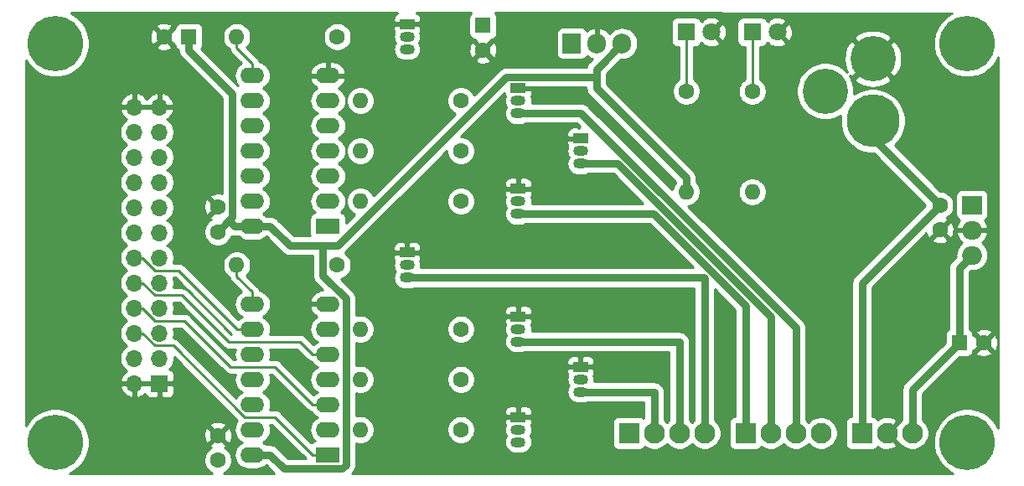
<source format=gbr>
%TF.GenerationSoftware,KiCad,Pcbnew,(5.1.9)-1*%
%TF.CreationDate,2021-05-06T15:16:17-04:00*%
%TF.ProjectId,c64interface,63363469-6e74-4657-9266-6163652e6b69,rev?*%
%TF.SameCoordinates,Original*%
%TF.FileFunction,Copper,L2,Bot*%
%TF.FilePolarity,Positive*%
%FSLAX46Y46*%
G04 Gerber Fmt 4.6, Leading zero omitted, Abs format (unit mm)*
G04 Created by KiCad (PCBNEW (5.1.9)-1) date 2021-05-06 15:16:17*
%MOMM*%
%LPD*%
G01*
G04 APERTURE LIST*
%TA.AperFunction,ComponentPad*%
%ADD10C,4.575000*%
%TD*%
%TA.AperFunction,ComponentPad*%
%ADD11C,5.340000*%
%TD*%
%TA.AperFunction,ComponentPad*%
%ADD12C,1.600000*%
%TD*%
%TA.AperFunction,ComponentPad*%
%ADD13R,1.600000X1.600000*%
%TD*%
%TA.AperFunction,ComponentPad*%
%ADD14C,2.100000*%
%TD*%
%TA.AperFunction,ComponentPad*%
%ADD15R,2.100000X2.100000*%
%TD*%
%TA.AperFunction,ComponentPad*%
%ADD16C,5.600000*%
%TD*%
%TA.AperFunction,ComponentPad*%
%ADD17O,2.000000X1.905000*%
%TD*%
%TA.AperFunction,ComponentPad*%
%ADD18R,2.000000X1.905000*%
%TD*%
%TA.AperFunction,ComponentPad*%
%ADD19O,1.700000X1.700000*%
%TD*%
%TA.AperFunction,ComponentPad*%
%ADD20R,1.700000X1.700000*%
%TD*%
%TA.AperFunction,ComponentPad*%
%ADD21O,2.400000X1.600000*%
%TD*%
%TA.AperFunction,ComponentPad*%
%ADD22R,2.400000X1.600000*%
%TD*%
%TA.AperFunction,ComponentPad*%
%ADD23O,1.905000X2.000000*%
%TD*%
%TA.AperFunction,ComponentPad*%
%ADD24R,1.905000X2.000000*%
%TD*%
%TA.AperFunction,ComponentPad*%
%ADD25O,1.600000X1.600000*%
%TD*%
%TA.AperFunction,ComponentPad*%
%ADD26R,1.500000X1.050000*%
%TD*%
%TA.AperFunction,ComponentPad*%
%ADD27O,1.500000X1.050000*%
%TD*%
%TA.AperFunction,ComponentPad*%
%ADD28C,1.800000*%
%TD*%
%TA.AperFunction,ComponentPad*%
%ADD29R,1.800000X1.800000*%
%TD*%
%TA.AperFunction,ViaPad*%
%ADD30C,0.800000*%
%TD*%
%TA.AperFunction,Conductor*%
%ADD31C,0.800000*%
%TD*%
%TA.AperFunction,Conductor*%
%ADD32C,0.250000*%
%TD*%
%TA.AperFunction,Conductor*%
%ADD33C,0.254000*%
%TD*%
%TA.AperFunction,Conductor*%
%ADD34C,0.100000*%
%TD*%
G04 APERTURE END LIST*
D10*
%TO.P,J1,3*%
%TO.N,GND*%
X126507000Y-91697500D03*
%TO.P,J1,2*%
%TO.N,Net-(J1-Pad2)*%
X121707000Y-94947500D03*
D11*
%TO.P,J1,1*%
%TO.N,+12V*%
X126507000Y-97947500D03*
%TD*%
D12*
%TO.P,C6,2*%
%TO.N,GND*%
X137724520Y-120365520D03*
D13*
%TO.P,C6,1*%
%TO.N,+5C*%
X135224520Y-120365520D03*
%TD*%
D14*
%TO.P,J4,3*%
%TO.N,+5C*%
X130495000Y-129504000D03*
%TO.P,J4,2*%
%TO.N,GND*%
X127955000Y-129504000D03*
D15*
%TO.P,J4,1*%
%TO.N,+12V*%
X125415000Y-129504000D03*
%TD*%
D16*
%TO.P,H4,1*%
%TO.N,N/C*%
X43916600Y-130439000D03*
%TD*%
%TO.P,H3,1*%
%TO.N,N/C*%
X136068000Y-90119200D03*
%TD*%
%TO.P,H2,1*%
%TO.N,N/C*%
X43916600Y-90119200D03*
%TD*%
%TO.P,H1,1*%
%TO.N,N/C*%
X136068000Y-130439000D03*
%TD*%
D17*
%TO.P,U4,3*%
%TO.N,+5C*%
X136520000Y-111526000D03*
%TO.P,U4,2*%
%TO.N,GND*%
X136520000Y-108986000D03*
D18*
%TO.P,U4,1*%
%TO.N,+12V*%
X136520000Y-106446000D03*
%TD*%
D12*
%TO.P,C3,2*%
%TO.N,GND*%
X54904000Y-89450000D03*
D13*
%TO.P,C3,1*%
%TO.N,+5V*%
X57404000Y-89450000D03*
%TD*%
D19*
%TO.P,CN1,N*%
%TO.N,GND*%
X51900000Y-96540000D03*
%TO.P,CN1,12*%
X54440000Y-96540000D03*
%TO.P,CN1,M*%
%TO.N,Net-(CN1-PadM)*%
X51900000Y-99080000D03*
%TO.P,CN1,11*%
%TO.N,Net-(CN1-Pad11)*%
X54440000Y-99080000D03*
%TO.P,CN1,L*%
%TO.N,/PB7*%
X51900000Y-101620000D03*
%TO.P,CN1,10*%
%TO.N,Net-(CN1-Pad10)*%
X54440000Y-101620000D03*
%TO.P,CN1,K*%
%TO.N,/PB6*%
X51900000Y-104160000D03*
%TO.P,CN1,9*%
%TO.N,Net-(CN1-Pad9)*%
X54440000Y-104160000D03*
%TO.P,CN1,J*%
%TO.N,/PB5*%
X51900000Y-106700000D03*
%TO.P,CN1,8*%
%TO.N,Net-(CN1-Pad8)*%
X54440000Y-106700000D03*
%TO.P,CN1,H*%
%TO.N,/PB4*%
X51900000Y-109240000D03*
%TO.P,CN1,7*%
%TO.N,Net-(CN1-Pad7)*%
X54440000Y-109240000D03*
%TO.P,CN1,F*%
%TO.N,/PB3*%
X51900000Y-111780000D03*
%TO.P,CN1,6*%
%TO.N,Net-(CN1-Pad6)*%
X54440000Y-111780000D03*
%TO.P,CN1,E*%
%TO.N,/PB2*%
X51900000Y-114320000D03*
%TO.P,CN1,5*%
%TO.N,Net-(CN1-Pad5)*%
X54440000Y-114320000D03*
%TO.P,CN1,D*%
%TO.N,/PB1*%
X51900000Y-116860000D03*
%TO.P,CN1,4*%
%TO.N,Net-(CN1-Pad4)*%
X54440000Y-116860000D03*
%TO.P,CN1,C*%
%TO.N,/PB0*%
X51900000Y-119400000D03*
%TO.P,CN1,3*%
%TO.N,Net-(CN1-Pad3)*%
X54440000Y-119400000D03*
%TO.P,CN1,B*%
%TO.N,Net-(CN1-PadB)*%
X51900000Y-121940000D03*
%TO.P,CN1,2*%
%TO.N,+5VP*%
X54440000Y-121940000D03*
%TO.P,CN1,A*%
%TO.N,GND*%
X51900000Y-124480000D03*
D20*
%TO.P,CN1,1*%
X54440000Y-124480000D03*
%TD*%
D21*
%TO.P,U3,14*%
%TO.N,+5V*%
X63820000Y-108613000D03*
%TO.P,U3,7*%
%TO.N,GND*%
X71440000Y-93373000D03*
%TO.P,U3,13*%
%TO.N,Net-(U3-Pad13)*%
X63820000Y-106073000D03*
%TO.P,U3,6*%
%TO.N,/GR2B*%
X71440000Y-95913000D03*
%TO.P,U3,12*%
%TO.N,Net-(U3-Pad12)*%
X63820000Y-103533000D03*
%TO.P,U3,5*%
%TO.N,/PB6*%
X71440000Y-98453000D03*
%TO.P,U3,11*%
%TO.N,Net-(U3-Pad11)*%
X63820000Y-100993000D03*
%TO.P,U3,4*%
%TO.N,/YE1B*%
X71440000Y-100993000D03*
%TO.P,U3,10*%
%TO.N,Net-(U3-Pad10)*%
X63820000Y-98453000D03*
%TO.P,U3,3*%
%TO.N,/PB5*%
X71440000Y-103533000D03*
%TO.P,U3,9*%
%TO.N,/PB7*%
X63820000Y-95913000D03*
%TO.P,U3,2*%
%TO.N,/GR1B*%
X71440000Y-106073000D03*
%TO.P,U3,8*%
%TO.N,/YE2B*%
X63820000Y-93373000D03*
D22*
%TO.P,U3,1*%
%TO.N,/PB4*%
X71440000Y-108613000D03*
%TD*%
D21*
%TO.P,U2,14*%
%TO.N,+5V*%
X63820000Y-131690000D03*
%TO.P,U2,7*%
%TO.N,GND*%
X71440000Y-116450000D03*
%TO.P,U2,13*%
%TO.N,Net-(U2-Pad13)*%
X63820000Y-129150000D03*
%TO.P,U2,6*%
%TO.N,/GR2A*%
X71440000Y-118990000D03*
%TO.P,U2,12*%
%TO.N,Net-(U2-Pad12)*%
X63820000Y-126610000D03*
%TO.P,U2,5*%
%TO.N,/PB2*%
X71440000Y-121530000D03*
%TO.P,U2,11*%
%TO.N,Net-(U2-Pad11)*%
X63820000Y-124070000D03*
%TO.P,U2,4*%
%TO.N,/YE1A*%
X71440000Y-124070000D03*
%TO.P,U2,10*%
%TO.N,Net-(U2-Pad10)*%
X63820000Y-121530000D03*
%TO.P,U2,3*%
%TO.N,/PB1*%
X71440000Y-126610000D03*
%TO.P,U2,9*%
%TO.N,/PB3*%
X63820000Y-118990000D03*
%TO.P,U2,2*%
%TO.N,/GR1A*%
X71440000Y-129150000D03*
%TO.P,U2,8*%
%TO.N,/YEL2A*%
X63820000Y-116450000D03*
D22*
%TO.P,U2,1*%
%TO.N,/PB0*%
X71440000Y-131690000D03*
%TD*%
D23*
%TO.P,U1,3*%
%TO.N,+5V*%
X101183200Y-90120000D03*
%TO.P,U1,2*%
%TO.N,GND*%
X98643200Y-90120000D03*
D24*
%TO.P,U1,1*%
%TO.N,+12V*%
X96103200Y-90120000D03*
%TD*%
D25*
%TO.P,R10,2*%
%TO.N,+5V*%
X107648000Y-105117500D03*
D12*
%TO.P,R10,1*%
%TO.N,Net-(D2-Pad1)*%
X107648000Y-94957500D03*
%TD*%
D25*
%TO.P,R9,2*%
%TO.N,+5VP*%
X114322000Y-105117500D03*
D12*
%TO.P,R9,1*%
%TO.N,Net-(D1-Pad1)*%
X114322000Y-94957500D03*
%TD*%
D25*
%TO.P,R8,2*%
%TO.N,/YE2B*%
X62240000Y-89450000D03*
D12*
%TO.P,R8,1*%
%TO.N,Net-(Q8-Pad2)*%
X72400000Y-89450000D03*
%TD*%
D25*
%TO.P,R7,2*%
%TO.N,/GR2B*%
X74730000Y-95913300D03*
D12*
%TO.P,R7,1*%
%TO.N,Net-(Q7-Pad2)*%
X84890000Y-95913300D03*
%TD*%
D25*
%TO.P,R6,2*%
%TO.N,/YE1B*%
X74730000Y-100993000D03*
D12*
%TO.P,R6,1*%
%TO.N,Net-(Q6-Pad2)*%
X84890000Y-100993000D03*
%TD*%
D25*
%TO.P,R5,2*%
%TO.N,/GR1B*%
X74730000Y-106073000D03*
D12*
%TO.P,R5,1*%
%TO.N,Net-(Q5-Pad2)*%
X84890000Y-106073000D03*
%TD*%
D25*
%TO.P,R4,2*%
%TO.N,/YEL2A*%
X62240000Y-112527000D03*
D12*
%TO.P,R4,1*%
%TO.N,Net-(Q4-Pad2)*%
X72400000Y-112527000D03*
%TD*%
D25*
%TO.P,R3,2*%
%TO.N,/GR2A*%
X74730000Y-118990000D03*
D12*
%TO.P,R3,1*%
%TO.N,Net-(Q3-Pad2)*%
X84890000Y-118990000D03*
%TD*%
D25*
%TO.P,R2,2*%
%TO.N,/YE1A*%
X74730000Y-124070000D03*
D12*
%TO.P,R2,1*%
%TO.N,Net-(Q2-Pad2)*%
X84890000Y-124070000D03*
%TD*%
D25*
%TO.P,R1,2*%
%TO.N,/GR1A*%
X74730000Y-129150000D03*
D12*
%TO.P,R1,1*%
%TO.N,Net-(Q1-Pad2)*%
X84890000Y-129150000D03*
%TD*%
D26*
%TO.P,Q8,1*%
%TO.N,GND*%
X79450000Y-88180000D03*
D27*
%TO.P,Q8,3*%
%TO.N,/YELL2B*%
X79450000Y-90720000D03*
%TO.P,Q8,2*%
%TO.N,Net-(Q8-Pad2)*%
X79450000Y-89450000D03*
%TD*%
D26*
%TO.P,Q7,1*%
%TO.N,GND*%
X90680000Y-94643300D03*
D27*
%TO.P,Q7,3*%
%TO.N,/GREY2B*%
X90680000Y-97183300D03*
%TO.P,Q7,2*%
%TO.N,Net-(Q7-Pad2)*%
X90680000Y-95913300D03*
%TD*%
D26*
%TO.P,Q6,1*%
%TO.N,GND*%
X96980000Y-99723300D03*
D27*
%TO.P,Q6,3*%
%TO.N,/YELL1B*%
X96980000Y-102263300D03*
%TO.P,Q6,2*%
%TO.N,Net-(Q6-Pad2)*%
X96980000Y-100993300D03*
%TD*%
D26*
%TO.P,Q5,1*%
%TO.N,GND*%
X90680000Y-104803000D03*
D27*
%TO.P,Q5,3*%
%TO.N,/GREY1B*%
X90680000Y-107343000D03*
%TO.P,Q5,2*%
%TO.N,Net-(Q5-Pad2)*%
X90680000Y-106073000D03*
%TD*%
D26*
%TO.P,Q4,1*%
%TO.N,GND*%
X79450000Y-111260000D03*
D27*
%TO.P,Q4,3*%
%TO.N,/YELL2A*%
X79450000Y-113800000D03*
%TO.P,Q4,2*%
%TO.N,Net-(Q4-Pad2)*%
X79450000Y-112530000D03*
%TD*%
D26*
%TO.P,Q3,1*%
%TO.N,GND*%
X90680000Y-117720000D03*
D27*
%TO.P,Q3,3*%
%TO.N,/GREY2A*%
X90680000Y-120260000D03*
%TO.P,Q3,2*%
%TO.N,Net-(Q3-Pad2)*%
X90680000Y-118990000D03*
%TD*%
D26*
%TO.P,Q2,1*%
%TO.N,GND*%
X96980000Y-122800000D03*
D27*
%TO.P,Q2,3*%
%TO.N,/YELL1A*%
X96980000Y-125340000D03*
%TO.P,Q2,2*%
%TO.N,Net-(Q2-Pad2)*%
X96980000Y-124070000D03*
%TD*%
D26*
%TO.P,Q1,1*%
%TO.N,GND*%
X90680000Y-127880000D03*
D27*
%TO.P,Q1,3*%
%TO.N,/GREY1A*%
X90680000Y-130420000D03*
%TO.P,Q1,2*%
%TO.N,Net-(Q1-Pad2)*%
X90680000Y-129150000D03*
%TD*%
D14*
%TO.P,J3,4*%
%TO.N,/YELL2B*%
X121265000Y-129504000D03*
%TO.P,J3,3*%
%TO.N,/GREY2B*%
X118725000Y-129504000D03*
%TO.P,J3,2*%
%TO.N,/YELL1B*%
X116185000Y-129504000D03*
D15*
%TO.P,J3,1*%
%TO.N,/GREY1B*%
X113645000Y-129504000D03*
%TD*%
D14*
%TO.P,J2,4*%
%TO.N,/YELL2A*%
X109494000Y-129504000D03*
%TO.P,J2,3*%
%TO.N,/GREY2A*%
X106954000Y-129504000D03*
%TO.P,J2,2*%
%TO.N,/YELL1A*%
X104414000Y-129504000D03*
D15*
%TO.P,J2,1*%
%TO.N,/GREY1A*%
X101874000Y-129504000D03*
%TD*%
D28*
%TO.P,D2,2*%
%TO.N,GND*%
X110188000Y-88970000D03*
D29*
%TO.P,D2,1*%
%TO.N,Net-(D2-Pad1)*%
X107648000Y-88970000D03*
%TD*%
D28*
%TO.P,D1,2*%
%TO.N,GND*%
X116862000Y-88970000D03*
D29*
%TO.P,D1,1*%
%TO.N,Net-(D1-Pad1)*%
X114322000Y-88970000D03*
%TD*%
D12*
%TO.P,C5,2*%
%TO.N,GND*%
X60340000Y-106663000D03*
%TO.P,C5,1*%
%TO.N,+5V*%
X60340000Y-109163000D03*
%TD*%
%TO.P,C4,2*%
%TO.N,GND*%
X60340000Y-129740000D03*
%TO.P,C4,1*%
%TO.N,+5V*%
X60340000Y-132240000D03*
%TD*%
%TO.P,C2,2*%
%TO.N,GND*%
X133279000Y-108962000D03*
%TO.P,C2,1*%
%TO.N,+12V*%
X133279000Y-106462000D03*
%TD*%
%TO.P,C1,2*%
%TO.N,GND*%
X87130000Y-90809800D03*
D13*
%TO.P,C1,1*%
%TO.N,+12V*%
X87130000Y-88309800D03*
%TD*%
D30*
%TO.N,GND*%
X67335400Y-121787920D03*
X67335400Y-126608840D03*
X67335400Y-130997960D03*
X59674760Y-122651520D03*
X56255920Y-119486680D03*
X56255920Y-116885720D03*
X56255920Y-114457480D03*
X57144920Y-101610160D03*
X57144920Y-104155240D03*
X57144920Y-106705400D03*
X67899280Y-102920800D03*
X67899280Y-106060240D03*
%TD*%
D31*
%TO.N,+12V*%
X125415000Y-129504000D02*
X125415000Y-114326000D01*
X125415000Y-114326000D02*
X133279000Y-106462000D01*
X133279000Y-106462000D02*
X126507000Y-99690000D01*
X126507000Y-99690000D02*
X126507000Y-97947500D01*
%TO.N,+5V*%
X98567800Y-93514100D02*
X98567800Y-92735400D01*
X98567800Y-92735400D02*
X101183200Y-90120000D01*
X107648000Y-103717200D02*
X98567800Y-94637000D01*
X98567800Y-94637000D02*
X98567800Y-93514100D01*
X70951300Y-110570000D02*
X72439000Y-110570000D01*
X72439000Y-110570000D02*
X89494900Y-93514100D01*
X89494900Y-93514100D02*
X98567800Y-93514100D01*
X107648000Y-105117500D02*
X107648000Y-103717200D01*
X63820000Y-108613000D02*
X65620300Y-108613000D01*
X65620300Y-108613000D02*
X67577300Y-110570000D01*
X67577300Y-110570000D02*
X70951300Y-110570000D01*
X65620300Y-131690000D02*
X67020700Y-133090400D01*
X67020700Y-133090400D02*
X72890300Y-133090400D01*
X72890300Y-133090400D02*
X73285000Y-132695700D01*
X73285000Y-132695700D02*
X73285000Y-115909400D01*
X73285000Y-115909400D02*
X70951300Y-113575700D01*
X70951300Y-113575700D02*
X70951300Y-110570000D01*
X63820000Y-131690000D02*
X65620300Y-131690000D01*
X61454900Y-108048100D02*
X61807800Y-107695200D01*
X61807800Y-107695200D02*
X61807800Y-95254100D01*
X61807800Y-95254100D02*
X57404000Y-90850300D01*
X60340000Y-109163000D02*
X61454900Y-108048100D01*
X61454900Y-108048100D02*
X62019700Y-108613000D01*
X63820000Y-108613000D02*
X62019700Y-108613000D01*
X57404000Y-89450000D02*
X57404000Y-90850300D01*
D32*
%TO.N,Net-(D1-Pad1)*%
X114322000Y-88970000D02*
X114322000Y-94957500D01*
%TO.N,Net-(D2-Pad1)*%
X107648000Y-88970000D02*
X107648000Y-94957500D01*
D31*
%TO.N,/YELL2A*%
X109405800Y-113800000D02*
X79450000Y-113800000D01*
X109494000Y-129504000D02*
X109494000Y-113888200D01*
X109494000Y-113888200D02*
X109405800Y-113800000D01*
%TO.N,/GREY2A*%
X106954000Y-120260000D02*
X90680000Y-120260000D01*
X106954000Y-129504000D02*
X106954000Y-120260000D01*
%TO.N,/YELL1A*%
X104414000Y-125340000D02*
X96980000Y-125340000D01*
X104414000Y-129504000D02*
X104414000Y-125340000D01*
%TO.N,/GREY2B*%
X118725000Y-118876513D02*
X97031787Y-97183300D01*
X118725000Y-129504000D02*
X118725000Y-118876513D01*
X97031787Y-97183300D02*
X90680000Y-97183300D01*
%TO.N,/YELL1B*%
X116185000Y-129504000D02*
X116185000Y-117750742D01*
X116185000Y-117750742D02*
X100697558Y-102263300D01*
X100697558Y-102263300D02*
X96980000Y-102263300D01*
%TO.N,/GREY1B*%
X113645000Y-116624971D02*
X104363029Y-107343000D01*
X104363029Y-107343000D02*
X90680000Y-107343000D01*
X113645000Y-129504000D02*
X113645000Y-116624971D01*
D32*
%TO.N,/YE2B*%
X62240000Y-89450000D02*
X62240000Y-90575300D01*
X62240000Y-90575300D02*
X63820000Y-92155300D01*
X63820000Y-92155300D02*
X63820000Y-93373000D01*
%TO.N,/PB2*%
X52707900Y-114320000D02*
X51900000Y-114320000D01*
X56723340Y-115585240D02*
X53973140Y-115585240D01*
X53973140Y-115585240D02*
X52707900Y-114320000D01*
X61396940Y-120258840D02*
X56723340Y-115585240D01*
X68643540Y-120258840D02*
X61396940Y-120258840D01*
X69914700Y-121530000D02*
X68643540Y-120258840D01*
X71440000Y-121530000D02*
X69914700Y-121530000D01*
%TO.N,/PB1*%
X52707900Y-116860000D02*
X51900000Y-116860000D01*
X53983300Y-118135400D02*
X52707900Y-116860000D01*
X56962500Y-118135400D02*
X53983300Y-118135400D01*
X61627100Y-122800000D02*
X56962500Y-118135400D01*
X66104700Y-122800000D02*
X61627100Y-122800000D01*
X69914700Y-126610000D02*
X66104700Y-122800000D01*
X71440000Y-126610000D02*
X69914700Y-126610000D01*
%TO.N,/PB3*%
X52707900Y-111780000D02*
X51900000Y-111780000D01*
X56355020Y-113050320D02*
X53978220Y-113050320D01*
X62294700Y-118990000D02*
X56355020Y-113050320D01*
X53978220Y-113050320D02*
X52707900Y-111780000D01*
X63820000Y-118990000D02*
X62294700Y-118990000D01*
%TO.N,/PB0*%
X52707900Y-119400000D02*
X51900000Y-119400000D01*
X53973140Y-120665240D02*
X52707900Y-119400000D01*
X63047200Y-127880000D02*
X55832440Y-120665240D01*
X55832440Y-120665240D02*
X53973140Y-120665240D01*
X66104700Y-127880000D02*
X63047200Y-127880000D01*
X69914700Y-131690000D02*
X66104700Y-127880000D01*
X71440000Y-131690000D02*
X69914700Y-131690000D01*
%TO.N,/YEL2A*%
X62240000Y-112527000D02*
X62240000Y-113652300D01*
X62240000Y-113652300D02*
X63820000Y-115232300D01*
X63820000Y-115232300D02*
X63820000Y-116450000D01*
D31*
%TO.N,+5C*%
X130495000Y-125095040D02*
X135224520Y-120365520D01*
X130495000Y-129504000D02*
X130495000Y-125095040D01*
X135224520Y-112821480D02*
X135224520Y-120365520D01*
X136520000Y-111526000D02*
X135224520Y-112821480D01*
%TD*%
D33*
%TO.N,GND*%
X78492472Y-87054380D02*
X78455820Y-87065498D01*
X78345506Y-87124463D01*
X78248815Y-87203815D01*
X78169463Y-87300506D01*
X78110498Y-87410820D01*
X78074188Y-87530518D01*
X78061928Y-87655000D01*
X78065000Y-87894250D01*
X78223750Y-88053000D01*
X79323000Y-88053000D01*
X79323000Y-88033000D01*
X79577000Y-88033000D01*
X79577000Y-88053000D01*
X80676250Y-88053000D01*
X80835000Y-87894250D01*
X80838072Y-87655000D01*
X80825812Y-87530518D01*
X80789502Y-87410820D01*
X80730537Y-87300506D01*
X80651185Y-87203815D01*
X80554494Y-87124463D01*
X80444180Y-87065498D01*
X80408172Y-87054575D01*
X85883057Y-87055134D01*
X85878815Y-87058615D01*
X85799463Y-87155306D01*
X85740498Y-87265620D01*
X85704188Y-87385318D01*
X85691928Y-87509800D01*
X85691928Y-89109800D01*
X85704188Y-89234282D01*
X85740498Y-89353980D01*
X85799463Y-89464294D01*
X85878815Y-89560985D01*
X85975506Y-89640337D01*
X86085820Y-89699302D01*
X86205518Y-89735612D01*
X86330000Y-89747872D01*
X86337215Y-89747872D01*
X86316903Y-89817098D01*
X87130000Y-90630195D01*
X87943097Y-89817098D01*
X87922785Y-89747872D01*
X87930000Y-89747872D01*
X88054482Y-89735612D01*
X88174180Y-89699302D01*
X88284494Y-89640337D01*
X88381185Y-89560985D01*
X88460537Y-89464294D01*
X88519502Y-89353980D01*
X88555812Y-89234282D01*
X88568072Y-89109800D01*
X88568072Y-88070000D01*
X106109928Y-88070000D01*
X106109928Y-89870000D01*
X106122188Y-89994482D01*
X106158498Y-90114180D01*
X106217463Y-90224494D01*
X106296815Y-90321185D01*
X106393506Y-90400537D01*
X106503820Y-90459502D01*
X106623518Y-90495812D01*
X106748000Y-90508072D01*
X106888000Y-90508072D01*
X106888001Y-93739456D01*
X106733241Y-93842863D01*
X106533363Y-94042741D01*
X106376320Y-94277773D01*
X106268147Y-94538926D01*
X106213000Y-94816165D01*
X106213000Y-95098835D01*
X106268147Y-95376074D01*
X106376320Y-95637227D01*
X106533363Y-95872259D01*
X106733241Y-96072137D01*
X106968273Y-96229180D01*
X107229426Y-96337353D01*
X107506665Y-96392500D01*
X107789335Y-96392500D01*
X108066574Y-96337353D01*
X108327727Y-96229180D01*
X108562759Y-96072137D01*
X108762637Y-95872259D01*
X108919680Y-95637227D01*
X109027853Y-95376074D01*
X109083000Y-95098835D01*
X109083000Y-94816165D01*
X109027853Y-94538926D01*
X108919680Y-94277773D01*
X108762637Y-94042741D01*
X108562759Y-93842863D01*
X108408000Y-93739457D01*
X108408000Y-90508072D01*
X108548000Y-90508072D01*
X108672482Y-90495812D01*
X108792180Y-90459502D01*
X108902494Y-90400537D01*
X108999185Y-90321185D01*
X109078537Y-90224494D01*
X109137502Y-90114180D01*
X109140813Y-90103265D01*
X109187578Y-90150030D01*
X109303526Y-90034082D01*
X109387208Y-90288261D01*
X109659775Y-90419158D01*
X109952642Y-90494365D01*
X110254553Y-90510991D01*
X110553907Y-90468397D01*
X110839199Y-90368222D01*
X110988792Y-90288261D01*
X111072475Y-90034080D01*
X110188000Y-89149605D01*
X110173858Y-89163748D01*
X109994253Y-88984143D01*
X110008395Y-88970000D01*
X110367605Y-88970000D01*
X111252080Y-89854475D01*
X111506261Y-89770792D01*
X111637158Y-89498225D01*
X111712365Y-89205358D01*
X111728991Y-88903447D01*
X111686397Y-88604093D01*
X111586222Y-88318801D01*
X111506261Y-88169208D01*
X111252080Y-88085525D01*
X110367605Y-88970000D01*
X110008395Y-88970000D01*
X109994253Y-88955858D01*
X110173858Y-88776253D01*
X110188000Y-88790395D01*
X110908395Y-88070000D01*
X112783928Y-88070000D01*
X112783928Y-89870000D01*
X112796188Y-89994482D01*
X112832498Y-90114180D01*
X112891463Y-90224494D01*
X112970815Y-90321185D01*
X113067506Y-90400537D01*
X113177820Y-90459502D01*
X113297518Y-90495812D01*
X113422000Y-90508072D01*
X113562000Y-90508072D01*
X113562001Y-93739456D01*
X113407241Y-93842863D01*
X113207363Y-94042741D01*
X113050320Y-94277773D01*
X112942147Y-94538926D01*
X112887000Y-94816165D01*
X112887000Y-95098835D01*
X112942147Y-95376074D01*
X113050320Y-95637227D01*
X113207363Y-95872259D01*
X113407241Y-96072137D01*
X113642273Y-96229180D01*
X113903426Y-96337353D01*
X114180665Y-96392500D01*
X114463335Y-96392500D01*
X114740574Y-96337353D01*
X115001727Y-96229180D01*
X115236759Y-96072137D01*
X115436637Y-95872259D01*
X115593680Y-95637227D01*
X115701853Y-95376074D01*
X115757000Y-95098835D01*
X115757000Y-94816165D01*
X115725869Y-94659659D01*
X118784500Y-94659659D01*
X118784500Y-95235341D01*
X118896810Y-95799962D01*
X119117114Y-96331823D01*
X119436946Y-96810485D01*
X119844015Y-97217554D01*
X120322677Y-97537386D01*
X120854538Y-97757690D01*
X121419159Y-97870000D01*
X121994841Y-97870000D01*
X122559462Y-97757690D01*
X123091323Y-97537386D01*
X123238372Y-97439131D01*
X123202000Y-97621986D01*
X123202000Y-98273014D01*
X123329010Y-98911533D01*
X123578147Y-99513004D01*
X123939839Y-100054314D01*
X124400186Y-100514661D01*
X124941496Y-100876353D01*
X125542967Y-101125490D01*
X126181486Y-101252500D01*
X126605790Y-101252500D01*
X131815289Y-106462000D01*
X124719093Y-113558197D01*
X124679605Y-113590604D01*
X124647198Y-113630092D01*
X124647197Y-113630093D01*
X124550266Y-113748203D01*
X124454160Y-113928007D01*
X124394977Y-114123105D01*
X124374994Y-114326000D01*
X124380001Y-114376838D01*
X124380000Y-127815928D01*
X124365000Y-127815928D01*
X124240518Y-127828188D01*
X124120820Y-127864498D01*
X124010506Y-127923463D01*
X123913815Y-128002815D01*
X123834463Y-128099506D01*
X123775498Y-128209820D01*
X123739188Y-128329518D01*
X123726928Y-128454000D01*
X123726928Y-130554000D01*
X123739188Y-130678482D01*
X123775498Y-130798180D01*
X123834463Y-130908494D01*
X123913815Y-131005185D01*
X124010506Y-131084537D01*
X124120820Y-131143502D01*
X124240518Y-131179812D01*
X124365000Y-131192072D01*
X126465000Y-131192072D01*
X126589482Y-131179812D01*
X126709180Y-131143502D01*
X126819494Y-131084537D01*
X126916185Y-131005185D01*
X126995537Y-130908494D01*
X127028451Y-130846918D01*
X127065339Y-130944579D01*
X127363477Y-131090463D01*
X127684346Y-131175380D01*
X128015617Y-131196066D01*
X128344557Y-131151728D01*
X128658527Y-131044069D01*
X128844661Y-130944579D01*
X128946461Y-130675066D01*
X127955000Y-129683605D01*
X127940858Y-129697748D01*
X127761253Y-129518143D01*
X127775395Y-129504000D01*
X128134605Y-129504000D01*
X129126066Y-130495461D01*
X129129958Y-130493991D01*
X129186175Y-130578125D01*
X129420875Y-130812825D01*
X129696853Y-130997228D01*
X130003504Y-131124246D01*
X130329042Y-131189000D01*
X130660958Y-131189000D01*
X130986496Y-131124246D01*
X131293147Y-130997228D01*
X131569125Y-130812825D01*
X131803825Y-130578125D01*
X131988228Y-130302147D01*
X132115246Y-129995496D01*
X132180000Y-129669958D01*
X132180000Y-129338042D01*
X132115246Y-129012504D01*
X131988228Y-128705853D01*
X131803825Y-128429875D01*
X131569125Y-128195175D01*
X131530000Y-128169032D01*
X131530000Y-125523750D01*
X135250159Y-121803592D01*
X136024520Y-121803592D01*
X136149002Y-121791332D01*
X136268700Y-121755022D01*
X136379014Y-121696057D01*
X136475705Y-121616705D01*
X136555057Y-121520014D01*
X136614022Y-121409700D01*
X136629637Y-121358222D01*
X136911423Y-121358222D01*
X136983006Y-121602191D01*
X137238516Y-121723091D01*
X137512704Y-121791820D01*
X137795032Y-121805737D01*
X138074650Y-121764307D01*
X138340812Y-121669123D01*
X138466034Y-121602191D01*
X138537617Y-121358222D01*
X137724520Y-120545125D01*
X136911423Y-121358222D01*
X136629637Y-121358222D01*
X136650332Y-121290002D01*
X136662592Y-121165520D01*
X136662592Y-121158305D01*
X136731818Y-121178617D01*
X137544915Y-120365520D01*
X137904125Y-120365520D01*
X138717222Y-121178617D01*
X138961191Y-121107034D01*
X139082091Y-120851524D01*
X139150820Y-120577336D01*
X139164737Y-120295008D01*
X139123307Y-120015390D01*
X139028123Y-119749228D01*
X138961191Y-119624006D01*
X138717222Y-119552423D01*
X137904125Y-120365520D01*
X137544915Y-120365520D01*
X136731818Y-119552423D01*
X136662592Y-119572735D01*
X136662592Y-119565520D01*
X136650332Y-119441038D01*
X136629638Y-119372818D01*
X136911423Y-119372818D01*
X137724520Y-120185915D01*
X138537617Y-119372818D01*
X138466034Y-119128849D01*
X138210524Y-119007949D01*
X137936336Y-118939220D01*
X137654008Y-118925303D01*
X137374390Y-118966733D01*
X137108228Y-119061917D01*
X136983006Y-119128849D01*
X136911423Y-119372818D01*
X136629638Y-119372818D01*
X136614022Y-119321340D01*
X136555057Y-119211026D01*
X136475705Y-119114335D01*
X136379014Y-119034983D01*
X136268700Y-118976018D01*
X136259520Y-118973233D01*
X136259520Y-113250190D01*
X136396210Y-113113500D01*
X136645486Y-113113500D01*
X136878704Y-113090530D01*
X137177949Y-112999755D01*
X137453735Y-112852345D01*
X137695463Y-112653963D01*
X137893845Y-112412235D01*
X138041255Y-112136449D01*
X138132030Y-111837204D01*
X138162681Y-111526000D01*
X138132030Y-111214796D01*
X138041255Y-110915551D01*
X137893845Y-110639765D01*
X137695463Y-110398037D01*
X137516101Y-110250837D01*
X137701315Y-110095437D01*
X137895969Y-109852923D01*
X138039571Y-109577094D01*
X138110563Y-109358980D01*
X137990594Y-109113000D01*
X136647000Y-109113000D01*
X136647000Y-109133000D01*
X136393000Y-109133000D01*
X136393000Y-109113000D01*
X135049406Y-109113000D01*
X134929437Y-109358980D01*
X135000429Y-109577094D01*
X135144031Y-109852923D01*
X135338685Y-110095437D01*
X135523899Y-110250837D01*
X135344537Y-110398037D01*
X135146155Y-110639765D01*
X134998745Y-110915551D01*
X134907970Y-111214796D01*
X134877319Y-111526000D01*
X134893366Y-111688924D01*
X134528617Y-112053673D01*
X134489124Y-112086084D01*
X134359786Y-112243683D01*
X134263679Y-112423488D01*
X134204496Y-112618586D01*
X134189520Y-112770643D01*
X134189520Y-112770652D01*
X134184514Y-112821480D01*
X134189520Y-112872308D01*
X134189521Y-118973233D01*
X134180340Y-118976018D01*
X134070026Y-119034983D01*
X133973335Y-119114335D01*
X133893983Y-119211026D01*
X133835018Y-119321340D01*
X133798708Y-119441038D01*
X133786448Y-119565520D01*
X133786448Y-120339881D01*
X129799092Y-124327237D01*
X129759605Y-124359644D01*
X129727198Y-124399132D01*
X129727197Y-124399133D01*
X129630266Y-124517243D01*
X129534160Y-124697047D01*
X129474977Y-124892145D01*
X129454994Y-125095040D01*
X129460001Y-125145878D01*
X129460000Y-128169032D01*
X129420875Y-128195175D01*
X129186175Y-128429875D01*
X129129958Y-128514009D01*
X129126066Y-128512539D01*
X128134605Y-129504000D01*
X127775395Y-129504000D01*
X127761253Y-129489858D01*
X127940858Y-129310253D01*
X127955000Y-129324395D01*
X128946461Y-128332934D01*
X128844661Y-128063421D01*
X128546523Y-127917537D01*
X128225654Y-127832620D01*
X127894383Y-127811934D01*
X127565443Y-127856272D01*
X127251473Y-127963931D01*
X127065339Y-128063421D01*
X127028451Y-128161082D01*
X126995537Y-128099506D01*
X126916185Y-128002815D01*
X126819494Y-127923463D01*
X126709180Y-127864498D01*
X126589482Y-127828188D01*
X126465000Y-127815928D01*
X126450000Y-127815928D01*
X126450000Y-114754710D01*
X131250008Y-109954702D01*
X132465903Y-109954702D01*
X132537486Y-110198671D01*
X132792996Y-110319571D01*
X133067184Y-110388300D01*
X133349512Y-110402217D01*
X133629130Y-110360787D01*
X133895292Y-110265603D01*
X134020514Y-110198671D01*
X134092097Y-109954702D01*
X133279000Y-109141605D01*
X132465903Y-109954702D01*
X131250008Y-109954702D01*
X131883471Y-109321240D01*
X131975397Y-109578292D01*
X132042329Y-109703514D01*
X132286298Y-109775097D01*
X133099395Y-108962000D01*
X133458605Y-108962000D01*
X134271702Y-109775097D01*
X134515671Y-109703514D01*
X134636571Y-109448004D01*
X134705300Y-109173816D01*
X134719217Y-108891488D01*
X134677787Y-108611870D01*
X134582603Y-108345708D01*
X134515671Y-108220486D01*
X134271702Y-108148903D01*
X133458605Y-108962000D01*
X133099395Y-108962000D01*
X133085253Y-108947858D01*
X133264858Y-108768253D01*
X133279000Y-108782395D01*
X134092097Y-107969298D01*
X134020514Y-107725329D01*
X133991659Y-107711676D01*
X134193759Y-107576637D01*
X134393637Y-107376759D01*
X134550680Y-107141727D01*
X134658853Y-106880574D01*
X134714000Y-106603335D01*
X134714000Y-106320665D01*
X134658853Y-106043426D01*
X134550680Y-105782273D01*
X134393637Y-105547241D01*
X134339896Y-105493500D01*
X134881928Y-105493500D01*
X134881928Y-107398500D01*
X134894188Y-107522982D01*
X134930498Y-107642680D01*
X134989463Y-107752994D01*
X135068815Y-107849685D01*
X135165506Y-107929037D01*
X135257219Y-107978059D01*
X135144031Y-108119077D01*
X135000429Y-108394906D01*
X134929437Y-108613020D01*
X135049406Y-108859000D01*
X136393000Y-108859000D01*
X136393000Y-108839000D01*
X136647000Y-108839000D01*
X136647000Y-108859000D01*
X137990594Y-108859000D01*
X138110563Y-108613020D01*
X138039571Y-108394906D01*
X137895969Y-108119077D01*
X137782781Y-107978059D01*
X137874494Y-107929037D01*
X137971185Y-107849685D01*
X138050537Y-107752994D01*
X138109502Y-107642680D01*
X138145812Y-107522982D01*
X138158072Y-107398500D01*
X138158072Y-105493500D01*
X138145812Y-105369018D01*
X138109502Y-105249320D01*
X138050537Y-105139006D01*
X137971185Y-105042315D01*
X137874494Y-104962963D01*
X137764180Y-104903998D01*
X137644482Y-104867688D01*
X137520000Y-104855428D01*
X135520000Y-104855428D01*
X135395518Y-104867688D01*
X135275820Y-104903998D01*
X135165506Y-104962963D01*
X135068815Y-105042315D01*
X134989463Y-105139006D01*
X134930498Y-105249320D01*
X134894188Y-105369018D01*
X134881928Y-105493500D01*
X134339896Y-105493500D01*
X134193759Y-105347363D01*
X133958727Y-105190320D01*
X133697574Y-105082147D01*
X133420335Y-105027000D01*
X133307711Y-105027000D01*
X128704593Y-100423882D01*
X129074161Y-100054314D01*
X129435853Y-99513004D01*
X129684990Y-98911533D01*
X129812000Y-98273014D01*
X129812000Y-97621986D01*
X129684990Y-96983467D01*
X129435853Y-96381996D01*
X129074161Y-95840686D01*
X128613814Y-95380339D01*
X128072504Y-95018647D01*
X127471033Y-94769510D01*
X126832514Y-94642500D01*
X126181486Y-94642500D01*
X125542967Y-94769510D01*
X124941496Y-95018647D01*
X124629500Y-95227116D01*
X124629500Y-94659659D01*
X124517190Y-94095038D01*
X124374070Y-93749514D01*
X124634591Y-93749514D01*
X124885246Y-94145719D01*
X125394032Y-94415066D01*
X125945588Y-94579978D01*
X126518720Y-94634119D01*
X127091400Y-94575406D01*
X127641623Y-94406096D01*
X128128754Y-94145719D01*
X128379409Y-93749514D01*
X126507000Y-91877105D01*
X124634591Y-93749514D01*
X124374070Y-93749514D01*
X124296886Y-93563177D01*
X124188909Y-93401578D01*
X124454986Y-93569909D01*
X126327395Y-91697500D01*
X126686605Y-91697500D01*
X128559014Y-93569909D01*
X128955219Y-93319254D01*
X129224566Y-92810468D01*
X129389478Y-92258912D01*
X129443619Y-91685780D01*
X129384906Y-91113100D01*
X129215596Y-90562877D01*
X128955219Y-90075746D01*
X128559014Y-89825091D01*
X126686605Y-91697500D01*
X126327395Y-91697500D01*
X124454986Y-89825091D01*
X124058781Y-90075746D01*
X123789434Y-90584532D01*
X123624522Y-91136088D01*
X123570381Y-91709220D01*
X123629094Y-92281900D01*
X123798404Y-92832123D01*
X123883080Y-92990541D01*
X123569985Y-92677446D01*
X123091323Y-92357614D01*
X122559462Y-92137310D01*
X121994841Y-92025000D01*
X121419159Y-92025000D01*
X120854538Y-92137310D01*
X120322677Y-92357614D01*
X119844015Y-92677446D01*
X119436946Y-93084515D01*
X119117114Y-93563177D01*
X118896810Y-94095038D01*
X118784500Y-94659659D01*
X115725869Y-94659659D01*
X115701853Y-94538926D01*
X115593680Y-94277773D01*
X115436637Y-94042741D01*
X115236759Y-93842863D01*
X115082000Y-93739457D01*
X115082000Y-90508072D01*
X115222000Y-90508072D01*
X115346482Y-90495812D01*
X115466180Y-90459502D01*
X115576494Y-90400537D01*
X115673185Y-90321185D01*
X115752537Y-90224494D01*
X115811502Y-90114180D01*
X115814813Y-90103265D01*
X115861578Y-90150030D01*
X115977526Y-90034082D01*
X116061208Y-90288261D01*
X116333775Y-90419158D01*
X116626642Y-90494365D01*
X116928553Y-90510991D01*
X117227907Y-90468397D01*
X117513199Y-90368222D01*
X117662792Y-90288261D01*
X117746475Y-90034080D01*
X116862000Y-89149605D01*
X116847858Y-89163748D01*
X116668253Y-88984143D01*
X116682395Y-88970000D01*
X117041605Y-88970000D01*
X117926080Y-89854475D01*
X118180261Y-89770792D01*
X118240437Y-89645486D01*
X124634591Y-89645486D01*
X126507000Y-91517895D01*
X128379409Y-89645486D01*
X128128754Y-89249281D01*
X127619968Y-88979934D01*
X127068412Y-88815022D01*
X126495280Y-88760881D01*
X125922600Y-88819594D01*
X125372377Y-88988904D01*
X124885246Y-89249281D01*
X124634591Y-89645486D01*
X118240437Y-89645486D01*
X118311158Y-89498225D01*
X118386365Y-89205358D01*
X118402991Y-88903447D01*
X118360397Y-88604093D01*
X118260222Y-88318801D01*
X118180261Y-88169208D01*
X117926080Y-88085525D01*
X117041605Y-88970000D01*
X116682395Y-88970000D01*
X116668253Y-88955858D01*
X116847858Y-88776253D01*
X116862000Y-88790395D01*
X117746475Y-87905920D01*
X117662792Y-87651739D01*
X117390225Y-87520842D01*
X117097358Y-87445635D01*
X116795447Y-87429009D01*
X116496093Y-87471603D01*
X116210801Y-87571778D01*
X116061208Y-87651739D01*
X115977526Y-87905918D01*
X115861578Y-87789970D01*
X115814813Y-87836735D01*
X115811502Y-87825820D01*
X115752537Y-87715506D01*
X115673185Y-87618815D01*
X115576494Y-87539463D01*
X115466180Y-87480498D01*
X115346482Y-87444188D01*
X115222000Y-87431928D01*
X113422000Y-87431928D01*
X113297518Y-87444188D01*
X113177820Y-87480498D01*
X113067506Y-87539463D01*
X112970815Y-87618815D01*
X112891463Y-87715506D01*
X112832498Y-87825820D01*
X112796188Y-87945518D01*
X112783928Y-88070000D01*
X110908395Y-88070000D01*
X111072475Y-87905920D01*
X110988792Y-87651739D01*
X110716225Y-87520842D01*
X110423358Y-87445635D01*
X110121447Y-87429009D01*
X109822093Y-87471603D01*
X109536801Y-87571778D01*
X109387208Y-87651739D01*
X109303526Y-87905918D01*
X109187578Y-87789970D01*
X109140813Y-87836735D01*
X109137502Y-87825820D01*
X109078537Y-87715506D01*
X108999185Y-87618815D01*
X108902494Y-87539463D01*
X108792180Y-87480498D01*
X108672482Y-87444188D01*
X108548000Y-87431928D01*
X106748000Y-87431928D01*
X106623518Y-87444188D01*
X106503820Y-87480498D01*
X106393506Y-87539463D01*
X106296815Y-87618815D01*
X106217463Y-87715506D01*
X106158498Y-87825820D01*
X106122188Y-87945518D01*
X106109928Y-88070000D01*
X88568072Y-88070000D01*
X88568072Y-87509800D01*
X88555812Y-87385318D01*
X88519502Y-87265620D01*
X88460537Y-87155306D01*
X88381185Y-87058615D01*
X88377253Y-87055388D01*
X134477258Y-87060090D01*
X134440918Y-87075143D01*
X133878315Y-87451062D01*
X133399862Y-87929515D01*
X133023943Y-88492118D01*
X132765006Y-89117248D01*
X132633000Y-89780882D01*
X132633000Y-90457518D01*
X132765006Y-91121152D01*
X133023943Y-91746282D01*
X133399862Y-92308885D01*
X133878315Y-92787338D01*
X134440918Y-93163257D01*
X135066048Y-93422194D01*
X135729682Y-93554200D01*
X136406318Y-93554200D01*
X137069952Y-93422194D01*
X137695082Y-93163257D01*
X138257685Y-92787338D01*
X138736138Y-92308885D01*
X139112057Y-91746282D01*
X139202560Y-91527788D01*
X139202561Y-129030414D01*
X139112057Y-128811918D01*
X138736138Y-128249315D01*
X138257685Y-127770862D01*
X137695082Y-127394943D01*
X137069952Y-127136006D01*
X136406318Y-127004000D01*
X135729682Y-127004000D01*
X135066048Y-127136006D01*
X134440918Y-127394943D01*
X133878315Y-127770862D01*
X133399862Y-128249315D01*
X133023943Y-128811918D01*
X132765006Y-129437048D01*
X132633000Y-130100682D01*
X132633000Y-130777318D01*
X132765006Y-131440952D01*
X133023943Y-132066082D01*
X133399862Y-132628685D01*
X133878315Y-133107138D01*
X134440918Y-133483057D01*
X134611224Y-133553600D01*
X73890810Y-133553600D01*
X73980903Y-133463507D01*
X74020396Y-133431096D01*
X74149734Y-133273497D01*
X74245841Y-133093693D01*
X74305024Y-132898595D01*
X74320000Y-132746538D01*
X74320000Y-132746529D01*
X74325006Y-132695701D01*
X74320000Y-132644873D01*
X74320000Y-130531558D01*
X74588665Y-130585000D01*
X74871335Y-130585000D01*
X75148574Y-130529853D01*
X75409727Y-130421680D01*
X75644759Y-130264637D01*
X75844637Y-130064759D01*
X76001680Y-129829727D01*
X76109853Y-129568574D01*
X76165000Y-129291335D01*
X76165000Y-129008665D01*
X83455000Y-129008665D01*
X83455000Y-129291335D01*
X83510147Y-129568574D01*
X83618320Y-129829727D01*
X83775363Y-130064759D01*
X83975241Y-130264637D01*
X84210273Y-130421680D01*
X84471426Y-130529853D01*
X84748665Y-130585000D01*
X85031335Y-130585000D01*
X85308574Y-130529853D01*
X85569727Y-130421680D01*
X85804759Y-130264637D01*
X86004637Y-130064759D01*
X86161680Y-129829727D01*
X86269853Y-129568574D01*
X86325000Y-129291335D01*
X86325000Y-129150000D01*
X89289388Y-129150000D01*
X89311785Y-129377400D01*
X89378115Y-129596060D01*
X89479105Y-129785000D01*
X89378115Y-129973940D01*
X89311785Y-130192600D01*
X89289388Y-130420000D01*
X89311785Y-130647400D01*
X89378115Y-130866060D01*
X89485829Y-131067579D01*
X89630788Y-131244212D01*
X89807421Y-131389171D01*
X90008940Y-131496885D01*
X90227600Y-131563215D01*
X90398021Y-131580000D01*
X90961979Y-131580000D01*
X91132400Y-131563215D01*
X91351060Y-131496885D01*
X91552579Y-131389171D01*
X91729212Y-131244212D01*
X91874171Y-131067579D01*
X91981885Y-130866060D01*
X92048215Y-130647400D01*
X92070612Y-130420000D01*
X92048215Y-130192600D01*
X91981885Y-129973940D01*
X91880895Y-129785000D01*
X91981885Y-129596060D01*
X92048215Y-129377400D01*
X92070612Y-129150000D01*
X92048215Y-128922600D01*
X91984907Y-128713902D01*
X92019502Y-128649180D01*
X92055812Y-128529482D01*
X92068072Y-128405000D01*
X92065000Y-128165750D01*
X91906250Y-128007000D01*
X91133109Y-128007000D01*
X91132400Y-128006785D01*
X90961979Y-127990000D01*
X90398021Y-127990000D01*
X90227600Y-128006785D01*
X90226891Y-128007000D01*
X89453750Y-128007000D01*
X89295000Y-128165750D01*
X89291928Y-128405000D01*
X89304188Y-128529482D01*
X89340498Y-128649180D01*
X89375093Y-128713902D01*
X89311785Y-128922600D01*
X89289388Y-129150000D01*
X86325000Y-129150000D01*
X86325000Y-129008665D01*
X86269853Y-128731426D01*
X86161680Y-128470273D01*
X86004637Y-128235241D01*
X85804759Y-128035363D01*
X85569727Y-127878320D01*
X85308574Y-127770147D01*
X85031335Y-127715000D01*
X84748665Y-127715000D01*
X84471426Y-127770147D01*
X84210273Y-127878320D01*
X83975241Y-128035363D01*
X83775363Y-128235241D01*
X83618320Y-128470273D01*
X83510147Y-128731426D01*
X83455000Y-129008665D01*
X76165000Y-129008665D01*
X76109853Y-128731426D01*
X76001680Y-128470273D01*
X75844637Y-128235241D01*
X75644759Y-128035363D01*
X75409727Y-127878320D01*
X75148574Y-127770147D01*
X74871335Y-127715000D01*
X74588665Y-127715000D01*
X74320000Y-127768442D01*
X74320000Y-127355000D01*
X89291928Y-127355000D01*
X89295000Y-127594250D01*
X89453750Y-127753000D01*
X90553000Y-127753000D01*
X90553000Y-126878750D01*
X90807000Y-126878750D01*
X90807000Y-127753000D01*
X91906250Y-127753000D01*
X92065000Y-127594250D01*
X92068072Y-127355000D01*
X92055812Y-127230518D01*
X92019502Y-127110820D01*
X91960537Y-127000506D01*
X91881185Y-126903815D01*
X91784494Y-126824463D01*
X91674180Y-126765498D01*
X91554482Y-126729188D01*
X91430000Y-126716928D01*
X90965750Y-126720000D01*
X90807000Y-126878750D01*
X90553000Y-126878750D01*
X90394250Y-126720000D01*
X89930000Y-126716928D01*
X89805518Y-126729188D01*
X89685820Y-126765498D01*
X89575506Y-126824463D01*
X89478815Y-126903815D01*
X89399463Y-127000506D01*
X89340498Y-127110820D01*
X89304188Y-127230518D01*
X89291928Y-127355000D01*
X74320000Y-127355000D01*
X74320000Y-125451558D01*
X74588665Y-125505000D01*
X74871335Y-125505000D01*
X75148574Y-125449853D01*
X75409727Y-125341680D01*
X75644759Y-125184637D01*
X75844637Y-124984759D01*
X76001680Y-124749727D01*
X76109853Y-124488574D01*
X76165000Y-124211335D01*
X76165000Y-123928665D01*
X83455000Y-123928665D01*
X83455000Y-124211335D01*
X83510147Y-124488574D01*
X83618320Y-124749727D01*
X83775363Y-124984759D01*
X83975241Y-125184637D01*
X84210273Y-125341680D01*
X84471426Y-125449853D01*
X84748665Y-125505000D01*
X85031335Y-125505000D01*
X85308574Y-125449853D01*
X85569727Y-125341680D01*
X85804759Y-125184637D01*
X86004637Y-124984759D01*
X86161680Y-124749727D01*
X86269853Y-124488574D01*
X86325000Y-124211335D01*
X86325000Y-123928665D01*
X86269853Y-123651426D01*
X86161680Y-123390273D01*
X86004637Y-123155241D01*
X85804759Y-122955363D01*
X85569727Y-122798320D01*
X85308574Y-122690147D01*
X85031335Y-122635000D01*
X84748665Y-122635000D01*
X84471426Y-122690147D01*
X84210273Y-122798320D01*
X83975241Y-122955363D01*
X83775363Y-123155241D01*
X83618320Y-123390273D01*
X83510147Y-123651426D01*
X83455000Y-123928665D01*
X76165000Y-123928665D01*
X76109853Y-123651426D01*
X76001680Y-123390273D01*
X75844637Y-123155241D01*
X75644759Y-122955363D01*
X75409727Y-122798320D01*
X75148574Y-122690147D01*
X74871335Y-122635000D01*
X74588665Y-122635000D01*
X74320000Y-122688442D01*
X74320000Y-122275000D01*
X95591928Y-122275000D01*
X95595000Y-122514250D01*
X95753750Y-122673000D01*
X96853000Y-122673000D01*
X96853000Y-121798750D01*
X97107000Y-121798750D01*
X97107000Y-122673000D01*
X98206250Y-122673000D01*
X98365000Y-122514250D01*
X98368072Y-122275000D01*
X98355812Y-122150518D01*
X98319502Y-122030820D01*
X98260537Y-121920506D01*
X98181185Y-121823815D01*
X98084494Y-121744463D01*
X97974180Y-121685498D01*
X97854482Y-121649188D01*
X97730000Y-121636928D01*
X97265750Y-121640000D01*
X97107000Y-121798750D01*
X96853000Y-121798750D01*
X96694250Y-121640000D01*
X96230000Y-121636928D01*
X96105518Y-121649188D01*
X95985820Y-121685498D01*
X95875506Y-121744463D01*
X95778815Y-121823815D01*
X95699463Y-121920506D01*
X95640498Y-122030820D01*
X95604188Y-122150518D01*
X95591928Y-122275000D01*
X74320000Y-122275000D01*
X74320000Y-120371558D01*
X74588665Y-120425000D01*
X74871335Y-120425000D01*
X75148574Y-120369853D01*
X75409727Y-120261680D01*
X75644759Y-120104637D01*
X75844637Y-119904759D01*
X76001680Y-119669727D01*
X76109853Y-119408574D01*
X76165000Y-119131335D01*
X76165000Y-118848665D01*
X83455000Y-118848665D01*
X83455000Y-119131335D01*
X83510147Y-119408574D01*
X83618320Y-119669727D01*
X83775363Y-119904759D01*
X83975241Y-120104637D01*
X84210273Y-120261680D01*
X84471426Y-120369853D01*
X84748665Y-120425000D01*
X85031335Y-120425000D01*
X85308574Y-120369853D01*
X85569727Y-120261680D01*
X85804759Y-120104637D01*
X86004637Y-119904759D01*
X86161680Y-119669727D01*
X86269853Y-119408574D01*
X86325000Y-119131335D01*
X86325000Y-118848665D01*
X86269853Y-118571426D01*
X86161680Y-118310273D01*
X86004637Y-118075241D01*
X85804759Y-117875363D01*
X85569727Y-117718320D01*
X85308574Y-117610147D01*
X85031335Y-117555000D01*
X84748665Y-117555000D01*
X84471426Y-117610147D01*
X84210273Y-117718320D01*
X83975241Y-117875363D01*
X83775363Y-118075241D01*
X83618320Y-118310273D01*
X83510147Y-118571426D01*
X83455000Y-118848665D01*
X76165000Y-118848665D01*
X76109853Y-118571426D01*
X76001680Y-118310273D01*
X75844637Y-118075241D01*
X75644759Y-117875363D01*
X75409727Y-117718320D01*
X75148574Y-117610147D01*
X74871335Y-117555000D01*
X74588665Y-117555000D01*
X74320000Y-117608442D01*
X74320000Y-117195000D01*
X89291928Y-117195000D01*
X89295000Y-117434250D01*
X89453750Y-117593000D01*
X90553000Y-117593000D01*
X90553000Y-116718750D01*
X90807000Y-116718750D01*
X90807000Y-117593000D01*
X91906250Y-117593000D01*
X92065000Y-117434250D01*
X92068072Y-117195000D01*
X92055812Y-117070518D01*
X92019502Y-116950820D01*
X91960537Y-116840506D01*
X91881185Y-116743815D01*
X91784494Y-116664463D01*
X91674180Y-116605498D01*
X91554482Y-116569188D01*
X91430000Y-116556928D01*
X90965750Y-116560000D01*
X90807000Y-116718750D01*
X90553000Y-116718750D01*
X90394250Y-116560000D01*
X89930000Y-116556928D01*
X89805518Y-116569188D01*
X89685820Y-116605498D01*
X89575506Y-116664463D01*
X89478815Y-116743815D01*
X89399463Y-116840506D01*
X89340498Y-116950820D01*
X89304188Y-117070518D01*
X89291928Y-117195000D01*
X74320000Y-117195000D01*
X74320000Y-115960227D01*
X74325006Y-115909399D01*
X74320000Y-115858571D01*
X74320000Y-115858562D01*
X74305024Y-115706505D01*
X74245841Y-115511407D01*
X74157442Y-115346023D01*
X74149734Y-115331602D01*
X74052803Y-115213492D01*
X74020396Y-115174004D01*
X73980908Y-115141597D01*
X72758177Y-113918867D01*
X72818574Y-113906853D01*
X73079727Y-113798680D01*
X73314759Y-113641637D01*
X73514637Y-113441759D01*
X73671680Y-113206727D01*
X73779853Y-112945574D01*
X73835000Y-112668335D01*
X73835000Y-112385665D01*
X73779853Y-112108426D01*
X73671680Y-111847273D01*
X73514637Y-111612241D01*
X73314759Y-111412363D01*
X73165544Y-111312661D01*
X73174396Y-111305396D01*
X73206807Y-111265903D01*
X73737710Y-110735000D01*
X78061928Y-110735000D01*
X78065000Y-110974250D01*
X78223750Y-111133000D01*
X79323000Y-111133000D01*
X79323000Y-110258750D01*
X79577000Y-110258750D01*
X79577000Y-111133000D01*
X80676250Y-111133000D01*
X80835000Y-110974250D01*
X80838072Y-110735000D01*
X80825812Y-110610518D01*
X80789502Y-110490820D01*
X80730537Y-110380506D01*
X80651185Y-110283815D01*
X80554494Y-110204463D01*
X80444180Y-110145498D01*
X80324482Y-110109188D01*
X80200000Y-110096928D01*
X79735750Y-110100000D01*
X79577000Y-110258750D01*
X79323000Y-110258750D01*
X79164250Y-110100000D01*
X78700000Y-110096928D01*
X78575518Y-110109188D01*
X78455820Y-110145498D01*
X78345506Y-110204463D01*
X78248815Y-110283815D01*
X78169463Y-110380506D01*
X78110498Y-110490820D01*
X78074188Y-110610518D01*
X78061928Y-110735000D01*
X73737710Y-110735000D01*
X78541045Y-105931665D01*
X83455000Y-105931665D01*
X83455000Y-106214335D01*
X83510147Y-106491574D01*
X83618320Y-106752727D01*
X83775363Y-106987759D01*
X83975241Y-107187637D01*
X84210273Y-107344680D01*
X84471426Y-107452853D01*
X84748665Y-107508000D01*
X85031335Y-107508000D01*
X85308574Y-107452853D01*
X85569727Y-107344680D01*
X85804759Y-107187637D01*
X86004637Y-106987759D01*
X86161680Y-106752727D01*
X86269853Y-106491574D01*
X86325000Y-106214335D01*
X86325000Y-105931665D01*
X86269853Y-105654426D01*
X86161680Y-105393273D01*
X86004637Y-105158241D01*
X85804759Y-104958363D01*
X85569727Y-104801320D01*
X85308574Y-104693147D01*
X85031335Y-104638000D01*
X84748665Y-104638000D01*
X84471426Y-104693147D01*
X84210273Y-104801320D01*
X83975241Y-104958363D01*
X83775363Y-105158241D01*
X83618320Y-105393273D01*
X83510147Y-105654426D01*
X83455000Y-105931665D01*
X78541045Y-105931665D01*
X80194710Y-104278000D01*
X89291928Y-104278000D01*
X89295000Y-104517250D01*
X89453750Y-104676000D01*
X90553000Y-104676000D01*
X90553000Y-103801750D01*
X90807000Y-103801750D01*
X90807000Y-104676000D01*
X91906250Y-104676000D01*
X92065000Y-104517250D01*
X92068072Y-104278000D01*
X92055812Y-104153518D01*
X92019502Y-104033820D01*
X91960537Y-103923506D01*
X91881185Y-103826815D01*
X91784494Y-103747463D01*
X91674180Y-103688498D01*
X91554482Y-103652188D01*
X91430000Y-103639928D01*
X90965750Y-103643000D01*
X90807000Y-103801750D01*
X90553000Y-103801750D01*
X90394250Y-103643000D01*
X89930000Y-103639928D01*
X89805518Y-103652188D01*
X89685820Y-103688498D01*
X89575506Y-103747463D01*
X89478815Y-103826815D01*
X89399463Y-103923506D01*
X89340498Y-104033820D01*
X89304188Y-104153518D01*
X89291928Y-104278000D01*
X80194710Y-104278000D01*
X83455000Y-101017711D01*
X83455000Y-101134335D01*
X83510147Y-101411574D01*
X83618320Y-101672727D01*
X83775363Y-101907759D01*
X83975241Y-102107637D01*
X84210273Y-102264680D01*
X84471426Y-102372853D01*
X84748665Y-102428000D01*
X85031335Y-102428000D01*
X85308574Y-102372853D01*
X85569727Y-102264680D01*
X85804759Y-102107637D01*
X86004637Y-101907759D01*
X86161680Y-101672727D01*
X86269853Y-101411574D01*
X86325000Y-101134335D01*
X86325000Y-100851665D01*
X86269853Y-100574426D01*
X86161680Y-100313273D01*
X86004637Y-100078241D01*
X85804759Y-99878363D01*
X85569727Y-99721320D01*
X85308574Y-99613147D01*
X85031335Y-99558000D01*
X84914711Y-99558000D01*
X89293047Y-95179664D01*
X89304188Y-95292782D01*
X89340498Y-95412480D01*
X89375093Y-95477202D01*
X89311785Y-95685900D01*
X89289388Y-95913300D01*
X89311785Y-96140700D01*
X89378115Y-96359360D01*
X89479105Y-96548300D01*
X89378115Y-96737240D01*
X89311785Y-96955900D01*
X89289388Y-97183300D01*
X89311785Y-97410700D01*
X89378115Y-97629360D01*
X89485829Y-97830879D01*
X89630788Y-98007512D01*
X89807421Y-98152471D01*
X90008940Y-98260185D01*
X90227600Y-98326515D01*
X90398021Y-98343300D01*
X90961979Y-98343300D01*
X91132400Y-98326515D01*
X91351060Y-98260185D01*
X91429421Y-98218300D01*
X96603077Y-98218300D01*
X96948077Y-98563300D01*
X96852998Y-98563300D01*
X96852998Y-98722048D01*
X96694250Y-98563300D01*
X96230000Y-98560228D01*
X96105518Y-98572488D01*
X95985820Y-98608798D01*
X95875506Y-98667763D01*
X95778815Y-98747115D01*
X95699463Y-98843806D01*
X95640498Y-98954120D01*
X95604188Y-99073818D01*
X95591928Y-99198300D01*
X95595000Y-99437550D01*
X95753750Y-99596300D01*
X96853000Y-99596300D01*
X96853000Y-99576300D01*
X97107000Y-99576300D01*
X97107000Y-99596300D01*
X97127000Y-99596300D01*
X97127000Y-99833300D01*
X96698021Y-99833300D01*
X96527600Y-99850085D01*
X96526891Y-99850300D01*
X95753750Y-99850300D01*
X95595000Y-100009050D01*
X95591928Y-100248300D01*
X95604188Y-100372782D01*
X95640498Y-100492480D01*
X95675093Y-100557202D01*
X95611785Y-100765900D01*
X95589388Y-100993300D01*
X95611785Y-101220700D01*
X95678115Y-101439360D01*
X95779105Y-101628300D01*
X95678115Y-101817240D01*
X95611785Y-102035900D01*
X95589388Y-102263300D01*
X95611785Y-102490700D01*
X95678115Y-102709360D01*
X95785829Y-102910879D01*
X95930788Y-103087512D01*
X96107421Y-103232471D01*
X96308940Y-103340185D01*
X96527600Y-103406515D01*
X96698021Y-103423300D01*
X97261979Y-103423300D01*
X97432400Y-103406515D01*
X97651060Y-103340185D01*
X97729421Y-103298300D01*
X100268848Y-103298300D01*
X103278548Y-106308000D01*
X92045910Y-106308000D01*
X92048215Y-106300400D01*
X92070612Y-106073000D01*
X92048215Y-105845600D01*
X91984907Y-105636902D01*
X92019502Y-105572180D01*
X92055812Y-105452482D01*
X92068072Y-105328000D01*
X92065000Y-105088750D01*
X91906250Y-104930000D01*
X91133109Y-104930000D01*
X91132400Y-104929785D01*
X90961979Y-104913000D01*
X90398021Y-104913000D01*
X90227600Y-104929785D01*
X90226891Y-104930000D01*
X89453750Y-104930000D01*
X89295000Y-105088750D01*
X89291928Y-105328000D01*
X89304188Y-105452482D01*
X89340498Y-105572180D01*
X89375093Y-105636902D01*
X89311785Y-105845600D01*
X89289388Y-106073000D01*
X89311785Y-106300400D01*
X89378115Y-106519060D01*
X89479105Y-106708000D01*
X89378115Y-106896940D01*
X89311785Y-107115600D01*
X89289388Y-107343000D01*
X89311785Y-107570400D01*
X89378115Y-107789060D01*
X89485829Y-107990579D01*
X89630788Y-108167212D01*
X89807421Y-108312171D01*
X90008940Y-108419885D01*
X90227600Y-108486215D01*
X90398021Y-108503000D01*
X90961979Y-108503000D01*
X91132400Y-108486215D01*
X91351060Y-108419885D01*
X91429421Y-108378000D01*
X103934319Y-108378000D01*
X108321318Y-112765000D01*
X80815910Y-112765000D01*
X80818215Y-112757400D01*
X80840612Y-112530000D01*
X80818215Y-112302600D01*
X80754907Y-112093902D01*
X80789502Y-112029180D01*
X80825812Y-111909482D01*
X80838072Y-111785000D01*
X80835000Y-111545750D01*
X80676250Y-111387000D01*
X79903109Y-111387000D01*
X79902400Y-111386785D01*
X79731979Y-111370000D01*
X79168021Y-111370000D01*
X78997600Y-111386785D01*
X78996891Y-111387000D01*
X78223750Y-111387000D01*
X78065000Y-111545750D01*
X78061928Y-111785000D01*
X78074188Y-111909482D01*
X78110498Y-112029180D01*
X78145093Y-112093902D01*
X78081785Y-112302600D01*
X78059388Y-112530000D01*
X78081785Y-112757400D01*
X78148115Y-112976060D01*
X78249105Y-113165000D01*
X78148115Y-113353940D01*
X78081785Y-113572600D01*
X78059388Y-113800000D01*
X78081785Y-114027400D01*
X78148115Y-114246060D01*
X78255829Y-114447579D01*
X78400788Y-114624212D01*
X78577421Y-114769171D01*
X78778940Y-114876885D01*
X78997600Y-114943215D01*
X79168021Y-114960000D01*
X79731979Y-114960000D01*
X79902400Y-114943215D01*
X80121060Y-114876885D01*
X80199421Y-114835000D01*
X108459001Y-114835000D01*
X108459000Y-128169032D01*
X108419875Y-128195175D01*
X108224000Y-128391050D01*
X108028125Y-128195175D01*
X107989000Y-128169032D01*
X107989000Y-120310838D01*
X107994007Y-120260000D01*
X107974024Y-120057105D01*
X107914841Y-119862007D01*
X107818734Y-119682203D01*
X107689396Y-119524604D01*
X107531797Y-119395266D01*
X107351993Y-119299159D01*
X107156895Y-119239976D01*
X107004838Y-119225000D01*
X106954000Y-119219993D01*
X106903162Y-119225000D01*
X92045910Y-119225000D01*
X92048215Y-119217400D01*
X92070612Y-118990000D01*
X92048215Y-118762600D01*
X91984907Y-118553902D01*
X92019502Y-118489180D01*
X92055812Y-118369482D01*
X92068072Y-118245000D01*
X92065000Y-118005750D01*
X91906250Y-117847000D01*
X91133109Y-117847000D01*
X91132400Y-117846785D01*
X90961979Y-117830000D01*
X90398021Y-117830000D01*
X90227600Y-117846785D01*
X90226891Y-117847000D01*
X89453750Y-117847000D01*
X89295000Y-118005750D01*
X89291928Y-118245000D01*
X89304188Y-118369482D01*
X89340498Y-118489180D01*
X89375093Y-118553902D01*
X89311785Y-118762600D01*
X89289388Y-118990000D01*
X89311785Y-119217400D01*
X89378115Y-119436060D01*
X89479105Y-119625000D01*
X89378115Y-119813940D01*
X89311785Y-120032600D01*
X89289388Y-120260000D01*
X89311785Y-120487400D01*
X89378115Y-120706060D01*
X89485829Y-120907579D01*
X89630788Y-121084212D01*
X89807421Y-121229171D01*
X90008940Y-121336885D01*
X90227600Y-121403215D01*
X90398021Y-121420000D01*
X90961979Y-121420000D01*
X91132400Y-121403215D01*
X91351060Y-121336885D01*
X91429421Y-121295000D01*
X105919001Y-121295000D01*
X105919000Y-128169032D01*
X105879875Y-128195175D01*
X105684000Y-128391050D01*
X105488125Y-128195175D01*
X105449000Y-128169032D01*
X105449000Y-125390838D01*
X105454007Y-125340000D01*
X105434024Y-125137105D01*
X105374841Y-124942007D01*
X105278734Y-124762203D01*
X105149396Y-124604604D01*
X104991797Y-124475266D01*
X104811993Y-124379159D01*
X104616895Y-124319976D01*
X104464838Y-124305000D01*
X104414000Y-124299993D01*
X104363162Y-124305000D01*
X98345910Y-124305000D01*
X98348215Y-124297400D01*
X98370612Y-124070000D01*
X98348215Y-123842600D01*
X98284907Y-123633902D01*
X98319502Y-123569180D01*
X98355812Y-123449482D01*
X98368072Y-123325000D01*
X98365000Y-123085750D01*
X98206250Y-122927000D01*
X97433109Y-122927000D01*
X97432400Y-122926785D01*
X97261979Y-122910000D01*
X96698021Y-122910000D01*
X96527600Y-122926785D01*
X96526891Y-122927000D01*
X95753750Y-122927000D01*
X95595000Y-123085750D01*
X95591928Y-123325000D01*
X95604188Y-123449482D01*
X95640498Y-123569180D01*
X95675093Y-123633902D01*
X95611785Y-123842600D01*
X95589388Y-124070000D01*
X95611785Y-124297400D01*
X95678115Y-124516060D01*
X95779105Y-124705000D01*
X95678115Y-124893940D01*
X95611785Y-125112600D01*
X95589388Y-125340000D01*
X95611785Y-125567400D01*
X95678115Y-125786060D01*
X95785829Y-125987579D01*
X95930788Y-126164212D01*
X96107421Y-126309171D01*
X96308940Y-126416885D01*
X96527600Y-126483215D01*
X96698021Y-126500000D01*
X97261979Y-126500000D01*
X97432400Y-126483215D01*
X97651060Y-126416885D01*
X97729421Y-126375000D01*
X103379001Y-126375000D01*
X103379000Y-128007464D01*
X103375185Y-128002815D01*
X103278494Y-127923463D01*
X103168180Y-127864498D01*
X103048482Y-127828188D01*
X102924000Y-127815928D01*
X100824000Y-127815928D01*
X100699518Y-127828188D01*
X100579820Y-127864498D01*
X100469506Y-127923463D01*
X100372815Y-128002815D01*
X100293463Y-128099506D01*
X100234498Y-128209820D01*
X100198188Y-128329518D01*
X100185928Y-128454000D01*
X100185928Y-130554000D01*
X100198188Y-130678482D01*
X100234498Y-130798180D01*
X100293463Y-130908494D01*
X100372815Y-131005185D01*
X100469506Y-131084537D01*
X100579820Y-131143502D01*
X100699518Y-131179812D01*
X100824000Y-131192072D01*
X102924000Y-131192072D01*
X103048482Y-131179812D01*
X103168180Y-131143502D01*
X103278494Y-131084537D01*
X103375185Y-131005185D01*
X103454537Y-130908494D01*
X103462042Y-130894454D01*
X103615853Y-130997228D01*
X103922504Y-131124246D01*
X104248042Y-131189000D01*
X104579958Y-131189000D01*
X104905496Y-131124246D01*
X105212147Y-130997228D01*
X105488125Y-130812825D01*
X105684000Y-130616950D01*
X105879875Y-130812825D01*
X106155853Y-130997228D01*
X106462504Y-131124246D01*
X106788042Y-131189000D01*
X107119958Y-131189000D01*
X107445496Y-131124246D01*
X107752147Y-130997228D01*
X108028125Y-130812825D01*
X108224000Y-130616950D01*
X108419875Y-130812825D01*
X108695853Y-130997228D01*
X109002504Y-131124246D01*
X109328042Y-131189000D01*
X109659958Y-131189000D01*
X109985496Y-131124246D01*
X110292147Y-130997228D01*
X110568125Y-130812825D01*
X110802825Y-130578125D01*
X110987228Y-130302147D01*
X111114246Y-129995496D01*
X111179000Y-129669958D01*
X111179000Y-129338042D01*
X111114246Y-129012504D01*
X110987228Y-128705853D01*
X110802825Y-128429875D01*
X110568125Y-128195175D01*
X110529000Y-128169032D01*
X110529000Y-114972682D01*
X112610001Y-117053683D01*
X112610000Y-127815928D01*
X112595000Y-127815928D01*
X112470518Y-127828188D01*
X112350820Y-127864498D01*
X112240506Y-127923463D01*
X112143815Y-128002815D01*
X112064463Y-128099506D01*
X112005498Y-128209820D01*
X111969188Y-128329518D01*
X111956928Y-128454000D01*
X111956928Y-130554000D01*
X111969188Y-130678482D01*
X112005498Y-130798180D01*
X112064463Y-130908494D01*
X112143815Y-131005185D01*
X112240506Y-131084537D01*
X112350820Y-131143502D01*
X112470518Y-131179812D01*
X112595000Y-131192072D01*
X114695000Y-131192072D01*
X114819482Y-131179812D01*
X114939180Y-131143502D01*
X115049494Y-131084537D01*
X115146185Y-131005185D01*
X115225537Y-130908494D01*
X115233042Y-130894454D01*
X115386853Y-130997228D01*
X115693504Y-131124246D01*
X116019042Y-131189000D01*
X116350958Y-131189000D01*
X116676496Y-131124246D01*
X116983147Y-130997228D01*
X117259125Y-130812825D01*
X117455000Y-130616950D01*
X117650875Y-130812825D01*
X117926853Y-130997228D01*
X118233504Y-131124246D01*
X118559042Y-131189000D01*
X118890958Y-131189000D01*
X119216496Y-131124246D01*
X119523147Y-130997228D01*
X119799125Y-130812825D01*
X119995000Y-130616950D01*
X120190875Y-130812825D01*
X120466853Y-130997228D01*
X120773504Y-131124246D01*
X121099042Y-131189000D01*
X121430958Y-131189000D01*
X121756496Y-131124246D01*
X122063147Y-130997228D01*
X122339125Y-130812825D01*
X122573825Y-130578125D01*
X122758228Y-130302147D01*
X122885246Y-129995496D01*
X122950000Y-129669958D01*
X122950000Y-129338042D01*
X122885246Y-129012504D01*
X122758228Y-128705853D01*
X122573825Y-128429875D01*
X122339125Y-128195175D01*
X122063147Y-128010772D01*
X121756496Y-127883754D01*
X121430958Y-127819000D01*
X121099042Y-127819000D01*
X120773504Y-127883754D01*
X120466853Y-128010772D01*
X120190875Y-128195175D01*
X119995000Y-128391050D01*
X119799125Y-128195175D01*
X119760000Y-128169032D01*
X119760000Y-118927340D01*
X119765006Y-118876512D01*
X119760000Y-118825684D01*
X119760000Y-118825675D01*
X119745024Y-118673618D01*
X119685841Y-118478520D01*
X119619832Y-118355026D01*
X119589734Y-118298715D01*
X119492803Y-118180605D01*
X119460396Y-118141117D01*
X119420908Y-118108710D01*
X107852194Y-106539996D01*
X108066574Y-106497353D01*
X108327727Y-106389180D01*
X108562759Y-106232137D01*
X108762637Y-106032259D01*
X108919680Y-105797227D01*
X109027853Y-105536074D01*
X109083000Y-105258835D01*
X109083000Y-104976165D01*
X112887000Y-104976165D01*
X112887000Y-105258835D01*
X112942147Y-105536074D01*
X113050320Y-105797227D01*
X113207363Y-106032259D01*
X113407241Y-106232137D01*
X113642273Y-106389180D01*
X113903426Y-106497353D01*
X114180665Y-106552500D01*
X114463335Y-106552500D01*
X114740574Y-106497353D01*
X115001727Y-106389180D01*
X115236759Y-106232137D01*
X115436637Y-106032259D01*
X115593680Y-105797227D01*
X115701853Y-105536074D01*
X115757000Y-105258835D01*
X115757000Y-104976165D01*
X115701853Y-104698926D01*
X115593680Y-104437773D01*
X115436637Y-104202741D01*
X115236759Y-104002863D01*
X115001727Y-103845820D01*
X114740574Y-103737647D01*
X114463335Y-103682500D01*
X114180665Y-103682500D01*
X113903426Y-103737647D01*
X113642273Y-103845820D01*
X113407241Y-104002863D01*
X113207363Y-104202741D01*
X113050320Y-104437773D01*
X112942147Y-104698926D01*
X112887000Y-104976165D01*
X109083000Y-104976165D01*
X109027853Y-104698926D01*
X108919680Y-104437773D01*
X108762637Y-104202741D01*
X108683000Y-104123104D01*
X108683000Y-103768035D01*
X108688007Y-103717200D01*
X108680699Y-103643000D01*
X108668024Y-103514305D01*
X108608841Y-103319207D01*
X108552269Y-103213368D01*
X108512734Y-103139402D01*
X108415803Y-103021292D01*
X108383396Y-102981804D01*
X108343908Y-102949397D01*
X99602800Y-94208290D01*
X99602800Y-93564937D01*
X99607807Y-93514100D01*
X99602800Y-93463262D01*
X99602800Y-93164110D01*
X101020276Y-91746634D01*
X101183200Y-91762681D01*
X101494404Y-91732030D01*
X101793649Y-91641255D01*
X102069435Y-91493845D01*
X102311163Y-91295463D01*
X102509545Y-91053734D01*
X102656955Y-90777948D01*
X102747730Y-90478703D01*
X102770700Y-90245485D01*
X102770700Y-89994514D01*
X102747730Y-89761296D01*
X102656955Y-89462051D01*
X102509545Y-89186265D01*
X102311163Y-88944537D01*
X102069434Y-88746155D01*
X101793648Y-88598745D01*
X101494403Y-88507970D01*
X101183200Y-88477319D01*
X100871996Y-88507970D01*
X100572751Y-88598745D01*
X100296965Y-88746155D01*
X100055237Y-88944537D01*
X99908038Y-89123900D01*
X99752637Y-88938685D01*
X99510123Y-88744031D01*
X99234294Y-88600429D01*
X99016180Y-88529437D01*
X98770200Y-88649406D01*
X98770200Y-89993000D01*
X98790200Y-89993000D01*
X98790200Y-90247000D01*
X98770200Y-90247000D01*
X98770200Y-90267000D01*
X98516200Y-90267000D01*
X98516200Y-90247000D01*
X98496200Y-90247000D01*
X98496200Y-89993000D01*
X98516200Y-89993000D01*
X98516200Y-88649406D01*
X98270220Y-88529437D01*
X98052106Y-88600429D01*
X97776277Y-88744031D01*
X97635259Y-88857219D01*
X97586237Y-88765506D01*
X97506885Y-88668815D01*
X97410194Y-88589463D01*
X97299880Y-88530498D01*
X97180182Y-88494188D01*
X97055700Y-88481928D01*
X95150700Y-88481928D01*
X95026218Y-88494188D01*
X94906520Y-88530498D01*
X94796206Y-88589463D01*
X94699515Y-88668815D01*
X94620163Y-88765506D01*
X94561198Y-88875820D01*
X94524888Y-88995518D01*
X94512628Y-89120000D01*
X94512628Y-91120000D01*
X94524888Y-91244482D01*
X94561198Y-91364180D01*
X94620163Y-91474494D01*
X94699515Y-91571185D01*
X94796206Y-91650537D01*
X94906520Y-91709502D01*
X95026218Y-91745812D01*
X95150700Y-91758072D01*
X97055700Y-91758072D01*
X97180182Y-91745812D01*
X97299880Y-91709502D01*
X97410194Y-91650537D01*
X97506885Y-91571185D01*
X97586237Y-91474494D01*
X97635259Y-91382781D01*
X97776277Y-91495969D01*
X98052106Y-91639571D01*
X98163622Y-91675867D01*
X97871892Y-91967598D01*
X97832405Y-92000004D01*
X97799998Y-92039492D01*
X97799997Y-92039493D01*
X97703066Y-92157603D01*
X97648916Y-92258912D01*
X97606960Y-92337407D01*
X97563977Y-92479100D01*
X89545727Y-92479100D01*
X89494899Y-92474094D01*
X89444071Y-92479100D01*
X89444062Y-92479100D01*
X89292005Y-92494076D01*
X89096907Y-92553259D01*
X89062034Y-92571899D01*
X88917102Y-92649366D01*
X88882887Y-92677446D01*
X88759504Y-92778704D01*
X88727097Y-92818192D01*
X86205625Y-95339665D01*
X86161680Y-95233573D01*
X86004637Y-94998541D01*
X85804759Y-94798663D01*
X85569727Y-94641620D01*
X85308574Y-94533447D01*
X85031335Y-94478300D01*
X84748665Y-94478300D01*
X84471426Y-94533447D01*
X84210273Y-94641620D01*
X83975241Y-94798663D01*
X83775363Y-94998541D01*
X83618320Y-95233573D01*
X83510147Y-95494726D01*
X83455000Y-95771965D01*
X83455000Y-96054635D01*
X83510147Y-96331874D01*
X83618320Y-96593027D01*
X83775363Y-96828059D01*
X83975241Y-97027937D01*
X84210273Y-97184980D01*
X84316365Y-97228925D01*
X76045713Y-105499577D01*
X76001680Y-105393273D01*
X75844637Y-105158241D01*
X75644759Y-104958363D01*
X75409727Y-104801320D01*
X75148574Y-104693147D01*
X74871335Y-104638000D01*
X74588665Y-104638000D01*
X74311426Y-104693147D01*
X74050273Y-104801320D01*
X73815241Y-104958363D01*
X73615363Y-105158241D01*
X73458320Y-105393273D01*
X73350147Y-105654426D01*
X73295000Y-105931665D01*
X73295000Y-106214335D01*
X73350147Y-106491574D01*
X73458320Y-106752727D01*
X73615363Y-106987759D01*
X73815241Y-107187637D01*
X74050273Y-107344680D01*
X74156577Y-107388713D01*
X73278072Y-108267218D01*
X73278072Y-107813000D01*
X73265812Y-107688518D01*
X73229502Y-107568820D01*
X73170537Y-107458506D01*
X73091185Y-107361815D01*
X72994494Y-107282463D01*
X72884180Y-107223498D01*
X72764482Y-107187188D01*
X72746518Y-107185419D01*
X72859608Y-107092608D01*
X73038932Y-106874101D01*
X73172182Y-106624808D01*
X73254236Y-106354309D01*
X73281943Y-106073000D01*
X73254236Y-105791691D01*
X73172182Y-105521192D01*
X73038932Y-105271899D01*
X72859608Y-105053392D01*
X72641101Y-104874068D01*
X72508142Y-104803000D01*
X72641101Y-104731932D01*
X72859608Y-104552608D01*
X73038932Y-104334101D01*
X73172182Y-104084808D01*
X73254236Y-103814309D01*
X73281943Y-103533000D01*
X73254236Y-103251691D01*
X73172182Y-102981192D01*
X73038932Y-102731899D01*
X72859608Y-102513392D01*
X72641101Y-102334068D01*
X72508142Y-102263000D01*
X72641101Y-102191932D01*
X72859608Y-102012608D01*
X73038932Y-101794101D01*
X73172182Y-101544808D01*
X73254236Y-101274309D01*
X73281943Y-100993000D01*
X73268023Y-100851665D01*
X73295000Y-100851665D01*
X73295000Y-101134335D01*
X73350147Y-101411574D01*
X73458320Y-101672727D01*
X73615363Y-101907759D01*
X73815241Y-102107637D01*
X74050273Y-102264680D01*
X74311426Y-102372853D01*
X74588665Y-102428000D01*
X74871335Y-102428000D01*
X75148574Y-102372853D01*
X75409727Y-102264680D01*
X75644759Y-102107637D01*
X75844637Y-101907759D01*
X76001680Y-101672727D01*
X76109853Y-101411574D01*
X76165000Y-101134335D01*
X76165000Y-100851665D01*
X76109853Y-100574426D01*
X76001680Y-100313273D01*
X75844637Y-100078241D01*
X75644759Y-99878363D01*
X75409727Y-99721320D01*
X75148574Y-99613147D01*
X74871335Y-99558000D01*
X74588665Y-99558000D01*
X74311426Y-99613147D01*
X74050273Y-99721320D01*
X73815241Y-99878363D01*
X73615363Y-100078241D01*
X73458320Y-100313273D01*
X73350147Y-100574426D01*
X73295000Y-100851665D01*
X73268023Y-100851665D01*
X73254236Y-100711691D01*
X73172182Y-100441192D01*
X73038932Y-100191899D01*
X72859608Y-99973392D01*
X72641101Y-99794068D01*
X72508142Y-99723000D01*
X72641101Y-99651932D01*
X72859608Y-99472608D01*
X73038932Y-99254101D01*
X73172182Y-99004808D01*
X73254236Y-98734309D01*
X73281943Y-98453000D01*
X73254236Y-98171691D01*
X73172182Y-97901192D01*
X73038932Y-97651899D01*
X72859608Y-97433392D01*
X72641101Y-97254068D01*
X72508142Y-97183000D01*
X72641101Y-97111932D01*
X72859608Y-96932608D01*
X73038932Y-96714101D01*
X73172182Y-96464808D01*
X73254236Y-96194309D01*
X73281943Y-95913000D01*
X73268053Y-95771965D01*
X73295000Y-95771965D01*
X73295000Y-96054635D01*
X73350147Y-96331874D01*
X73458320Y-96593027D01*
X73615363Y-96828059D01*
X73815241Y-97027937D01*
X74050273Y-97184980D01*
X74311426Y-97293153D01*
X74588665Y-97348300D01*
X74871335Y-97348300D01*
X75148574Y-97293153D01*
X75409727Y-97184980D01*
X75644759Y-97027937D01*
X75844637Y-96828059D01*
X76001680Y-96593027D01*
X76109853Y-96331874D01*
X76165000Y-96054635D01*
X76165000Y-95771965D01*
X76109853Y-95494726D01*
X76001680Y-95233573D01*
X75844637Y-94998541D01*
X75644759Y-94798663D01*
X75409727Y-94641620D01*
X75148574Y-94533447D01*
X74871335Y-94478300D01*
X74588665Y-94478300D01*
X74311426Y-94533447D01*
X74050273Y-94641620D01*
X73815241Y-94798663D01*
X73615363Y-94998541D01*
X73458320Y-95233573D01*
X73350147Y-95494726D01*
X73295000Y-95771965D01*
X73268053Y-95771965D01*
X73254236Y-95631691D01*
X73172182Y-95361192D01*
X73038932Y-95111899D01*
X72859608Y-94893392D01*
X72641101Y-94714068D01*
X72513259Y-94645735D01*
X72742839Y-94495601D01*
X72944500Y-94297895D01*
X73103715Y-94064646D01*
X73214367Y-93804818D01*
X73231904Y-93722039D01*
X73109915Y-93500000D01*
X71567000Y-93500000D01*
X71567000Y-93520000D01*
X71313000Y-93520000D01*
X71313000Y-93500000D01*
X69770085Y-93500000D01*
X69648096Y-93722039D01*
X69665633Y-93804818D01*
X69776285Y-94064646D01*
X69935500Y-94297895D01*
X70137161Y-94495601D01*
X70366741Y-94645735D01*
X70238899Y-94714068D01*
X70020392Y-94893392D01*
X69841068Y-95111899D01*
X69707818Y-95361192D01*
X69625764Y-95631691D01*
X69598057Y-95913000D01*
X69625764Y-96194309D01*
X69707818Y-96464808D01*
X69841068Y-96714101D01*
X70020392Y-96932608D01*
X70238899Y-97111932D01*
X70371858Y-97183000D01*
X70238899Y-97254068D01*
X70020392Y-97433392D01*
X69841068Y-97651899D01*
X69707818Y-97901192D01*
X69625764Y-98171691D01*
X69598057Y-98453000D01*
X69625764Y-98734309D01*
X69707818Y-99004808D01*
X69841068Y-99254101D01*
X70020392Y-99472608D01*
X70238899Y-99651932D01*
X70371858Y-99723000D01*
X70238899Y-99794068D01*
X70020392Y-99973392D01*
X69841068Y-100191899D01*
X69707818Y-100441192D01*
X69625764Y-100711691D01*
X69598057Y-100993000D01*
X69625764Y-101274309D01*
X69707818Y-101544808D01*
X69841068Y-101794101D01*
X70020392Y-102012608D01*
X70238899Y-102191932D01*
X70371858Y-102263000D01*
X70238899Y-102334068D01*
X70020392Y-102513392D01*
X69841068Y-102731899D01*
X69707818Y-102981192D01*
X69625764Y-103251691D01*
X69598057Y-103533000D01*
X69625764Y-103814309D01*
X69707818Y-104084808D01*
X69841068Y-104334101D01*
X70020392Y-104552608D01*
X70238899Y-104731932D01*
X70371858Y-104803000D01*
X70238899Y-104874068D01*
X70020392Y-105053392D01*
X69841068Y-105271899D01*
X69707818Y-105521192D01*
X69625764Y-105791691D01*
X69598057Y-106073000D01*
X69625764Y-106354309D01*
X69707818Y-106624808D01*
X69841068Y-106874101D01*
X70020392Y-107092608D01*
X70133482Y-107185419D01*
X70115518Y-107187188D01*
X69995820Y-107223498D01*
X69885506Y-107282463D01*
X69788815Y-107361815D01*
X69709463Y-107458506D01*
X69650498Y-107568820D01*
X69614188Y-107688518D01*
X69601928Y-107813000D01*
X69601928Y-109413000D01*
X69613944Y-109535000D01*
X68006011Y-109535000D01*
X66388107Y-107917097D01*
X66355696Y-107877604D01*
X66198097Y-107748266D01*
X66018293Y-107652159D01*
X65823195Y-107592976D01*
X65671138Y-107578000D01*
X65671128Y-107578000D01*
X65620300Y-107572994D01*
X65569472Y-107578000D01*
X65220853Y-107578000D01*
X65021101Y-107414068D01*
X64888142Y-107343000D01*
X65021101Y-107271932D01*
X65239608Y-107092608D01*
X65418932Y-106874101D01*
X65552182Y-106624808D01*
X65634236Y-106354309D01*
X65661943Y-106073000D01*
X65634236Y-105791691D01*
X65552182Y-105521192D01*
X65418932Y-105271899D01*
X65239608Y-105053392D01*
X65021101Y-104874068D01*
X64888142Y-104803000D01*
X65021101Y-104731932D01*
X65239608Y-104552608D01*
X65418932Y-104334101D01*
X65552182Y-104084808D01*
X65634236Y-103814309D01*
X65661943Y-103533000D01*
X65634236Y-103251691D01*
X65552182Y-102981192D01*
X65418932Y-102731899D01*
X65239608Y-102513392D01*
X65021101Y-102334068D01*
X64888142Y-102263000D01*
X65021101Y-102191932D01*
X65239608Y-102012608D01*
X65418932Y-101794101D01*
X65552182Y-101544808D01*
X65634236Y-101274309D01*
X65661943Y-100993000D01*
X65634236Y-100711691D01*
X65552182Y-100441192D01*
X65418932Y-100191899D01*
X65239608Y-99973392D01*
X65021101Y-99794068D01*
X64888142Y-99723000D01*
X65021101Y-99651932D01*
X65239608Y-99472608D01*
X65418932Y-99254101D01*
X65552182Y-99004808D01*
X65634236Y-98734309D01*
X65661943Y-98453000D01*
X65634236Y-98171691D01*
X65552182Y-97901192D01*
X65418932Y-97651899D01*
X65239608Y-97433392D01*
X65021101Y-97254068D01*
X64888142Y-97183000D01*
X65021101Y-97111932D01*
X65239608Y-96932608D01*
X65418932Y-96714101D01*
X65552182Y-96464808D01*
X65634236Y-96194309D01*
X65661943Y-95913000D01*
X65634236Y-95631691D01*
X65552182Y-95361192D01*
X65418932Y-95111899D01*
X65239608Y-94893392D01*
X65021101Y-94714068D01*
X64888142Y-94643000D01*
X65021101Y-94571932D01*
X65239608Y-94392608D01*
X65418932Y-94174101D01*
X65552182Y-93924808D01*
X65634236Y-93654309D01*
X65661943Y-93373000D01*
X65634236Y-93091691D01*
X65613691Y-93023961D01*
X69648096Y-93023961D01*
X69770085Y-93246000D01*
X71313000Y-93246000D01*
X71313000Y-91938000D01*
X71567000Y-91938000D01*
X71567000Y-93246000D01*
X73109915Y-93246000D01*
X73231904Y-93023961D01*
X73214367Y-92941182D01*
X73103715Y-92681354D01*
X72944500Y-92448105D01*
X72742839Y-92250399D01*
X72506483Y-92095834D01*
X72244514Y-91990350D01*
X71967000Y-91938000D01*
X71567000Y-91938000D01*
X71313000Y-91938000D01*
X70913000Y-91938000D01*
X70635486Y-91990350D01*
X70373517Y-92095834D01*
X70137161Y-92250399D01*
X69935500Y-92448105D01*
X69776285Y-92681354D01*
X69665633Y-92941182D01*
X69648096Y-93023961D01*
X65613691Y-93023961D01*
X65552182Y-92821192D01*
X65418932Y-92571899D01*
X65239608Y-92353392D01*
X65021101Y-92174068D01*
X64771808Y-92040818D01*
X64559978Y-91976561D01*
X64525546Y-91863053D01*
X64454974Y-91731024D01*
X64427462Y-91697500D01*
X64383799Y-91644296D01*
X64383795Y-91644292D01*
X64360001Y-91615299D01*
X64331009Y-91591506D01*
X63229449Y-90489947D01*
X63354637Y-90364759D01*
X63511680Y-90129727D01*
X63619853Y-89868574D01*
X63675000Y-89591335D01*
X63675000Y-89308665D01*
X70965000Y-89308665D01*
X70965000Y-89591335D01*
X71020147Y-89868574D01*
X71128320Y-90129727D01*
X71285363Y-90364759D01*
X71485241Y-90564637D01*
X71720273Y-90721680D01*
X71981426Y-90829853D01*
X72258665Y-90885000D01*
X72541335Y-90885000D01*
X72818574Y-90829853D01*
X73079727Y-90721680D01*
X73314759Y-90564637D01*
X73514637Y-90364759D01*
X73671680Y-90129727D01*
X73779853Y-89868574D01*
X73835000Y-89591335D01*
X73835000Y-89450000D01*
X78059388Y-89450000D01*
X78081785Y-89677400D01*
X78148115Y-89896060D01*
X78249105Y-90085000D01*
X78148115Y-90273940D01*
X78081785Y-90492600D01*
X78059388Y-90720000D01*
X78081785Y-90947400D01*
X78148115Y-91166060D01*
X78255829Y-91367579D01*
X78400788Y-91544212D01*
X78577421Y-91689171D01*
X78778940Y-91796885D01*
X78997600Y-91863215D01*
X79168021Y-91880000D01*
X79731979Y-91880000D01*
X79902400Y-91863215D01*
X80102543Y-91802502D01*
X86316903Y-91802502D01*
X86388486Y-92046471D01*
X86643996Y-92167371D01*
X86918184Y-92236100D01*
X87200512Y-92250017D01*
X87480130Y-92208587D01*
X87746292Y-92113403D01*
X87871514Y-92046471D01*
X87943097Y-91802502D01*
X87130000Y-90989405D01*
X86316903Y-91802502D01*
X80102543Y-91802502D01*
X80121060Y-91796885D01*
X80322579Y-91689171D01*
X80499212Y-91544212D01*
X80644171Y-91367579D01*
X80751885Y-91166060D01*
X80818215Y-90947400D01*
X80824822Y-90880312D01*
X85689783Y-90880312D01*
X85731213Y-91159930D01*
X85826397Y-91426092D01*
X85893329Y-91551314D01*
X86137298Y-91622897D01*
X86950395Y-90809800D01*
X87309605Y-90809800D01*
X88122702Y-91622897D01*
X88366671Y-91551314D01*
X88487571Y-91295804D01*
X88556300Y-91021616D01*
X88570217Y-90739288D01*
X88528787Y-90459670D01*
X88433603Y-90193508D01*
X88366671Y-90068286D01*
X88122702Y-89996703D01*
X87309605Y-90809800D01*
X86950395Y-90809800D01*
X86137298Y-89996703D01*
X85893329Y-90068286D01*
X85772429Y-90323796D01*
X85703700Y-90597984D01*
X85689783Y-90880312D01*
X80824822Y-90880312D01*
X80840612Y-90720000D01*
X80818215Y-90492600D01*
X80751885Y-90273940D01*
X80650895Y-90085000D01*
X80751885Y-89896060D01*
X80818215Y-89677400D01*
X80840612Y-89450000D01*
X80818215Y-89222600D01*
X80754907Y-89013902D01*
X80789502Y-88949180D01*
X80825812Y-88829482D01*
X80838072Y-88705000D01*
X80835000Y-88465750D01*
X80676250Y-88307000D01*
X79903109Y-88307000D01*
X79902400Y-88306785D01*
X79731979Y-88290000D01*
X79168021Y-88290000D01*
X78997600Y-88306785D01*
X78996891Y-88307000D01*
X78223750Y-88307000D01*
X78065000Y-88465750D01*
X78061928Y-88705000D01*
X78074188Y-88829482D01*
X78110498Y-88949180D01*
X78145093Y-89013902D01*
X78081785Y-89222600D01*
X78059388Y-89450000D01*
X73835000Y-89450000D01*
X73835000Y-89308665D01*
X73779853Y-89031426D01*
X73671680Y-88770273D01*
X73514637Y-88535241D01*
X73314759Y-88335363D01*
X73079727Y-88178320D01*
X72818574Y-88070147D01*
X72541335Y-88015000D01*
X72258665Y-88015000D01*
X71981426Y-88070147D01*
X71720273Y-88178320D01*
X71485241Y-88335363D01*
X71285363Y-88535241D01*
X71128320Y-88770273D01*
X71020147Y-89031426D01*
X70965000Y-89308665D01*
X63675000Y-89308665D01*
X63619853Y-89031426D01*
X63511680Y-88770273D01*
X63354637Y-88535241D01*
X63154759Y-88335363D01*
X62919727Y-88178320D01*
X62658574Y-88070147D01*
X62381335Y-88015000D01*
X62098665Y-88015000D01*
X61821426Y-88070147D01*
X61560273Y-88178320D01*
X61325241Y-88335363D01*
X61125363Y-88535241D01*
X60968320Y-88770273D01*
X60860147Y-89031426D01*
X60805000Y-89308665D01*
X60805000Y-89591335D01*
X60860147Y-89868574D01*
X60968320Y-90129727D01*
X61125363Y-90364759D01*
X61325241Y-90564637D01*
X61485843Y-90671948D01*
X61490998Y-90724285D01*
X61534454Y-90867546D01*
X61605026Y-90999576D01*
X61676201Y-91086302D01*
X61700000Y-91115301D01*
X61728998Y-91139099D01*
X62713435Y-92123537D01*
X62618899Y-92174068D01*
X62400392Y-92353392D01*
X62221068Y-92571899D01*
X62087818Y-92821192D01*
X62005764Y-93091691D01*
X61978057Y-93373000D01*
X62005764Y-93654309D01*
X62087818Y-93924808D01*
X62221068Y-94174101D01*
X62356334Y-94338923D01*
X58683767Y-90666357D01*
X58734537Y-90604494D01*
X58793502Y-90494180D01*
X58829812Y-90374482D01*
X58842072Y-90250000D01*
X58842072Y-88650000D01*
X58829812Y-88525518D01*
X58793502Y-88405820D01*
X58734537Y-88295506D01*
X58655185Y-88198815D01*
X58558494Y-88119463D01*
X58448180Y-88060498D01*
X58328482Y-88024188D01*
X58204000Y-88011928D01*
X56604000Y-88011928D01*
X56479518Y-88024188D01*
X56359820Y-88060498D01*
X56249506Y-88119463D01*
X56152815Y-88198815D01*
X56073463Y-88295506D01*
X56014498Y-88405820D01*
X55978188Y-88525518D01*
X55965928Y-88650000D01*
X55965928Y-88657215D01*
X55896702Y-88636903D01*
X55083605Y-89450000D01*
X55896702Y-90263097D01*
X55965928Y-90242785D01*
X55965928Y-90250000D01*
X55978188Y-90374482D01*
X56014498Y-90494180D01*
X56073463Y-90604494D01*
X56152815Y-90701185D01*
X56249506Y-90780537D01*
X56359820Y-90839502D01*
X56364906Y-90841045D01*
X56363994Y-90850300D01*
X56383977Y-91053195D01*
X56443160Y-91248293D01*
X56539266Y-91428097D01*
X56612962Y-91517895D01*
X56668605Y-91585696D01*
X56708092Y-91618103D01*
X60772801Y-95682812D01*
X60772800Y-105292093D01*
X60551816Y-105236700D01*
X60269488Y-105222783D01*
X59989870Y-105264213D01*
X59723708Y-105359397D01*
X59598486Y-105426329D01*
X59526903Y-105670298D01*
X60340000Y-106483395D01*
X60354143Y-106469253D01*
X60533748Y-106648858D01*
X60519605Y-106663000D01*
X60533748Y-106677143D01*
X60354143Y-106856748D01*
X60340000Y-106842605D01*
X59526903Y-107655702D01*
X59598486Y-107899671D01*
X59627341Y-107913324D01*
X59425241Y-108048363D01*
X59225363Y-108248241D01*
X59068320Y-108483273D01*
X58960147Y-108744426D01*
X58905000Y-109021665D01*
X58905000Y-109304335D01*
X58960147Y-109581574D01*
X59068320Y-109842727D01*
X59225363Y-110077759D01*
X59425241Y-110277637D01*
X59660273Y-110434680D01*
X59921426Y-110542853D01*
X60198665Y-110598000D01*
X60481335Y-110598000D01*
X60758574Y-110542853D01*
X61019727Y-110434680D01*
X61254759Y-110277637D01*
X61454637Y-110077759D01*
X61611680Y-109842727D01*
X61711743Y-109601153D01*
X61726053Y-109605494D01*
X61816714Y-109633005D01*
X61816756Y-109633009D01*
X61816805Y-109633024D01*
X61923366Y-109643519D01*
X62019608Y-109653007D01*
X62070490Y-109648000D01*
X62419147Y-109648000D01*
X62618899Y-109811932D01*
X62868192Y-109945182D01*
X63138691Y-110027236D01*
X63349508Y-110048000D01*
X64290492Y-110048000D01*
X64501309Y-110027236D01*
X64771808Y-109945182D01*
X65021101Y-109811932D01*
X65204780Y-109661190D01*
X66809497Y-111265908D01*
X66841904Y-111305396D01*
X66881392Y-111337803D01*
X66999502Y-111434734D01*
X67095609Y-111486104D01*
X67179307Y-111530841D01*
X67374405Y-111590024D01*
X67526462Y-111605000D01*
X67526464Y-111605000D01*
X67577300Y-111610007D01*
X67628135Y-111605000D01*
X69916301Y-111605000D01*
X69916300Y-113524872D01*
X69911294Y-113575700D01*
X69916300Y-113626528D01*
X69916300Y-113626537D01*
X69931276Y-113778594D01*
X69990459Y-113973692D01*
X70086566Y-114153497D01*
X70215904Y-114311096D01*
X70255397Y-114343507D01*
X70926890Y-115015000D01*
X70913000Y-115015000D01*
X70635486Y-115067350D01*
X70373517Y-115172834D01*
X70137161Y-115327399D01*
X69935500Y-115525105D01*
X69776285Y-115758354D01*
X69665633Y-116018182D01*
X69648096Y-116100961D01*
X69770085Y-116323000D01*
X71313000Y-116323000D01*
X71313000Y-116303000D01*
X71567000Y-116303000D01*
X71567000Y-116323000D01*
X71587000Y-116323000D01*
X71587000Y-116577000D01*
X71567000Y-116577000D01*
X71567000Y-116597000D01*
X71313000Y-116597000D01*
X71313000Y-116577000D01*
X69770085Y-116577000D01*
X69648096Y-116799039D01*
X69665633Y-116881818D01*
X69776285Y-117141646D01*
X69935500Y-117374895D01*
X70137161Y-117572601D01*
X70366741Y-117722735D01*
X70238899Y-117791068D01*
X70020392Y-117970392D01*
X69841068Y-118188899D01*
X69707818Y-118438192D01*
X69625764Y-118708691D01*
X69598057Y-118990000D01*
X69625764Y-119271309D01*
X69707818Y-119541808D01*
X69841068Y-119791101D01*
X70020392Y-120009608D01*
X70238899Y-120188932D01*
X70371858Y-120260000D01*
X70238899Y-120331068D01*
X70020392Y-120510392D01*
X69997630Y-120538128D01*
X69207344Y-119747843D01*
X69183541Y-119718839D01*
X69067816Y-119623866D01*
X68935787Y-119553294D01*
X68792526Y-119509837D01*
X68680873Y-119498840D01*
X68680862Y-119498840D01*
X68643540Y-119495164D01*
X68606218Y-119498840D01*
X65565216Y-119498840D01*
X65634236Y-119271309D01*
X65661943Y-118990000D01*
X65634236Y-118708691D01*
X65552182Y-118438192D01*
X65418932Y-118188899D01*
X65239608Y-117970392D01*
X65021101Y-117791068D01*
X64888142Y-117720000D01*
X65021101Y-117648932D01*
X65239608Y-117469608D01*
X65418932Y-117251101D01*
X65552182Y-117001808D01*
X65634236Y-116731309D01*
X65661943Y-116450000D01*
X65634236Y-116168691D01*
X65552182Y-115898192D01*
X65418932Y-115648899D01*
X65239608Y-115430392D01*
X65021101Y-115251068D01*
X64771808Y-115117818D01*
X64559978Y-115053561D01*
X64525546Y-114940053D01*
X64454974Y-114808024D01*
X64409763Y-114752934D01*
X64383799Y-114721296D01*
X64383795Y-114721292D01*
X64360001Y-114692299D01*
X64331009Y-114668506D01*
X63229449Y-113566947D01*
X63354637Y-113441759D01*
X63511680Y-113206727D01*
X63619853Y-112945574D01*
X63675000Y-112668335D01*
X63675000Y-112385665D01*
X63619853Y-112108426D01*
X63511680Y-111847273D01*
X63354637Y-111612241D01*
X63154759Y-111412363D01*
X62919727Y-111255320D01*
X62658574Y-111147147D01*
X62381335Y-111092000D01*
X62098665Y-111092000D01*
X61821426Y-111147147D01*
X61560273Y-111255320D01*
X61325241Y-111412363D01*
X61125363Y-111612241D01*
X60968320Y-111847273D01*
X60860147Y-112108426D01*
X60805000Y-112385665D01*
X60805000Y-112668335D01*
X60860147Y-112945574D01*
X60968320Y-113206727D01*
X61125363Y-113441759D01*
X61325241Y-113641637D01*
X61485843Y-113748948D01*
X61490998Y-113801286D01*
X61504180Y-113844742D01*
X61534454Y-113944546D01*
X61605026Y-114076576D01*
X61616942Y-114091095D01*
X61700000Y-114192301D01*
X61728998Y-114216099D01*
X62713435Y-115200537D01*
X62618899Y-115251068D01*
X62400392Y-115430392D01*
X62221068Y-115648899D01*
X62087818Y-115898192D01*
X62005764Y-116168691D01*
X61978057Y-116450000D01*
X62005764Y-116731309D01*
X62087818Y-117001808D01*
X62221068Y-117251101D01*
X62400392Y-117469608D01*
X62618899Y-117648932D01*
X62751858Y-117720000D01*
X62618899Y-117791068D01*
X62400392Y-117970392D01*
X62377630Y-117998128D01*
X56918824Y-112539323D01*
X56895021Y-112510319D01*
X56779296Y-112415346D01*
X56647267Y-112344774D01*
X56504006Y-112301317D01*
X56392353Y-112290320D01*
X56392342Y-112290320D01*
X56355020Y-112286644D01*
X56317698Y-112290320D01*
X55835971Y-112290320D01*
X55867932Y-112213158D01*
X55925000Y-111926260D01*
X55925000Y-111633740D01*
X55867932Y-111346842D01*
X55755990Y-111076589D01*
X55593475Y-110833368D01*
X55386632Y-110626525D01*
X55212240Y-110510000D01*
X55386632Y-110393475D01*
X55593475Y-110186632D01*
X55755990Y-109943411D01*
X55867932Y-109673158D01*
X55925000Y-109386260D01*
X55925000Y-109093740D01*
X55867932Y-108806842D01*
X55755990Y-108536589D01*
X55593475Y-108293368D01*
X55386632Y-108086525D01*
X55212240Y-107970000D01*
X55386632Y-107853475D01*
X55593475Y-107646632D01*
X55755990Y-107403411D01*
X55867932Y-107133158D01*
X55925000Y-106846260D01*
X55925000Y-106733512D01*
X58899783Y-106733512D01*
X58941213Y-107013130D01*
X59036397Y-107279292D01*
X59103329Y-107404514D01*
X59347298Y-107476097D01*
X60160395Y-106663000D01*
X59347298Y-105849903D01*
X59103329Y-105921486D01*
X58982429Y-106176996D01*
X58913700Y-106451184D01*
X58899783Y-106733512D01*
X55925000Y-106733512D01*
X55925000Y-106553740D01*
X55867932Y-106266842D01*
X55755990Y-105996589D01*
X55593475Y-105753368D01*
X55386632Y-105546525D01*
X55212240Y-105430000D01*
X55386632Y-105313475D01*
X55593475Y-105106632D01*
X55755990Y-104863411D01*
X55867932Y-104593158D01*
X55925000Y-104306260D01*
X55925000Y-104013740D01*
X55867932Y-103726842D01*
X55755990Y-103456589D01*
X55593475Y-103213368D01*
X55386632Y-103006525D01*
X55212240Y-102890000D01*
X55386632Y-102773475D01*
X55593475Y-102566632D01*
X55755990Y-102323411D01*
X55867932Y-102053158D01*
X55925000Y-101766260D01*
X55925000Y-101473740D01*
X55867932Y-101186842D01*
X55755990Y-100916589D01*
X55593475Y-100673368D01*
X55386632Y-100466525D01*
X55212240Y-100350000D01*
X55386632Y-100233475D01*
X55593475Y-100026632D01*
X55755990Y-99783411D01*
X55867932Y-99513158D01*
X55925000Y-99226260D01*
X55925000Y-98933740D01*
X55867932Y-98646842D01*
X55755990Y-98376589D01*
X55593475Y-98133368D01*
X55386632Y-97926525D01*
X55204466Y-97804805D01*
X55321355Y-97735178D01*
X55537588Y-97540269D01*
X55711641Y-97306920D01*
X55836825Y-97044099D01*
X55881476Y-96896890D01*
X55760155Y-96667000D01*
X54567000Y-96667000D01*
X54567000Y-96687000D01*
X54313000Y-96687000D01*
X54313000Y-96667000D01*
X52027000Y-96667000D01*
X52027000Y-96687000D01*
X51773000Y-96687000D01*
X51773000Y-96667000D01*
X50579845Y-96667000D01*
X50458524Y-96896890D01*
X50503175Y-97044099D01*
X50628359Y-97306920D01*
X50802412Y-97540269D01*
X51018645Y-97735178D01*
X51135534Y-97804805D01*
X50953368Y-97926525D01*
X50746525Y-98133368D01*
X50584010Y-98376589D01*
X50472068Y-98646842D01*
X50415000Y-98933740D01*
X50415000Y-99226260D01*
X50472068Y-99513158D01*
X50584010Y-99783411D01*
X50746525Y-100026632D01*
X50953368Y-100233475D01*
X51127760Y-100350000D01*
X50953368Y-100466525D01*
X50746525Y-100673368D01*
X50584010Y-100916589D01*
X50472068Y-101186842D01*
X50415000Y-101473740D01*
X50415000Y-101766260D01*
X50472068Y-102053158D01*
X50584010Y-102323411D01*
X50746525Y-102566632D01*
X50953368Y-102773475D01*
X51127760Y-102890000D01*
X50953368Y-103006525D01*
X50746525Y-103213368D01*
X50584010Y-103456589D01*
X50472068Y-103726842D01*
X50415000Y-104013740D01*
X50415000Y-104306260D01*
X50472068Y-104593158D01*
X50584010Y-104863411D01*
X50746525Y-105106632D01*
X50953368Y-105313475D01*
X51127760Y-105430000D01*
X50953368Y-105546525D01*
X50746525Y-105753368D01*
X50584010Y-105996589D01*
X50472068Y-106266842D01*
X50415000Y-106553740D01*
X50415000Y-106846260D01*
X50472068Y-107133158D01*
X50584010Y-107403411D01*
X50746525Y-107646632D01*
X50953368Y-107853475D01*
X51127760Y-107970000D01*
X50953368Y-108086525D01*
X50746525Y-108293368D01*
X50584010Y-108536589D01*
X50472068Y-108806842D01*
X50415000Y-109093740D01*
X50415000Y-109386260D01*
X50472068Y-109673158D01*
X50584010Y-109943411D01*
X50746525Y-110186632D01*
X50953368Y-110393475D01*
X51127760Y-110510000D01*
X50953368Y-110626525D01*
X50746525Y-110833368D01*
X50584010Y-111076589D01*
X50472068Y-111346842D01*
X50415000Y-111633740D01*
X50415000Y-111926260D01*
X50472068Y-112213158D01*
X50584010Y-112483411D01*
X50746525Y-112726632D01*
X50953368Y-112933475D01*
X51127760Y-113050000D01*
X50953368Y-113166525D01*
X50746525Y-113373368D01*
X50584010Y-113616589D01*
X50472068Y-113886842D01*
X50415000Y-114173740D01*
X50415000Y-114466260D01*
X50472068Y-114753158D01*
X50584010Y-115023411D01*
X50746525Y-115266632D01*
X50953368Y-115473475D01*
X51127760Y-115590000D01*
X50953368Y-115706525D01*
X50746525Y-115913368D01*
X50584010Y-116156589D01*
X50472068Y-116426842D01*
X50415000Y-116713740D01*
X50415000Y-117006260D01*
X50472068Y-117293158D01*
X50584010Y-117563411D01*
X50746525Y-117806632D01*
X50953368Y-118013475D01*
X51127760Y-118130000D01*
X50953368Y-118246525D01*
X50746525Y-118453368D01*
X50584010Y-118696589D01*
X50472068Y-118966842D01*
X50415000Y-119253740D01*
X50415000Y-119546260D01*
X50472068Y-119833158D01*
X50584010Y-120103411D01*
X50746525Y-120346632D01*
X50953368Y-120553475D01*
X51127760Y-120670000D01*
X50953368Y-120786525D01*
X50746525Y-120993368D01*
X50584010Y-121236589D01*
X50472068Y-121506842D01*
X50415000Y-121793740D01*
X50415000Y-122086260D01*
X50472068Y-122373158D01*
X50584010Y-122643411D01*
X50746525Y-122886632D01*
X50953368Y-123093475D01*
X51135534Y-123215195D01*
X51018645Y-123284822D01*
X50802412Y-123479731D01*
X50628359Y-123713080D01*
X50503175Y-123975901D01*
X50458524Y-124123110D01*
X50579845Y-124353000D01*
X51773000Y-124353000D01*
X51773000Y-124333000D01*
X52027000Y-124333000D01*
X52027000Y-124353000D01*
X54313000Y-124353000D01*
X54313000Y-124333000D01*
X54567000Y-124333000D01*
X54567000Y-124353000D01*
X55766250Y-124353000D01*
X55925000Y-124194250D01*
X55928072Y-123630000D01*
X55915812Y-123505518D01*
X55879502Y-123385820D01*
X55820537Y-123275506D01*
X55741185Y-123178815D01*
X55644494Y-123099463D01*
X55534180Y-123040498D01*
X55461620Y-123018487D01*
X55593475Y-122886632D01*
X55755990Y-122643411D01*
X55867932Y-122373158D01*
X55925000Y-122086260D01*
X55925000Y-121832601D01*
X62320337Y-128227940D01*
X62221068Y-128348899D01*
X62087818Y-128598192D01*
X62005764Y-128868691D01*
X61978057Y-129150000D01*
X62005764Y-129431309D01*
X62087818Y-129701808D01*
X62221068Y-129951101D01*
X62400392Y-130169608D01*
X62618899Y-130348932D01*
X62751858Y-130420000D01*
X62618899Y-130491068D01*
X62400392Y-130670392D01*
X62221068Y-130888899D01*
X62087818Y-131138192D01*
X62005764Y-131408691D01*
X61978057Y-131690000D01*
X62005764Y-131971309D01*
X62087818Y-132241808D01*
X62221068Y-132491101D01*
X62400392Y-132709608D01*
X62618899Y-132888932D01*
X62868192Y-133022182D01*
X63138691Y-133104236D01*
X63349508Y-133125000D01*
X64290492Y-133125000D01*
X64501309Y-133104236D01*
X64771808Y-133022182D01*
X65021101Y-132888932D01*
X65204780Y-132738190D01*
X66020189Y-133553600D01*
X60918523Y-133553600D01*
X61019727Y-133511680D01*
X61254759Y-133354637D01*
X61454637Y-133154759D01*
X61611680Y-132919727D01*
X61719853Y-132658574D01*
X61775000Y-132381335D01*
X61775000Y-132098665D01*
X61719853Y-131821426D01*
X61611680Y-131560273D01*
X61454637Y-131325241D01*
X61254759Y-131125363D01*
X61054131Y-130991308D01*
X61081514Y-130976671D01*
X61153097Y-130732702D01*
X60340000Y-129919605D01*
X59526903Y-130732702D01*
X59598486Y-130976671D01*
X59627341Y-130990324D01*
X59425241Y-131125363D01*
X59225363Y-131325241D01*
X59068320Y-131560273D01*
X58960147Y-131821426D01*
X58905000Y-132098665D01*
X58905000Y-132381335D01*
X58960147Y-132658574D01*
X59068320Y-132919727D01*
X59225363Y-133154759D01*
X59425241Y-133354637D01*
X59660273Y-133511680D01*
X59761477Y-133553600D01*
X45373376Y-133553600D01*
X45543682Y-133483057D01*
X46106285Y-133107138D01*
X46584738Y-132628685D01*
X46960657Y-132066082D01*
X47219594Y-131440952D01*
X47351600Y-130777318D01*
X47351600Y-130100682D01*
X47293882Y-129810512D01*
X58899783Y-129810512D01*
X58941213Y-130090130D01*
X59036397Y-130356292D01*
X59103329Y-130481514D01*
X59347298Y-130553097D01*
X60160395Y-129740000D01*
X60519605Y-129740000D01*
X61332702Y-130553097D01*
X61576671Y-130481514D01*
X61697571Y-130226004D01*
X61766300Y-129951816D01*
X61780217Y-129669488D01*
X61738787Y-129389870D01*
X61643603Y-129123708D01*
X61576671Y-128998486D01*
X61332702Y-128926903D01*
X60519605Y-129740000D01*
X60160395Y-129740000D01*
X59347298Y-128926903D01*
X59103329Y-128998486D01*
X58982429Y-129253996D01*
X58913700Y-129528184D01*
X58899783Y-129810512D01*
X47293882Y-129810512D01*
X47219594Y-129437048D01*
X46960657Y-128811918D01*
X46917480Y-128747298D01*
X59526903Y-128747298D01*
X60340000Y-129560395D01*
X61153097Y-128747298D01*
X61081514Y-128503329D01*
X60826004Y-128382429D01*
X60551816Y-128313700D01*
X60269488Y-128299783D01*
X59989870Y-128341213D01*
X59723708Y-128436397D01*
X59598486Y-128503329D01*
X59526903Y-128747298D01*
X46917480Y-128747298D01*
X46584738Y-128249315D01*
X46106285Y-127770862D01*
X45543682Y-127394943D01*
X44918552Y-127136006D01*
X44254918Y-127004000D01*
X43578282Y-127004000D01*
X42914648Y-127136006D01*
X42289518Y-127394943D01*
X41726915Y-127770862D01*
X41248462Y-128249315D01*
X40913920Y-128749993D01*
X40913920Y-124836890D01*
X50458524Y-124836890D01*
X50503175Y-124984099D01*
X50628359Y-125246920D01*
X50802412Y-125480269D01*
X51018645Y-125675178D01*
X51268748Y-125824157D01*
X51543109Y-125921481D01*
X51773000Y-125800814D01*
X51773000Y-124607000D01*
X52027000Y-124607000D01*
X52027000Y-125800814D01*
X52256891Y-125921481D01*
X52531252Y-125824157D01*
X52781355Y-125675178D01*
X52977502Y-125498374D01*
X53000498Y-125574180D01*
X53059463Y-125684494D01*
X53138815Y-125781185D01*
X53235506Y-125860537D01*
X53345820Y-125919502D01*
X53465518Y-125955812D01*
X53590000Y-125968072D01*
X54154250Y-125965000D01*
X54313000Y-125806250D01*
X54313000Y-124607000D01*
X54567000Y-124607000D01*
X54567000Y-125806250D01*
X54725750Y-125965000D01*
X55290000Y-125968072D01*
X55414482Y-125955812D01*
X55534180Y-125919502D01*
X55644494Y-125860537D01*
X55741185Y-125781185D01*
X55820537Y-125684494D01*
X55879502Y-125574180D01*
X55915812Y-125454482D01*
X55928072Y-125330000D01*
X55925000Y-124765750D01*
X55766250Y-124607000D01*
X54567000Y-124607000D01*
X54313000Y-124607000D01*
X52027000Y-124607000D01*
X51773000Y-124607000D01*
X50579845Y-124607000D01*
X50458524Y-124836890D01*
X40913920Y-124836890D01*
X40913920Y-96183110D01*
X50458524Y-96183110D01*
X50579845Y-96413000D01*
X51773000Y-96413000D01*
X51773000Y-95219186D01*
X52027000Y-95219186D01*
X52027000Y-96413000D01*
X54313000Y-96413000D01*
X54313000Y-95219186D01*
X54567000Y-95219186D01*
X54567000Y-96413000D01*
X55760155Y-96413000D01*
X55881476Y-96183110D01*
X55836825Y-96035901D01*
X55711641Y-95773080D01*
X55537588Y-95539731D01*
X55321355Y-95344822D01*
X55071252Y-95195843D01*
X54796891Y-95098519D01*
X54567000Y-95219186D01*
X54313000Y-95219186D01*
X54083109Y-95098519D01*
X53808748Y-95195843D01*
X53558645Y-95344822D01*
X53342412Y-95539731D01*
X53170000Y-95770880D01*
X52997588Y-95539731D01*
X52781355Y-95344822D01*
X52531252Y-95195843D01*
X52256891Y-95098519D01*
X52027000Y-95219186D01*
X51773000Y-95219186D01*
X51543109Y-95098519D01*
X51268748Y-95195843D01*
X51018645Y-95344822D01*
X50802412Y-95539731D01*
X50628359Y-95773080D01*
X50503175Y-96035901D01*
X50458524Y-96183110D01*
X40913920Y-96183110D01*
X40913920Y-91808207D01*
X41248462Y-92308885D01*
X41726915Y-92787338D01*
X42289518Y-93163257D01*
X42914648Y-93422194D01*
X43578282Y-93554200D01*
X44254918Y-93554200D01*
X44918552Y-93422194D01*
X45543682Y-93163257D01*
X46106285Y-92787338D01*
X46584738Y-92308885D01*
X46960657Y-91746282D01*
X47219594Y-91121152D01*
X47351600Y-90457518D01*
X47351600Y-90442702D01*
X54090903Y-90442702D01*
X54162486Y-90686671D01*
X54417996Y-90807571D01*
X54692184Y-90876300D01*
X54974512Y-90890217D01*
X55254130Y-90848787D01*
X55520292Y-90753603D01*
X55645514Y-90686671D01*
X55717097Y-90442702D01*
X54904000Y-89629605D01*
X54090903Y-90442702D01*
X47351600Y-90442702D01*
X47351600Y-89780882D01*
X47299809Y-89520512D01*
X53463783Y-89520512D01*
X53505213Y-89800130D01*
X53600397Y-90066292D01*
X53667329Y-90191514D01*
X53911298Y-90263097D01*
X54724395Y-89450000D01*
X53911298Y-88636903D01*
X53667329Y-88708486D01*
X53546429Y-88963996D01*
X53477700Y-89238184D01*
X53463783Y-89520512D01*
X47299809Y-89520512D01*
X47219594Y-89117248D01*
X46960657Y-88492118D01*
X46937392Y-88457298D01*
X54090903Y-88457298D01*
X54904000Y-89270395D01*
X55717097Y-88457298D01*
X55645514Y-88213329D01*
X55390004Y-88092429D01*
X55115816Y-88023700D01*
X54833488Y-88009783D01*
X54553870Y-88051213D01*
X54287708Y-88146397D01*
X54162486Y-88213329D01*
X54090903Y-88457298D01*
X46937392Y-88457298D01*
X46584738Y-87929515D01*
X46106285Y-87451062D01*
X45543682Y-87075143D01*
X45485427Y-87051013D01*
X78492472Y-87054380D01*
%TA.AperFunction,Conductor*%
D34*
G36*
X78492472Y-87054380D02*
G01*
X78455820Y-87065498D01*
X78345506Y-87124463D01*
X78248815Y-87203815D01*
X78169463Y-87300506D01*
X78110498Y-87410820D01*
X78074188Y-87530518D01*
X78061928Y-87655000D01*
X78065000Y-87894250D01*
X78223750Y-88053000D01*
X79323000Y-88053000D01*
X79323000Y-88033000D01*
X79577000Y-88033000D01*
X79577000Y-88053000D01*
X80676250Y-88053000D01*
X80835000Y-87894250D01*
X80838072Y-87655000D01*
X80825812Y-87530518D01*
X80789502Y-87410820D01*
X80730537Y-87300506D01*
X80651185Y-87203815D01*
X80554494Y-87124463D01*
X80444180Y-87065498D01*
X80408172Y-87054575D01*
X85883057Y-87055134D01*
X85878815Y-87058615D01*
X85799463Y-87155306D01*
X85740498Y-87265620D01*
X85704188Y-87385318D01*
X85691928Y-87509800D01*
X85691928Y-89109800D01*
X85704188Y-89234282D01*
X85740498Y-89353980D01*
X85799463Y-89464294D01*
X85878815Y-89560985D01*
X85975506Y-89640337D01*
X86085820Y-89699302D01*
X86205518Y-89735612D01*
X86330000Y-89747872D01*
X86337215Y-89747872D01*
X86316903Y-89817098D01*
X87130000Y-90630195D01*
X87943097Y-89817098D01*
X87922785Y-89747872D01*
X87930000Y-89747872D01*
X88054482Y-89735612D01*
X88174180Y-89699302D01*
X88284494Y-89640337D01*
X88381185Y-89560985D01*
X88460537Y-89464294D01*
X88519502Y-89353980D01*
X88555812Y-89234282D01*
X88568072Y-89109800D01*
X88568072Y-88070000D01*
X106109928Y-88070000D01*
X106109928Y-89870000D01*
X106122188Y-89994482D01*
X106158498Y-90114180D01*
X106217463Y-90224494D01*
X106296815Y-90321185D01*
X106393506Y-90400537D01*
X106503820Y-90459502D01*
X106623518Y-90495812D01*
X106748000Y-90508072D01*
X106888000Y-90508072D01*
X106888001Y-93739456D01*
X106733241Y-93842863D01*
X106533363Y-94042741D01*
X106376320Y-94277773D01*
X106268147Y-94538926D01*
X106213000Y-94816165D01*
X106213000Y-95098835D01*
X106268147Y-95376074D01*
X106376320Y-95637227D01*
X106533363Y-95872259D01*
X106733241Y-96072137D01*
X106968273Y-96229180D01*
X107229426Y-96337353D01*
X107506665Y-96392500D01*
X107789335Y-96392500D01*
X108066574Y-96337353D01*
X108327727Y-96229180D01*
X108562759Y-96072137D01*
X108762637Y-95872259D01*
X108919680Y-95637227D01*
X109027853Y-95376074D01*
X109083000Y-95098835D01*
X109083000Y-94816165D01*
X109027853Y-94538926D01*
X108919680Y-94277773D01*
X108762637Y-94042741D01*
X108562759Y-93842863D01*
X108408000Y-93739457D01*
X108408000Y-90508072D01*
X108548000Y-90508072D01*
X108672482Y-90495812D01*
X108792180Y-90459502D01*
X108902494Y-90400537D01*
X108999185Y-90321185D01*
X109078537Y-90224494D01*
X109137502Y-90114180D01*
X109140813Y-90103265D01*
X109187578Y-90150030D01*
X109303526Y-90034082D01*
X109387208Y-90288261D01*
X109659775Y-90419158D01*
X109952642Y-90494365D01*
X110254553Y-90510991D01*
X110553907Y-90468397D01*
X110839199Y-90368222D01*
X110988792Y-90288261D01*
X111072475Y-90034080D01*
X110188000Y-89149605D01*
X110173858Y-89163748D01*
X109994253Y-88984143D01*
X110008395Y-88970000D01*
X110367605Y-88970000D01*
X111252080Y-89854475D01*
X111506261Y-89770792D01*
X111637158Y-89498225D01*
X111712365Y-89205358D01*
X111728991Y-88903447D01*
X111686397Y-88604093D01*
X111586222Y-88318801D01*
X111506261Y-88169208D01*
X111252080Y-88085525D01*
X110367605Y-88970000D01*
X110008395Y-88970000D01*
X109994253Y-88955858D01*
X110173858Y-88776253D01*
X110188000Y-88790395D01*
X110908395Y-88070000D01*
X112783928Y-88070000D01*
X112783928Y-89870000D01*
X112796188Y-89994482D01*
X112832498Y-90114180D01*
X112891463Y-90224494D01*
X112970815Y-90321185D01*
X113067506Y-90400537D01*
X113177820Y-90459502D01*
X113297518Y-90495812D01*
X113422000Y-90508072D01*
X113562000Y-90508072D01*
X113562001Y-93739456D01*
X113407241Y-93842863D01*
X113207363Y-94042741D01*
X113050320Y-94277773D01*
X112942147Y-94538926D01*
X112887000Y-94816165D01*
X112887000Y-95098835D01*
X112942147Y-95376074D01*
X113050320Y-95637227D01*
X113207363Y-95872259D01*
X113407241Y-96072137D01*
X113642273Y-96229180D01*
X113903426Y-96337353D01*
X114180665Y-96392500D01*
X114463335Y-96392500D01*
X114740574Y-96337353D01*
X115001727Y-96229180D01*
X115236759Y-96072137D01*
X115436637Y-95872259D01*
X115593680Y-95637227D01*
X115701853Y-95376074D01*
X115757000Y-95098835D01*
X115757000Y-94816165D01*
X115725869Y-94659659D01*
X118784500Y-94659659D01*
X118784500Y-95235341D01*
X118896810Y-95799962D01*
X119117114Y-96331823D01*
X119436946Y-96810485D01*
X119844015Y-97217554D01*
X120322677Y-97537386D01*
X120854538Y-97757690D01*
X121419159Y-97870000D01*
X121994841Y-97870000D01*
X122559462Y-97757690D01*
X123091323Y-97537386D01*
X123238372Y-97439131D01*
X123202000Y-97621986D01*
X123202000Y-98273014D01*
X123329010Y-98911533D01*
X123578147Y-99513004D01*
X123939839Y-100054314D01*
X124400186Y-100514661D01*
X124941496Y-100876353D01*
X125542967Y-101125490D01*
X126181486Y-101252500D01*
X126605790Y-101252500D01*
X131815289Y-106462000D01*
X124719093Y-113558197D01*
X124679605Y-113590604D01*
X124647198Y-113630092D01*
X124647197Y-113630093D01*
X124550266Y-113748203D01*
X124454160Y-113928007D01*
X124394977Y-114123105D01*
X124374994Y-114326000D01*
X124380001Y-114376838D01*
X124380000Y-127815928D01*
X124365000Y-127815928D01*
X124240518Y-127828188D01*
X124120820Y-127864498D01*
X124010506Y-127923463D01*
X123913815Y-128002815D01*
X123834463Y-128099506D01*
X123775498Y-128209820D01*
X123739188Y-128329518D01*
X123726928Y-128454000D01*
X123726928Y-130554000D01*
X123739188Y-130678482D01*
X123775498Y-130798180D01*
X123834463Y-130908494D01*
X123913815Y-131005185D01*
X124010506Y-131084537D01*
X124120820Y-131143502D01*
X124240518Y-131179812D01*
X124365000Y-131192072D01*
X126465000Y-131192072D01*
X126589482Y-131179812D01*
X126709180Y-131143502D01*
X126819494Y-131084537D01*
X126916185Y-131005185D01*
X126995537Y-130908494D01*
X127028451Y-130846918D01*
X127065339Y-130944579D01*
X127363477Y-131090463D01*
X127684346Y-131175380D01*
X128015617Y-131196066D01*
X128344557Y-131151728D01*
X128658527Y-131044069D01*
X128844661Y-130944579D01*
X128946461Y-130675066D01*
X127955000Y-129683605D01*
X127940858Y-129697748D01*
X127761253Y-129518143D01*
X127775395Y-129504000D01*
X128134605Y-129504000D01*
X129126066Y-130495461D01*
X129129958Y-130493991D01*
X129186175Y-130578125D01*
X129420875Y-130812825D01*
X129696853Y-130997228D01*
X130003504Y-131124246D01*
X130329042Y-131189000D01*
X130660958Y-131189000D01*
X130986496Y-131124246D01*
X131293147Y-130997228D01*
X131569125Y-130812825D01*
X131803825Y-130578125D01*
X131988228Y-130302147D01*
X132115246Y-129995496D01*
X132180000Y-129669958D01*
X132180000Y-129338042D01*
X132115246Y-129012504D01*
X131988228Y-128705853D01*
X131803825Y-128429875D01*
X131569125Y-128195175D01*
X131530000Y-128169032D01*
X131530000Y-125523750D01*
X135250159Y-121803592D01*
X136024520Y-121803592D01*
X136149002Y-121791332D01*
X136268700Y-121755022D01*
X136379014Y-121696057D01*
X136475705Y-121616705D01*
X136555057Y-121520014D01*
X136614022Y-121409700D01*
X136629637Y-121358222D01*
X136911423Y-121358222D01*
X136983006Y-121602191D01*
X137238516Y-121723091D01*
X137512704Y-121791820D01*
X137795032Y-121805737D01*
X138074650Y-121764307D01*
X138340812Y-121669123D01*
X138466034Y-121602191D01*
X138537617Y-121358222D01*
X137724520Y-120545125D01*
X136911423Y-121358222D01*
X136629637Y-121358222D01*
X136650332Y-121290002D01*
X136662592Y-121165520D01*
X136662592Y-121158305D01*
X136731818Y-121178617D01*
X137544915Y-120365520D01*
X137904125Y-120365520D01*
X138717222Y-121178617D01*
X138961191Y-121107034D01*
X139082091Y-120851524D01*
X139150820Y-120577336D01*
X139164737Y-120295008D01*
X139123307Y-120015390D01*
X139028123Y-119749228D01*
X138961191Y-119624006D01*
X138717222Y-119552423D01*
X137904125Y-120365520D01*
X137544915Y-120365520D01*
X136731818Y-119552423D01*
X136662592Y-119572735D01*
X136662592Y-119565520D01*
X136650332Y-119441038D01*
X136629638Y-119372818D01*
X136911423Y-119372818D01*
X137724520Y-120185915D01*
X138537617Y-119372818D01*
X138466034Y-119128849D01*
X138210524Y-119007949D01*
X137936336Y-118939220D01*
X137654008Y-118925303D01*
X137374390Y-118966733D01*
X137108228Y-119061917D01*
X136983006Y-119128849D01*
X136911423Y-119372818D01*
X136629638Y-119372818D01*
X136614022Y-119321340D01*
X136555057Y-119211026D01*
X136475705Y-119114335D01*
X136379014Y-119034983D01*
X136268700Y-118976018D01*
X136259520Y-118973233D01*
X136259520Y-113250190D01*
X136396210Y-113113500D01*
X136645486Y-113113500D01*
X136878704Y-113090530D01*
X137177949Y-112999755D01*
X137453735Y-112852345D01*
X137695463Y-112653963D01*
X137893845Y-112412235D01*
X138041255Y-112136449D01*
X138132030Y-111837204D01*
X138162681Y-111526000D01*
X138132030Y-111214796D01*
X138041255Y-110915551D01*
X137893845Y-110639765D01*
X137695463Y-110398037D01*
X137516101Y-110250837D01*
X137701315Y-110095437D01*
X137895969Y-109852923D01*
X138039571Y-109577094D01*
X138110563Y-109358980D01*
X137990594Y-109113000D01*
X136647000Y-109113000D01*
X136647000Y-109133000D01*
X136393000Y-109133000D01*
X136393000Y-109113000D01*
X135049406Y-109113000D01*
X134929437Y-109358980D01*
X135000429Y-109577094D01*
X135144031Y-109852923D01*
X135338685Y-110095437D01*
X135523899Y-110250837D01*
X135344537Y-110398037D01*
X135146155Y-110639765D01*
X134998745Y-110915551D01*
X134907970Y-111214796D01*
X134877319Y-111526000D01*
X134893366Y-111688924D01*
X134528617Y-112053673D01*
X134489124Y-112086084D01*
X134359786Y-112243683D01*
X134263679Y-112423488D01*
X134204496Y-112618586D01*
X134189520Y-112770643D01*
X134189520Y-112770652D01*
X134184514Y-112821480D01*
X134189520Y-112872308D01*
X134189521Y-118973233D01*
X134180340Y-118976018D01*
X134070026Y-119034983D01*
X133973335Y-119114335D01*
X133893983Y-119211026D01*
X133835018Y-119321340D01*
X133798708Y-119441038D01*
X133786448Y-119565520D01*
X133786448Y-120339881D01*
X129799092Y-124327237D01*
X129759605Y-124359644D01*
X129727198Y-124399132D01*
X129727197Y-124399133D01*
X129630266Y-124517243D01*
X129534160Y-124697047D01*
X129474977Y-124892145D01*
X129454994Y-125095040D01*
X129460001Y-125145878D01*
X129460000Y-128169032D01*
X129420875Y-128195175D01*
X129186175Y-128429875D01*
X129129958Y-128514009D01*
X129126066Y-128512539D01*
X128134605Y-129504000D01*
X127775395Y-129504000D01*
X127761253Y-129489858D01*
X127940858Y-129310253D01*
X127955000Y-129324395D01*
X128946461Y-128332934D01*
X128844661Y-128063421D01*
X128546523Y-127917537D01*
X128225654Y-127832620D01*
X127894383Y-127811934D01*
X127565443Y-127856272D01*
X127251473Y-127963931D01*
X127065339Y-128063421D01*
X127028451Y-128161082D01*
X126995537Y-128099506D01*
X126916185Y-128002815D01*
X126819494Y-127923463D01*
X126709180Y-127864498D01*
X126589482Y-127828188D01*
X126465000Y-127815928D01*
X126450000Y-127815928D01*
X126450000Y-114754710D01*
X131250008Y-109954702D01*
X132465903Y-109954702D01*
X132537486Y-110198671D01*
X132792996Y-110319571D01*
X133067184Y-110388300D01*
X133349512Y-110402217D01*
X133629130Y-110360787D01*
X133895292Y-110265603D01*
X134020514Y-110198671D01*
X134092097Y-109954702D01*
X133279000Y-109141605D01*
X132465903Y-109954702D01*
X131250008Y-109954702D01*
X131883471Y-109321240D01*
X131975397Y-109578292D01*
X132042329Y-109703514D01*
X132286298Y-109775097D01*
X133099395Y-108962000D01*
X133458605Y-108962000D01*
X134271702Y-109775097D01*
X134515671Y-109703514D01*
X134636571Y-109448004D01*
X134705300Y-109173816D01*
X134719217Y-108891488D01*
X134677787Y-108611870D01*
X134582603Y-108345708D01*
X134515671Y-108220486D01*
X134271702Y-108148903D01*
X133458605Y-108962000D01*
X133099395Y-108962000D01*
X133085253Y-108947858D01*
X133264858Y-108768253D01*
X133279000Y-108782395D01*
X134092097Y-107969298D01*
X134020514Y-107725329D01*
X133991659Y-107711676D01*
X134193759Y-107576637D01*
X134393637Y-107376759D01*
X134550680Y-107141727D01*
X134658853Y-106880574D01*
X134714000Y-106603335D01*
X134714000Y-106320665D01*
X134658853Y-106043426D01*
X134550680Y-105782273D01*
X134393637Y-105547241D01*
X134339896Y-105493500D01*
X134881928Y-105493500D01*
X134881928Y-107398500D01*
X134894188Y-107522982D01*
X134930498Y-107642680D01*
X134989463Y-107752994D01*
X135068815Y-107849685D01*
X135165506Y-107929037D01*
X135257219Y-107978059D01*
X135144031Y-108119077D01*
X135000429Y-108394906D01*
X134929437Y-108613020D01*
X135049406Y-108859000D01*
X136393000Y-108859000D01*
X136393000Y-108839000D01*
X136647000Y-108839000D01*
X136647000Y-108859000D01*
X137990594Y-108859000D01*
X138110563Y-108613020D01*
X138039571Y-108394906D01*
X137895969Y-108119077D01*
X137782781Y-107978059D01*
X137874494Y-107929037D01*
X137971185Y-107849685D01*
X138050537Y-107752994D01*
X138109502Y-107642680D01*
X138145812Y-107522982D01*
X138158072Y-107398500D01*
X138158072Y-105493500D01*
X138145812Y-105369018D01*
X138109502Y-105249320D01*
X138050537Y-105139006D01*
X137971185Y-105042315D01*
X137874494Y-104962963D01*
X137764180Y-104903998D01*
X137644482Y-104867688D01*
X137520000Y-104855428D01*
X135520000Y-104855428D01*
X135395518Y-104867688D01*
X135275820Y-104903998D01*
X135165506Y-104962963D01*
X135068815Y-105042315D01*
X134989463Y-105139006D01*
X134930498Y-105249320D01*
X134894188Y-105369018D01*
X134881928Y-105493500D01*
X134339896Y-105493500D01*
X134193759Y-105347363D01*
X133958727Y-105190320D01*
X133697574Y-105082147D01*
X133420335Y-105027000D01*
X133307711Y-105027000D01*
X128704593Y-100423882D01*
X129074161Y-100054314D01*
X129435853Y-99513004D01*
X129684990Y-98911533D01*
X129812000Y-98273014D01*
X129812000Y-97621986D01*
X129684990Y-96983467D01*
X129435853Y-96381996D01*
X129074161Y-95840686D01*
X128613814Y-95380339D01*
X128072504Y-95018647D01*
X127471033Y-94769510D01*
X126832514Y-94642500D01*
X126181486Y-94642500D01*
X125542967Y-94769510D01*
X124941496Y-95018647D01*
X124629500Y-95227116D01*
X124629500Y-94659659D01*
X124517190Y-94095038D01*
X124374070Y-93749514D01*
X124634591Y-93749514D01*
X124885246Y-94145719D01*
X125394032Y-94415066D01*
X125945588Y-94579978D01*
X126518720Y-94634119D01*
X127091400Y-94575406D01*
X127641623Y-94406096D01*
X128128754Y-94145719D01*
X128379409Y-93749514D01*
X126507000Y-91877105D01*
X124634591Y-93749514D01*
X124374070Y-93749514D01*
X124296886Y-93563177D01*
X124188909Y-93401578D01*
X124454986Y-93569909D01*
X126327395Y-91697500D01*
X126686605Y-91697500D01*
X128559014Y-93569909D01*
X128955219Y-93319254D01*
X129224566Y-92810468D01*
X129389478Y-92258912D01*
X129443619Y-91685780D01*
X129384906Y-91113100D01*
X129215596Y-90562877D01*
X128955219Y-90075746D01*
X128559014Y-89825091D01*
X126686605Y-91697500D01*
X126327395Y-91697500D01*
X124454986Y-89825091D01*
X124058781Y-90075746D01*
X123789434Y-90584532D01*
X123624522Y-91136088D01*
X123570381Y-91709220D01*
X123629094Y-92281900D01*
X123798404Y-92832123D01*
X123883080Y-92990541D01*
X123569985Y-92677446D01*
X123091323Y-92357614D01*
X122559462Y-92137310D01*
X121994841Y-92025000D01*
X121419159Y-92025000D01*
X120854538Y-92137310D01*
X120322677Y-92357614D01*
X119844015Y-92677446D01*
X119436946Y-93084515D01*
X119117114Y-93563177D01*
X118896810Y-94095038D01*
X118784500Y-94659659D01*
X115725869Y-94659659D01*
X115701853Y-94538926D01*
X115593680Y-94277773D01*
X115436637Y-94042741D01*
X115236759Y-93842863D01*
X115082000Y-93739457D01*
X115082000Y-90508072D01*
X115222000Y-90508072D01*
X115346482Y-90495812D01*
X115466180Y-90459502D01*
X115576494Y-90400537D01*
X115673185Y-90321185D01*
X115752537Y-90224494D01*
X115811502Y-90114180D01*
X115814813Y-90103265D01*
X115861578Y-90150030D01*
X115977526Y-90034082D01*
X116061208Y-90288261D01*
X116333775Y-90419158D01*
X116626642Y-90494365D01*
X116928553Y-90510991D01*
X117227907Y-90468397D01*
X117513199Y-90368222D01*
X117662792Y-90288261D01*
X117746475Y-90034080D01*
X116862000Y-89149605D01*
X116847858Y-89163748D01*
X116668253Y-88984143D01*
X116682395Y-88970000D01*
X117041605Y-88970000D01*
X117926080Y-89854475D01*
X118180261Y-89770792D01*
X118240437Y-89645486D01*
X124634591Y-89645486D01*
X126507000Y-91517895D01*
X128379409Y-89645486D01*
X128128754Y-89249281D01*
X127619968Y-88979934D01*
X127068412Y-88815022D01*
X126495280Y-88760881D01*
X125922600Y-88819594D01*
X125372377Y-88988904D01*
X124885246Y-89249281D01*
X124634591Y-89645486D01*
X118240437Y-89645486D01*
X118311158Y-89498225D01*
X118386365Y-89205358D01*
X118402991Y-88903447D01*
X118360397Y-88604093D01*
X118260222Y-88318801D01*
X118180261Y-88169208D01*
X117926080Y-88085525D01*
X117041605Y-88970000D01*
X116682395Y-88970000D01*
X116668253Y-88955858D01*
X116847858Y-88776253D01*
X116862000Y-88790395D01*
X117746475Y-87905920D01*
X117662792Y-87651739D01*
X117390225Y-87520842D01*
X117097358Y-87445635D01*
X116795447Y-87429009D01*
X116496093Y-87471603D01*
X116210801Y-87571778D01*
X116061208Y-87651739D01*
X115977526Y-87905918D01*
X115861578Y-87789970D01*
X115814813Y-87836735D01*
X115811502Y-87825820D01*
X115752537Y-87715506D01*
X115673185Y-87618815D01*
X115576494Y-87539463D01*
X115466180Y-87480498D01*
X115346482Y-87444188D01*
X115222000Y-87431928D01*
X113422000Y-87431928D01*
X113297518Y-87444188D01*
X113177820Y-87480498D01*
X113067506Y-87539463D01*
X112970815Y-87618815D01*
X112891463Y-87715506D01*
X112832498Y-87825820D01*
X112796188Y-87945518D01*
X112783928Y-88070000D01*
X110908395Y-88070000D01*
X111072475Y-87905920D01*
X110988792Y-87651739D01*
X110716225Y-87520842D01*
X110423358Y-87445635D01*
X110121447Y-87429009D01*
X109822093Y-87471603D01*
X109536801Y-87571778D01*
X109387208Y-87651739D01*
X109303526Y-87905918D01*
X109187578Y-87789970D01*
X109140813Y-87836735D01*
X109137502Y-87825820D01*
X109078537Y-87715506D01*
X108999185Y-87618815D01*
X108902494Y-87539463D01*
X108792180Y-87480498D01*
X108672482Y-87444188D01*
X108548000Y-87431928D01*
X106748000Y-87431928D01*
X106623518Y-87444188D01*
X106503820Y-87480498D01*
X106393506Y-87539463D01*
X106296815Y-87618815D01*
X106217463Y-87715506D01*
X106158498Y-87825820D01*
X106122188Y-87945518D01*
X106109928Y-88070000D01*
X88568072Y-88070000D01*
X88568072Y-87509800D01*
X88555812Y-87385318D01*
X88519502Y-87265620D01*
X88460537Y-87155306D01*
X88381185Y-87058615D01*
X88377253Y-87055388D01*
X134477258Y-87060090D01*
X134440918Y-87075143D01*
X133878315Y-87451062D01*
X133399862Y-87929515D01*
X133023943Y-88492118D01*
X132765006Y-89117248D01*
X132633000Y-89780882D01*
X132633000Y-90457518D01*
X132765006Y-91121152D01*
X133023943Y-91746282D01*
X133399862Y-92308885D01*
X133878315Y-92787338D01*
X134440918Y-93163257D01*
X135066048Y-93422194D01*
X135729682Y-93554200D01*
X136406318Y-93554200D01*
X137069952Y-93422194D01*
X137695082Y-93163257D01*
X138257685Y-92787338D01*
X138736138Y-92308885D01*
X139112057Y-91746282D01*
X139202560Y-91527788D01*
X139202561Y-129030414D01*
X139112057Y-128811918D01*
X138736138Y-128249315D01*
X138257685Y-127770862D01*
X137695082Y-127394943D01*
X137069952Y-127136006D01*
X136406318Y-127004000D01*
X135729682Y-127004000D01*
X135066048Y-127136006D01*
X134440918Y-127394943D01*
X133878315Y-127770862D01*
X133399862Y-128249315D01*
X133023943Y-128811918D01*
X132765006Y-129437048D01*
X132633000Y-130100682D01*
X132633000Y-130777318D01*
X132765006Y-131440952D01*
X133023943Y-132066082D01*
X133399862Y-132628685D01*
X133878315Y-133107138D01*
X134440918Y-133483057D01*
X134611224Y-133553600D01*
X73890810Y-133553600D01*
X73980903Y-133463507D01*
X74020396Y-133431096D01*
X74149734Y-133273497D01*
X74245841Y-133093693D01*
X74305024Y-132898595D01*
X74320000Y-132746538D01*
X74320000Y-132746529D01*
X74325006Y-132695701D01*
X74320000Y-132644873D01*
X74320000Y-130531558D01*
X74588665Y-130585000D01*
X74871335Y-130585000D01*
X75148574Y-130529853D01*
X75409727Y-130421680D01*
X75644759Y-130264637D01*
X75844637Y-130064759D01*
X76001680Y-129829727D01*
X76109853Y-129568574D01*
X76165000Y-129291335D01*
X76165000Y-129008665D01*
X83455000Y-129008665D01*
X83455000Y-129291335D01*
X83510147Y-129568574D01*
X83618320Y-129829727D01*
X83775363Y-130064759D01*
X83975241Y-130264637D01*
X84210273Y-130421680D01*
X84471426Y-130529853D01*
X84748665Y-130585000D01*
X85031335Y-130585000D01*
X85308574Y-130529853D01*
X85569727Y-130421680D01*
X85804759Y-130264637D01*
X86004637Y-130064759D01*
X86161680Y-129829727D01*
X86269853Y-129568574D01*
X86325000Y-129291335D01*
X86325000Y-129150000D01*
X89289388Y-129150000D01*
X89311785Y-129377400D01*
X89378115Y-129596060D01*
X89479105Y-129785000D01*
X89378115Y-129973940D01*
X89311785Y-130192600D01*
X89289388Y-130420000D01*
X89311785Y-130647400D01*
X89378115Y-130866060D01*
X89485829Y-131067579D01*
X89630788Y-131244212D01*
X89807421Y-131389171D01*
X90008940Y-131496885D01*
X90227600Y-131563215D01*
X90398021Y-131580000D01*
X90961979Y-131580000D01*
X91132400Y-131563215D01*
X91351060Y-131496885D01*
X91552579Y-131389171D01*
X91729212Y-131244212D01*
X91874171Y-131067579D01*
X91981885Y-130866060D01*
X92048215Y-130647400D01*
X92070612Y-130420000D01*
X92048215Y-130192600D01*
X91981885Y-129973940D01*
X91880895Y-129785000D01*
X91981885Y-129596060D01*
X92048215Y-129377400D01*
X92070612Y-129150000D01*
X92048215Y-128922600D01*
X91984907Y-128713902D01*
X92019502Y-128649180D01*
X92055812Y-128529482D01*
X92068072Y-128405000D01*
X92065000Y-128165750D01*
X91906250Y-128007000D01*
X91133109Y-128007000D01*
X91132400Y-128006785D01*
X90961979Y-127990000D01*
X90398021Y-127990000D01*
X90227600Y-128006785D01*
X90226891Y-128007000D01*
X89453750Y-128007000D01*
X89295000Y-128165750D01*
X89291928Y-128405000D01*
X89304188Y-128529482D01*
X89340498Y-128649180D01*
X89375093Y-128713902D01*
X89311785Y-128922600D01*
X89289388Y-129150000D01*
X86325000Y-129150000D01*
X86325000Y-129008665D01*
X86269853Y-128731426D01*
X86161680Y-128470273D01*
X86004637Y-128235241D01*
X85804759Y-128035363D01*
X85569727Y-127878320D01*
X85308574Y-127770147D01*
X85031335Y-127715000D01*
X84748665Y-127715000D01*
X84471426Y-127770147D01*
X84210273Y-127878320D01*
X83975241Y-128035363D01*
X83775363Y-128235241D01*
X83618320Y-128470273D01*
X83510147Y-128731426D01*
X83455000Y-129008665D01*
X76165000Y-129008665D01*
X76109853Y-128731426D01*
X76001680Y-128470273D01*
X75844637Y-128235241D01*
X75644759Y-128035363D01*
X75409727Y-127878320D01*
X75148574Y-127770147D01*
X74871335Y-127715000D01*
X74588665Y-127715000D01*
X74320000Y-127768442D01*
X74320000Y-127355000D01*
X89291928Y-127355000D01*
X89295000Y-127594250D01*
X89453750Y-127753000D01*
X90553000Y-127753000D01*
X90553000Y-126878750D01*
X90807000Y-126878750D01*
X90807000Y-127753000D01*
X91906250Y-127753000D01*
X92065000Y-127594250D01*
X92068072Y-127355000D01*
X92055812Y-127230518D01*
X92019502Y-127110820D01*
X91960537Y-127000506D01*
X91881185Y-126903815D01*
X91784494Y-126824463D01*
X91674180Y-126765498D01*
X91554482Y-126729188D01*
X91430000Y-126716928D01*
X90965750Y-126720000D01*
X90807000Y-126878750D01*
X90553000Y-126878750D01*
X90394250Y-126720000D01*
X89930000Y-126716928D01*
X89805518Y-126729188D01*
X89685820Y-126765498D01*
X89575506Y-126824463D01*
X89478815Y-126903815D01*
X89399463Y-127000506D01*
X89340498Y-127110820D01*
X89304188Y-127230518D01*
X89291928Y-127355000D01*
X74320000Y-127355000D01*
X74320000Y-125451558D01*
X74588665Y-125505000D01*
X74871335Y-125505000D01*
X75148574Y-125449853D01*
X75409727Y-125341680D01*
X75644759Y-125184637D01*
X75844637Y-124984759D01*
X76001680Y-124749727D01*
X76109853Y-124488574D01*
X76165000Y-124211335D01*
X76165000Y-123928665D01*
X83455000Y-123928665D01*
X83455000Y-124211335D01*
X83510147Y-124488574D01*
X83618320Y-124749727D01*
X83775363Y-124984759D01*
X83975241Y-125184637D01*
X84210273Y-125341680D01*
X84471426Y-125449853D01*
X84748665Y-125505000D01*
X85031335Y-125505000D01*
X85308574Y-125449853D01*
X85569727Y-125341680D01*
X85804759Y-125184637D01*
X86004637Y-124984759D01*
X86161680Y-124749727D01*
X86269853Y-124488574D01*
X86325000Y-124211335D01*
X86325000Y-123928665D01*
X86269853Y-123651426D01*
X86161680Y-123390273D01*
X86004637Y-123155241D01*
X85804759Y-122955363D01*
X85569727Y-122798320D01*
X85308574Y-122690147D01*
X85031335Y-122635000D01*
X84748665Y-122635000D01*
X84471426Y-122690147D01*
X84210273Y-122798320D01*
X83975241Y-122955363D01*
X83775363Y-123155241D01*
X83618320Y-123390273D01*
X83510147Y-123651426D01*
X83455000Y-123928665D01*
X76165000Y-123928665D01*
X76109853Y-123651426D01*
X76001680Y-123390273D01*
X75844637Y-123155241D01*
X75644759Y-122955363D01*
X75409727Y-122798320D01*
X75148574Y-122690147D01*
X74871335Y-122635000D01*
X74588665Y-122635000D01*
X74320000Y-122688442D01*
X74320000Y-122275000D01*
X95591928Y-122275000D01*
X95595000Y-122514250D01*
X95753750Y-122673000D01*
X96853000Y-122673000D01*
X96853000Y-121798750D01*
X97107000Y-121798750D01*
X97107000Y-122673000D01*
X98206250Y-122673000D01*
X98365000Y-122514250D01*
X98368072Y-122275000D01*
X98355812Y-122150518D01*
X98319502Y-122030820D01*
X98260537Y-121920506D01*
X98181185Y-121823815D01*
X98084494Y-121744463D01*
X97974180Y-121685498D01*
X97854482Y-121649188D01*
X97730000Y-121636928D01*
X97265750Y-121640000D01*
X97107000Y-121798750D01*
X96853000Y-121798750D01*
X96694250Y-121640000D01*
X96230000Y-121636928D01*
X96105518Y-121649188D01*
X95985820Y-121685498D01*
X95875506Y-121744463D01*
X95778815Y-121823815D01*
X95699463Y-121920506D01*
X95640498Y-122030820D01*
X95604188Y-122150518D01*
X95591928Y-122275000D01*
X74320000Y-122275000D01*
X74320000Y-120371558D01*
X74588665Y-120425000D01*
X74871335Y-120425000D01*
X75148574Y-120369853D01*
X75409727Y-120261680D01*
X75644759Y-120104637D01*
X75844637Y-119904759D01*
X76001680Y-119669727D01*
X76109853Y-119408574D01*
X76165000Y-119131335D01*
X76165000Y-118848665D01*
X83455000Y-118848665D01*
X83455000Y-119131335D01*
X83510147Y-119408574D01*
X83618320Y-119669727D01*
X83775363Y-119904759D01*
X83975241Y-120104637D01*
X84210273Y-120261680D01*
X84471426Y-120369853D01*
X84748665Y-120425000D01*
X85031335Y-120425000D01*
X85308574Y-120369853D01*
X85569727Y-120261680D01*
X85804759Y-120104637D01*
X86004637Y-119904759D01*
X86161680Y-119669727D01*
X86269853Y-119408574D01*
X86325000Y-119131335D01*
X86325000Y-118848665D01*
X86269853Y-118571426D01*
X86161680Y-118310273D01*
X86004637Y-118075241D01*
X85804759Y-117875363D01*
X85569727Y-117718320D01*
X85308574Y-117610147D01*
X85031335Y-117555000D01*
X84748665Y-117555000D01*
X84471426Y-117610147D01*
X84210273Y-117718320D01*
X83975241Y-117875363D01*
X83775363Y-118075241D01*
X83618320Y-118310273D01*
X83510147Y-118571426D01*
X83455000Y-118848665D01*
X76165000Y-118848665D01*
X76109853Y-118571426D01*
X76001680Y-118310273D01*
X75844637Y-118075241D01*
X75644759Y-117875363D01*
X75409727Y-117718320D01*
X75148574Y-117610147D01*
X74871335Y-117555000D01*
X74588665Y-117555000D01*
X74320000Y-117608442D01*
X74320000Y-117195000D01*
X89291928Y-117195000D01*
X89295000Y-117434250D01*
X89453750Y-117593000D01*
X90553000Y-117593000D01*
X90553000Y-116718750D01*
X90807000Y-116718750D01*
X90807000Y-117593000D01*
X91906250Y-117593000D01*
X92065000Y-117434250D01*
X92068072Y-117195000D01*
X92055812Y-117070518D01*
X92019502Y-116950820D01*
X91960537Y-116840506D01*
X91881185Y-116743815D01*
X91784494Y-116664463D01*
X91674180Y-116605498D01*
X91554482Y-116569188D01*
X91430000Y-116556928D01*
X90965750Y-116560000D01*
X90807000Y-116718750D01*
X90553000Y-116718750D01*
X90394250Y-116560000D01*
X89930000Y-116556928D01*
X89805518Y-116569188D01*
X89685820Y-116605498D01*
X89575506Y-116664463D01*
X89478815Y-116743815D01*
X89399463Y-116840506D01*
X89340498Y-116950820D01*
X89304188Y-117070518D01*
X89291928Y-117195000D01*
X74320000Y-117195000D01*
X74320000Y-115960227D01*
X74325006Y-115909399D01*
X74320000Y-115858571D01*
X74320000Y-115858562D01*
X74305024Y-115706505D01*
X74245841Y-115511407D01*
X74157442Y-115346023D01*
X74149734Y-115331602D01*
X74052803Y-115213492D01*
X74020396Y-115174004D01*
X73980908Y-115141597D01*
X72758177Y-113918867D01*
X72818574Y-113906853D01*
X73079727Y-113798680D01*
X73314759Y-113641637D01*
X73514637Y-113441759D01*
X73671680Y-113206727D01*
X73779853Y-112945574D01*
X73835000Y-112668335D01*
X73835000Y-112385665D01*
X73779853Y-112108426D01*
X73671680Y-111847273D01*
X73514637Y-111612241D01*
X73314759Y-111412363D01*
X73165544Y-111312661D01*
X73174396Y-111305396D01*
X73206807Y-111265903D01*
X73737710Y-110735000D01*
X78061928Y-110735000D01*
X78065000Y-110974250D01*
X78223750Y-111133000D01*
X79323000Y-111133000D01*
X79323000Y-110258750D01*
X79577000Y-110258750D01*
X79577000Y-111133000D01*
X80676250Y-111133000D01*
X80835000Y-110974250D01*
X80838072Y-110735000D01*
X80825812Y-110610518D01*
X80789502Y-110490820D01*
X80730537Y-110380506D01*
X80651185Y-110283815D01*
X80554494Y-110204463D01*
X80444180Y-110145498D01*
X80324482Y-110109188D01*
X80200000Y-110096928D01*
X79735750Y-110100000D01*
X79577000Y-110258750D01*
X79323000Y-110258750D01*
X79164250Y-110100000D01*
X78700000Y-110096928D01*
X78575518Y-110109188D01*
X78455820Y-110145498D01*
X78345506Y-110204463D01*
X78248815Y-110283815D01*
X78169463Y-110380506D01*
X78110498Y-110490820D01*
X78074188Y-110610518D01*
X78061928Y-110735000D01*
X73737710Y-110735000D01*
X78541045Y-105931665D01*
X83455000Y-105931665D01*
X83455000Y-106214335D01*
X83510147Y-106491574D01*
X83618320Y-106752727D01*
X83775363Y-106987759D01*
X83975241Y-107187637D01*
X84210273Y-107344680D01*
X84471426Y-107452853D01*
X84748665Y-107508000D01*
X85031335Y-107508000D01*
X85308574Y-107452853D01*
X85569727Y-107344680D01*
X85804759Y-107187637D01*
X86004637Y-106987759D01*
X86161680Y-106752727D01*
X86269853Y-106491574D01*
X86325000Y-106214335D01*
X86325000Y-105931665D01*
X86269853Y-105654426D01*
X86161680Y-105393273D01*
X86004637Y-105158241D01*
X85804759Y-104958363D01*
X85569727Y-104801320D01*
X85308574Y-104693147D01*
X85031335Y-104638000D01*
X84748665Y-104638000D01*
X84471426Y-104693147D01*
X84210273Y-104801320D01*
X83975241Y-104958363D01*
X83775363Y-105158241D01*
X83618320Y-105393273D01*
X83510147Y-105654426D01*
X83455000Y-105931665D01*
X78541045Y-105931665D01*
X80194710Y-104278000D01*
X89291928Y-104278000D01*
X89295000Y-104517250D01*
X89453750Y-104676000D01*
X90553000Y-104676000D01*
X90553000Y-103801750D01*
X90807000Y-103801750D01*
X90807000Y-104676000D01*
X91906250Y-104676000D01*
X92065000Y-104517250D01*
X92068072Y-104278000D01*
X92055812Y-104153518D01*
X92019502Y-104033820D01*
X91960537Y-103923506D01*
X91881185Y-103826815D01*
X91784494Y-103747463D01*
X91674180Y-103688498D01*
X91554482Y-103652188D01*
X91430000Y-103639928D01*
X90965750Y-103643000D01*
X90807000Y-103801750D01*
X90553000Y-103801750D01*
X90394250Y-103643000D01*
X89930000Y-103639928D01*
X89805518Y-103652188D01*
X89685820Y-103688498D01*
X89575506Y-103747463D01*
X89478815Y-103826815D01*
X89399463Y-103923506D01*
X89340498Y-104033820D01*
X89304188Y-104153518D01*
X89291928Y-104278000D01*
X80194710Y-104278000D01*
X83455000Y-101017711D01*
X83455000Y-101134335D01*
X83510147Y-101411574D01*
X83618320Y-101672727D01*
X83775363Y-101907759D01*
X83975241Y-102107637D01*
X84210273Y-102264680D01*
X84471426Y-102372853D01*
X84748665Y-102428000D01*
X85031335Y-102428000D01*
X85308574Y-102372853D01*
X85569727Y-102264680D01*
X85804759Y-102107637D01*
X86004637Y-101907759D01*
X86161680Y-101672727D01*
X86269853Y-101411574D01*
X86325000Y-101134335D01*
X86325000Y-100851665D01*
X86269853Y-100574426D01*
X86161680Y-100313273D01*
X86004637Y-100078241D01*
X85804759Y-99878363D01*
X85569727Y-99721320D01*
X85308574Y-99613147D01*
X85031335Y-99558000D01*
X84914711Y-99558000D01*
X89293047Y-95179664D01*
X89304188Y-95292782D01*
X89340498Y-95412480D01*
X89375093Y-95477202D01*
X89311785Y-95685900D01*
X89289388Y-95913300D01*
X89311785Y-96140700D01*
X89378115Y-96359360D01*
X89479105Y-96548300D01*
X89378115Y-96737240D01*
X89311785Y-96955900D01*
X89289388Y-97183300D01*
X89311785Y-97410700D01*
X89378115Y-97629360D01*
X89485829Y-97830879D01*
X89630788Y-98007512D01*
X89807421Y-98152471D01*
X90008940Y-98260185D01*
X90227600Y-98326515D01*
X90398021Y-98343300D01*
X90961979Y-98343300D01*
X91132400Y-98326515D01*
X91351060Y-98260185D01*
X91429421Y-98218300D01*
X96603077Y-98218300D01*
X96948077Y-98563300D01*
X96852998Y-98563300D01*
X96852998Y-98722048D01*
X96694250Y-98563300D01*
X96230000Y-98560228D01*
X96105518Y-98572488D01*
X95985820Y-98608798D01*
X95875506Y-98667763D01*
X95778815Y-98747115D01*
X95699463Y-98843806D01*
X95640498Y-98954120D01*
X95604188Y-99073818D01*
X95591928Y-99198300D01*
X95595000Y-99437550D01*
X95753750Y-99596300D01*
X96853000Y-99596300D01*
X96853000Y-99576300D01*
X97107000Y-99576300D01*
X97107000Y-99596300D01*
X97127000Y-99596300D01*
X97127000Y-99833300D01*
X96698021Y-99833300D01*
X96527600Y-99850085D01*
X96526891Y-99850300D01*
X95753750Y-99850300D01*
X95595000Y-100009050D01*
X95591928Y-100248300D01*
X95604188Y-100372782D01*
X95640498Y-100492480D01*
X95675093Y-100557202D01*
X95611785Y-100765900D01*
X95589388Y-100993300D01*
X95611785Y-101220700D01*
X95678115Y-101439360D01*
X95779105Y-101628300D01*
X95678115Y-101817240D01*
X95611785Y-102035900D01*
X95589388Y-102263300D01*
X95611785Y-102490700D01*
X95678115Y-102709360D01*
X95785829Y-102910879D01*
X95930788Y-103087512D01*
X96107421Y-103232471D01*
X96308940Y-103340185D01*
X96527600Y-103406515D01*
X96698021Y-103423300D01*
X97261979Y-103423300D01*
X97432400Y-103406515D01*
X97651060Y-103340185D01*
X97729421Y-103298300D01*
X100268848Y-103298300D01*
X103278548Y-106308000D01*
X92045910Y-106308000D01*
X92048215Y-106300400D01*
X92070612Y-106073000D01*
X92048215Y-105845600D01*
X91984907Y-105636902D01*
X92019502Y-105572180D01*
X92055812Y-105452482D01*
X92068072Y-105328000D01*
X92065000Y-105088750D01*
X91906250Y-104930000D01*
X91133109Y-104930000D01*
X91132400Y-104929785D01*
X90961979Y-104913000D01*
X90398021Y-104913000D01*
X90227600Y-104929785D01*
X90226891Y-104930000D01*
X89453750Y-104930000D01*
X89295000Y-105088750D01*
X89291928Y-105328000D01*
X89304188Y-105452482D01*
X89340498Y-105572180D01*
X89375093Y-105636902D01*
X89311785Y-105845600D01*
X89289388Y-106073000D01*
X89311785Y-106300400D01*
X89378115Y-106519060D01*
X89479105Y-106708000D01*
X89378115Y-106896940D01*
X89311785Y-107115600D01*
X89289388Y-107343000D01*
X89311785Y-107570400D01*
X89378115Y-107789060D01*
X89485829Y-107990579D01*
X89630788Y-108167212D01*
X89807421Y-108312171D01*
X90008940Y-108419885D01*
X90227600Y-108486215D01*
X90398021Y-108503000D01*
X90961979Y-108503000D01*
X91132400Y-108486215D01*
X91351060Y-108419885D01*
X91429421Y-108378000D01*
X103934319Y-108378000D01*
X108321318Y-112765000D01*
X80815910Y-112765000D01*
X80818215Y-112757400D01*
X80840612Y-112530000D01*
X80818215Y-112302600D01*
X80754907Y-112093902D01*
X80789502Y-112029180D01*
X80825812Y-111909482D01*
X80838072Y-111785000D01*
X80835000Y-111545750D01*
X80676250Y-111387000D01*
X79903109Y-111387000D01*
X79902400Y-111386785D01*
X79731979Y-111370000D01*
X79168021Y-111370000D01*
X78997600Y-111386785D01*
X78996891Y-111387000D01*
X78223750Y-111387000D01*
X78065000Y-111545750D01*
X78061928Y-111785000D01*
X78074188Y-111909482D01*
X78110498Y-112029180D01*
X78145093Y-112093902D01*
X78081785Y-112302600D01*
X78059388Y-112530000D01*
X78081785Y-112757400D01*
X78148115Y-112976060D01*
X78249105Y-113165000D01*
X78148115Y-113353940D01*
X78081785Y-113572600D01*
X78059388Y-113800000D01*
X78081785Y-114027400D01*
X78148115Y-114246060D01*
X78255829Y-114447579D01*
X78400788Y-114624212D01*
X78577421Y-114769171D01*
X78778940Y-114876885D01*
X78997600Y-114943215D01*
X79168021Y-114960000D01*
X79731979Y-114960000D01*
X79902400Y-114943215D01*
X80121060Y-114876885D01*
X80199421Y-114835000D01*
X108459001Y-114835000D01*
X108459000Y-128169032D01*
X108419875Y-128195175D01*
X108224000Y-128391050D01*
X108028125Y-128195175D01*
X107989000Y-128169032D01*
X107989000Y-120310838D01*
X107994007Y-120260000D01*
X107974024Y-120057105D01*
X107914841Y-119862007D01*
X107818734Y-119682203D01*
X107689396Y-119524604D01*
X107531797Y-119395266D01*
X107351993Y-119299159D01*
X107156895Y-119239976D01*
X107004838Y-119225000D01*
X106954000Y-119219993D01*
X106903162Y-119225000D01*
X92045910Y-119225000D01*
X92048215Y-119217400D01*
X92070612Y-118990000D01*
X92048215Y-118762600D01*
X91984907Y-118553902D01*
X92019502Y-118489180D01*
X92055812Y-118369482D01*
X92068072Y-118245000D01*
X92065000Y-118005750D01*
X91906250Y-117847000D01*
X91133109Y-117847000D01*
X91132400Y-117846785D01*
X90961979Y-117830000D01*
X90398021Y-117830000D01*
X90227600Y-117846785D01*
X90226891Y-117847000D01*
X89453750Y-117847000D01*
X89295000Y-118005750D01*
X89291928Y-118245000D01*
X89304188Y-118369482D01*
X89340498Y-118489180D01*
X89375093Y-118553902D01*
X89311785Y-118762600D01*
X89289388Y-118990000D01*
X89311785Y-119217400D01*
X89378115Y-119436060D01*
X89479105Y-119625000D01*
X89378115Y-119813940D01*
X89311785Y-120032600D01*
X89289388Y-120260000D01*
X89311785Y-120487400D01*
X89378115Y-120706060D01*
X89485829Y-120907579D01*
X89630788Y-121084212D01*
X89807421Y-121229171D01*
X90008940Y-121336885D01*
X90227600Y-121403215D01*
X90398021Y-121420000D01*
X90961979Y-121420000D01*
X91132400Y-121403215D01*
X91351060Y-121336885D01*
X91429421Y-121295000D01*
X105919001Y-121295000D01*
X105919000Y-128169032D01*
X105879875Y-128195175D01*
X105684000Y-128391050D01*
X105488125Y-128195175D01*
X105449000Y-128169032D01*
X105449000Y-125390838D01*
X105454007Y-125340000D01*
X105434024Y-125137105D01*
X105374841Y-124942007D01*
X105278734Y-124762203D01*
X105149396Y-124604604D01*
X104991797Y-124475266D01*
X104811993Y-124379159D01*
X104616895Y-124319976D01*
X104464838Y-124305000D01*
X104414000Y-124299993D01*
X104363162Y-124305000D01*
X98345910Y-124305000D01*
X98348215Y-124297400D01*
X98370612Y-124070000D01*
X98348215Y-123842600D01*
X98284907Y-123633902D01*
X98319502Y-123569180D01*
X98355812Y-123449482D01*
X98368072Y-123325000D01*
X98365000Y-123085750D01*
X98206250Y-122927000D01*
X97433109Y-122927000D01*
X97432400Y-122926785D01*
X97261979Y-122910000D01*
X96698021Y-122910000D01*
X96527600Y-122926785D01*
X96526891Y-122927000D01*
X95753750Y-122927000D01*
X95595000Y-123085750D01*
X95591928Y-123325000D01*
X95604188Y-123449482D01*
X95640498Y-123569180D01*
X95675093Y-123633902D01*
X95611785Y-123842600D01*
X95589388Y-124070000D01*
X95611785Y-124297400D01*
X95678115Y-124516060D01*
X95779105Y-124705000D01*
X95678115Y-124893940D01*
X95611785Y-125112600D01*
X95589388Y-125340000D01*
X95611785Y-125567400D01*
X95678115Y-125786060D01*
X95785829Y-125987579D01*
X95930788Y-126164212D01*
X96107421Y-126309171D01*
X96308940Y-126416885D01*
X96527600Y-126483215D01*
X96698021Y-126500000D01*
X97261979Y-126500000D01*
X97432400Y-126483215D01*
X97651060Y-126416885D01*
X97729421Y-126375000D01*
X103379001Y-126375000D01*
X103379000Y-128007464D01*
X103375185Y-128002815D01*
X103278494Y-127923463D01*
X103168180Y-127864498D01*
X103048482Y-127828188D01*
X102924000Y-127815928D01*
X100824000Y-127815928D01*
X100699518Y-127828188D01*
X100579820Y-127864498D01*
X100469506Y-127923463D01*
X100372815Y-128002815D01*
X100293463Y-128099506D01*
X100234498Y-128209820D01*
X100198188Y-128329518D01*
X100185928Y-128454000D01*
X100185928Y-130554000D01*
X100198188Y-130678482D01*
X100234498Y-130798180D01*
X100293463Y-130908494D01*
X100372815Y-131005185D01*
X100469506Y-131084537D01*
X100579820Y-131143502D01*
X100699518Y-131179812D01*
X100824000Y-131192072D01*
X102924000Y-131192072D01*
X103048482Y-131179812D01*
X103168180Y-131143502D01*
X103278494Y-131084537D01*
X103375185Y-131005185D01*
X103454537Y-130908494D01*
X103462042Y-130894454D01*
X103615853Y-130997228D01*
X103922504Y-131124246D01*
X104248042Y-131189000D01*
X104579958Y-131189000D01*
X104905496Y-131124246D01*
X105212147Y-130997228D01*
X105488125Y-130812825D01*
X105684000Y-130616950D01*
X105879875Y-130812825D01*
X106155853Y-130997228D01*
X106462504Y-131124246D01*
X106788042Y-131189000D01*
X107119958Y-131189000D01*
X107445496Y-131124246D01*
X107752147Y-130997228D01*
X108028125Y-130812825D01*
X108224000Y-130616950D01*
X108419875Y-130812825D01*
X108695853Y-130997228D01*
X109002504Y-131124246D01*
X109328042Y-131189000D01*
X109659958Y-131189000D01*
X109985496Y-131124246D01*
X110292147Y-130997228D01*
X110568125Y-130812825D01*
X110802825Y-130578125D01*
X110987228Y-130302147D01*
X111114246Y-129995496D01*
X111179000Y-129669958D01*
X111179000Y-129338042D01*
X111114246Y-129012504D01*
X110987228Y-128705853D01*
X110802825Y-128429875D01*
X110568125Y-128195175D01*
X110529000Y-128169032D01*
X110529000Y-114972682D01*
X112610001Y-117053683D01*
X112610000Y-127815928D01*
X112595000Y-127815928D01*
X112470518Y-127828188D01*
X112350820Y-127864498D01*
X112240506Y-127923463D01*
X112143815Y-128002815D01*
X112064463Y-128099506D01*
X112005498Y-128209820D01*
X111969188Y-128329518D01*
X111956928Y-128454000D01*
X111956928Y-130554000D01*
X111969188Y-130678482D01*
X112005498Y-130798180D01*
X112064463Y-130908494D01*
X112143815Y-131005185D01*
X112240506Y-131084537D01*
X112350820Y-131143502D01*
X112470518Y-131179812D01*
X112595000Y-131192072D01*
X114695000Y-131192072D01*
X114819482Y-131179812D01*
X114939180Y-131143502D01*
X115049494Y-131084537D01*
X115146185Y-131005185D01*
X115225537Y-130908494D01*
X115233042Y-130894454D01*
X115386853Y-130997228D01*
X115693504Y-131124246D01*
X116019042Y-131189000D01*
X116350958Y-131189000D01*
X116676496Y-131124246D01*
X116983147Y-130997228D01*
X117259125Y-130812825D01*
X117455000Y-130616950D01*
X117650875Y-130812825D01*
X117926853Y-130997228D01*
X118233504Y-131124246D01*
X118559042Y-131189000D01*
X118890958Y-131189000D01*
X119216496Y-131124246D01*
X119523147Y-130997228D01*
X119799125Y-130812825D01*
X119995000Y-130616950D01*
X120190875Y-130812825D01*
X120466853Y-130997228D01*
X120773504Y-131124246D01*
X121099042Y-131189000D01*
X121430958Y-131189000D01*
X121756496Y-131124246D01*
X122063147Y-130997228D01*
X122339125Y-130812825D01*
X122573825Y-130578125D01*
X122758228Y-130302147D01*
X122885246Y-129995496D01*
X122950000Y-129669958D01*
X122950000Y-129338042D01*
X122885246Y-129012504D01*
X122758228Y-128705853D01*
X122573825Y-128429875D01*
X122339125Y-128195175D01*
X122063147Y-128010772D01*
X121756496Y-127883754D01*
X121430958Y-127819000D01*
X121099042Y-127819000D01*
X120773504Y-127883754D01*
X120466853Y-128010772D01*
X120190875Y-128195175D01*
X119995000Y-128391050D01*
X119799125Y-128195175D01*
X119760000Y-128169032D01*
X119760000Y-118927340D01*
X119765006Y-118876512D01*
X119760000Y-118825684D01*
X119760000Y-118825675D01*
X119745024Y-118673618D01*
X119685841Y-118478520D01*
X119619832Y-118355026D01*
X119589734Y-118298715D01*
X119492803Y-118180605D01*
X119460396Y-118141117D01*
X119420908Y-118108710D01*
X107852194Y-106539996D01*
X108066574Y-106497353D01*
X108327727Y-106389180D01*
X108562759Y-106232137D01*
X108762637Y-106032259D01*
X108919680Y-105797227D01*
X109027853Y-105536074D01*
X109083000Y-105258835D01*
X109083000Y-104976165D01*
X112887000Y-104976165D01*
X112887000Y-105258835D01*
X112942147Y-105536074D01*
X113050320Y-105797227D01*
X113207363Y-106032259D01*
X113407241Y-106232137D01*
X113642273Y-106389180D01*
X113903426Y-106497353D01*
X114180665Y-106552500D01*
X114463335Y-106552500D01*
X114740574Y-106497353D01*
X115001727Y-106389180D01*
X115236759Y-106232137D01*
X115436637Y-106032259D01*
X115593680Y-105797227D01*
X115701853Y-105536074D01*
X115757000Y-105258835D01*
X115757000Y-104976165D01*
X115701853Y-104698926D01*
X115593680Y-104437773D01*
X115436637Y-104202741D01*
X115236759Y-104002863D01*
X115001727Y-103845820D01*
X114740574Y-103737647D01*
X114463335Y-103682500D01*
X114180665Y-103682500D01*
X113903426Y-103737647D01*
X113642273Y-103845820D01*
X113407241Y-104002863D01*
X113207363Y-104202741D01*
X113050320Y-104437773D01*
X112942147Y-104698926D01*
X112887000Y-104976165D01*
X109083000Y-104976165D01*
X109027853Y-104698926D01*
X108919680Y-104437773D01*
X108762637Y-104202741D01*
X108683000Y-104123104D01*
X108683000Y-103768035D01*
X108688007Y-103717200D01*
X108680699Y-103643000D01*
X108668024Y-103514305D01*
X108608841Y-103319207D01*
X108552269Y-103213368D01*
X108512734Y-103139402D01*
X108415803Y-103021292D01*
X108383396Y-102981804D01*
X108343908Y-102949397D01*
X99602800Y-94208290D01*
X99602800Y-93564937D01*
X99607807Y-93514100D01*
X99602800Y-93463262D01*
X99602800Y-93164110D01*
X101020276Y-91746634D01*
X101183200Y-91762681D01*
X101494404Y-91732030D01*
X101793649Y-91641255D01*
X102069435Y-91493845D01*
X102311163Y-91295463D01*
X102509545Y-91053734D01*
X102656955Y-90777948D01*
X102747730Y-90478703D01*
X102770700Y-90245485D01*
X102770700Y-89994514D01*
X102747730Y-89761296D01*
X102656955Y-89462051D01*
X102509545Y-89186265D01*
X102311163Y-88944537D01*
X102069434Y-88746155D01*
X101793648Y-88598745D01*
X101494403Y-88507970D01*
X101183200Y-88477319D01*
X100871996Y-88507970D01*
X100572751Y-88598745D01*
X100296965Y-88746155D01*
X100055237Y-88944537D01*
X99908038Y-89123900D01*
X99752637Y-88938685D01*
X99510123Y-88744031D01*
X99234294Y-88600429D01*
X99016180Y-88529437D01*
X98770200Y-88649406D01*
X98770200Y-89993000D01*
X98790200Y-89993000D01*
X98790200Y-90247000D01*
X98770200Y-90247000D01*
X98770200Y-90267000D01*
X98516200Y-90267000D01*
X98516200Y-90247000D01*
X98496200Y-90247000D01*
X98496200Y-89993000D01*
X98516200Y-89993000D01*
X98516200Y-88649406D01*
X98270220Y-88529437D01*
X98052106Y-88600429D01*
X97776277Y-88744031D01*
X97635259Y-88857219D01*
X97586237Y-88765506D01*
X97506885Y-88668815D01*
X97410194Y-88589463D01*
X97299880Y-88530498D01*
X97180182Y-88494188D01*
X97055700Y-88481928D01*
X95150700Y-88481928D01*
X95026218Y-88494188D01*
X94906520Y-88530498D01*
X94796206Y-88589463D01*
X94699515Y-88668815D01*
X94620163Y-88765506D01*
X94561198Y-88875820D01*
X94524888Y-88995518D01*
X94512628Y-89120000D01*
X94512628Y-91120000D01*
X94524888Y-91244482D01*
X94561198Y-91364180D01*
X94620163Y-91474494D01*
X94699515Y-91571185D01*
X94796206Y-91650537D01*
X94906520Y-91709502D01*
X95026218Y-91745812D01*
X95150700Y-91758072D01*
X97055700Y-91758072D01*
X97180182Y-91745812D01*
X97299880Y-91709502D01*
X97410194Y-91650537D01*
X97506885Y-91571185D01*
X97586237Y-91474494D01*
X97635259Y-91382781D01*
X97776277Y-91495969D01*
X98052106Y-91639571D01*
X98163622Y-91675867D01*
X97871892Y-91967598D01*
X97832405Y-92000004D01*
X97799998Y-92039492D01*
X97799997Y-92039493D01*
X97703066Y-92157603D01*
X97648916Y-92258912D01*
X97606960Y-92337407D01*
X97563977Y-92479100D01*
X89545727Y-92479100D01*
X89494899Y-92474094D01*
X89444071Y-92479100D01*
X89444062Y-92479100D01*
X89292005Y-92494076D01*
X89096907Y-92553259D01*
X89062034Y-92571899D01*
X88917102Y-92649366D01*
X88882887Y-92677446D01*
X88759504Y-92778704D01*
X88727097Y-92818192D01*
X86205625Y-95339665D01*
X86161680Y-95233573D01*
X86004637Y-94998541D01*
X85804759Y-94798663D01*
X85569727Y-94641620D01*
X85308574Y-94533447D01*
X85031335Y-94478300D01*
X84748665Y-94478300D01*
X84471426Y-94533447D01*
X84210273Y-94641620D01*
X83975241Y-94798663D01*
X83775363Y-94998541D01*
X83618320Y-95233573D01*
X83510147Y-95494726D01*
X83455000Y-95771965D01*
X83455000Y-96054635D01*
X83510147Y-96331874D01*
X83618320Y-96593027D01*
X83775363Y-96828059D01*
X83975241Y-97027937D01*
X84210273Y-97184980D01*
X84316365Y-97228925D01*
X76045713Y-105499577D01*
X76001680Y-105393273D01*
X75844637Y-105158241D01*
X75644759Y-104958363D01*
X75409727Y-104801320D01*
X75148574Y-104693147D01*
X74871335Y-104638000D01*
X74588665Y-104638000D01*
X74311426Y-104693147D01*
X74050273Y-104801320D01*
X73815241Y-104958363D01*
X73615363Y-105158241D01*
X73458320Y-105393273D01*
X73350147Y-105654426D01*
X73295000Y-105931665D01*
X73295000Y-106214335D01*
X73350147Y-106491574D01*
X73458320Y-106752727D01*
X73615363Y-106987759D01*
X73815241Y-107187637D01*
X74050273Y-107344680D01*
X74156577Y-107388713D01*
X73278072Y-108267218D01*
X73278072Y-107813000D01*
X73265812Y-107688518D01*
X73229502Y-107568820D01*
X73170537Y-107458506D01*
X73091185Y-107361815D01*
X72994494Y-107282463D01*
X72884180Y-107223498D01*
X72764482Y-107187188D01*
X72746518Y-107185419D01*
X72859608Y-107092608D01*
X73038932Y-106874101D01*
X73172182Y-106624808D01*
X73254236Y-106354309D01*
X73281943Y-106073000D01*
X73254236Y-105791691D01*
X73172182Y-105521192D01*
X73038932Y-105271899D01*
X72859608Y-105053392D01*
X72641101Y-104874068D01*
X72508142Y-104803000D01*
X72641101Y-104731932D01*
X72859608Y-104552608D01*
X73038932Y-104334101D01*
X73172182Y-104084808D01*
X73254236Y-103814309D01*
X73281943Y-103533000D01*
X73254236Y-103251691D01*
X73172182Y-102981192D01*
X73038932Y-102731899D01*
X72859608Y-102513392D01*
X72641101Y-102334068D01*
X72508142Y-102263000D01*
X72641101Y-102191932D01*
X72859608Y-102012608D01*
X73038932Y-101794101D01*
X73172182Y-101544808D01*
X73254236Y-101274309D01*
X73281943Y-100993000D01*
X73268023Y-100851665D01*
X73295000Y-100851665D01*
X73295000Y-101134335D01*
X73350147Y-101411574D01*
X73458320Y-101672727D01*
X73615363Y-101907759D01*
X73815241Y-102107637D01*
X74050273Y-102264680D01*
X74311426Y-102372853D01*
X74588665Y-102428000D01*
X74871335Y-102428000D01*
X75148574Y-102372853D01*
X75409727Y-102264680D01*
X75644759Y-102107637D01*
X75844637Y-101907759D01*
X76001680Y-101672727D01*
X76109853Y-101411574D01*
X76165000Y-101134335D01*
X76165000Y-100851665D01*
X76109853Y-100574426D01*
X76001680Y-100313273D01*
X75844637Y-100078241D01*
X75644759Y-99878363D01*
X75409727Y-99721320D01*
X75148574Y-99613147D01*
X74871335Y-99558000D01*
X74588665Y-99558000D01*
X74311426Y-99613147D01*
X74050273Y-99721320D01*
X73815241Y-99878363D01*
X73615363Y-100078241D01*
X73458320Y-100313273D01*
X73350147Y-100574426D01*
X73295000Y-100851665D01*
X73268023Y-100851665D01*
X73254236Y-100711691D01*
X73172182Y-100441192D01*
X73038932Y-100191899D01*
X72859608Y-99973392D01*
X72641101Y-99794068D01*
X72508142Y-99723000D01*
X72641101Y-99651932D01*
X72859608Y-99472608D01*
X73038932Y-99254101D01*
X73172182Y-99004808D01*
X73254236Y-98734309D01*
X73281943Y-98453000D01*
X73254236Y-98171691D01*
X73172182Y-97901192D01*
X73038932Y-97651899D01*
X72859608Y-97433392D01*
X72641101Y-97254068D01*
X72508142Y-97183000D01*
X72641101Y-97111932D01*
X72859608Y-96932608D01*
X73038932Y-96714101D01*
X73172182Y-96464808D01*
X73254236Y-96194309D01*
X73281943Y-95913000D01*
X73268053Y-95771965D01*
X73295000Y-95771965D01*
X73295000Y-96054635D01*
X73350147Y-96331874D01*
X73458320Y-96593027D01*
X73615363Y-96828059D01*
X73815241Y-97027937D01*
X74050273Y-97184980D01*
X74311426Y-97293153D01*
X74588665Y-97348300D01*
X74871335Y-97348300D01*
X75148574Y-97293153D01*
X75409727Y-97184980D01*
X75644759Y-97027937D01*
X75844637Y-96828059D01*
X76001680Y-96593027D01*
X76109853Y-96331874D01*
X76165000Y-96054635D01*
X76165000Y-95771965D01*
X76109853Y-95494726D01*
X76001680Y-95233573D01*
X75844637Y-94998541D01*
X75644759Y-94798663D01*
X75409727Y-94641620D01*
X75148574Y-94533447D01*
X74871335Y-94478300D01*
X74588665Y-94478300D01*
X74311426Y-94533447D01*
X74050273Y-94641620D01*
X73815241Y-94798663D01*
X73615363Y-94998541D01*
X73458320Y-95233573D01*
X73350147Y-95494726D01*
X73295000Y-95771965D01*
X73268053Y-95771965D01*
X73254236Y-95631691D01*
X73172182Y-95361192D01*
X73038932Y-95111899D01*
X72859608Y-94893392D01*
X72641101Y-94714068D01*
X72513259Y-94645735D01*
X72742839Y-94495601D01*
X72944500Y-94297895D01*
X73103715Y-94064646D01*
X73214367Y-93804818D01*
X73231904Y-93722039D01*
X73109915Y-93500000D01*
X71567000Y-93500000D01*
X71567000Y-93520000D01*
X71313000Y-93520000D01*
X71313000Y-93500000D01*
X69770085Y-93500000D01*
X69648096Y-93722039D01*
X69665633Y-93804818D01*
X69776285Y-94064646D01*
X69935500Y-94297895D01*
X70137161Y-94495601D01*
X70366741Y-94645735D01*
X70238899Y-94714068D01*
X70020392Y-94893392D01*
X69841068Y-95111899D01*
X69707818Y-95361192D01*
X69625764Y-95631691D01*
X69598057Y-95913000D01*
X69625764Y-96194309D01*
X69707818Y-96464808D01*
X69841068Y-96714101D01*
X70020392Y-96932608D01*
X70238899Y-97111932D01*
X70371858Y-97183000D01*
X70238899Y-97254068D01*
X70020392Y-97433392D01*
X69841068Y-97651899D01*
X69707818Y-97901192D01*
X69625764Y-98171691D01*
X69598057Y-98453000D01*
X69625764Y-98734309D01*
X69707818Y-99004808D01*
X69841068Y-99254101D01*
X70020392Y-99472608D01*
X70238899Y-99651932D01*
X70371858Y-99723000D01*
X70238899Y-99794068D01*
X70020392Y-99973392D01*
X69841068Y-100191899D01*
X69707818Y-100441192D01*
X69625764Y-100711691D01*
X69598057Y-100993000D01*
X69625764Y-101274309D01*
X69707818Y-101544808D01*
X69841068Y-101794101D01*
X70020392Y-102012608D01*
X70238899Y-102191932D01*
X70371858Y-102263000D01*
X70238899Y-102334068D01*
X70020392Y-102513392D01*
X69841068Y-102731899D01*
X69707818Y-102981192D01*
X69625764Y-103251691D01*
X69598057Y-103533000D01*
X69625764Y-103814309D01*
X69707818Y-104084808D01*
X69841068Y-104334101D01*
X70020392Y-104552608D01*
X70238899Y-104731932D01*
X70371858Y-104803000D01*
X70238899Y-104874068D01*
X70020392Y-105053392D01*
X69841068Y-105271899D01*
X69707818Y-105521192D01*
X69625764Y-105791691D01*
X69598057Y-106073000D01*
X69625764Y-106354309D01*
X69707818Y-106624808D01*
X69841068Y-106874101D01*
X70020392Y-107092608D01*
X70133482Y-107185419D01*
X70115518Y-107187188D01*
X69995820Y-107223498D01*
X69885506Y-107282463D01*
X69788815Y-107361815D01*
X69709463Y-107458506D01*
X69650498Y-107568820D01*
X69614188Y-107688518D01*
X69601928Y-107813000D01*
X69601928Y-109413000D01*
X69613944Y-109535000D01*
X68006011Y-109535000D01*
X66388107Y-107917097D01*
X66355696Y-107877604D01*
X66198097Y-107748266D01*
X66018293Y-107652159D01*
X65823195Y-107592976D01*
X65671138Y-107578000D01*
X65671128Y-107578000D01*
X65620300Y-107572994D01*
X65569472Y-107578000D01*
X65220853Y-107578000D01*
X65021101Y-107414068D01*
X64888142Y-107343000D01*
X65021101Y-107271932D01*
X65239608Y-107092608D01*
X65418932Y-106874101D01*
X65552182Y-106624808D01*
X65634236Y-106354309D01*
X65661943Y-106073000D01*
X65634236Y-105791691D01*
X65552182Y-105521192D01*
X65418932Y-105271899D01*
X65239608Y-105053392D01*
X65021101Y-104874068D01*
X64888142Y-104803000D01*
X65021101Y-104731932D01*
X65239608Y-104552608D01*
X65418932Y-104334101D01*
X65552182Y-104084808D01*
X65634236Y-103814309D01*
X65661943Y-103533000D01*
X65634236Y-103251691D01*
X65552182Y-102981192D01*
X65418932Y-102731899D01*
X65239608Y-102513392D01*
X65021101Y-102334068D01*
X64888142Y-102263000D01*
X65021101Y-102191932D01*
X65239608Y-102012608D01*
X65418932Y-101794101D01*
X65552182Y-101544808D01*
X65634236Y-101274309D01*
X65661943Y-100993000D01*
X65634236Y-100711691D01*
X65552182Y-100441192D01*
X65418932Y-100191899D01*
X65239608Y-99973392D01*
X65021101Y-99794068D01*
X64888142Y-99723000D01*
X65021101Y-99651932D01*
X65239608Y-99472608D01*
X65418932Y-99254101D01*
X65552182Y-99004808D01*
X65634236Y-98734309D01*
X65661943Y-98453000D01*
X65634236Y-98171691D01*
X65552182Y-97901192D01*
X65418932Y-97651899D01*
X65239608Y-97433392D01*
X65021101Y-97254068D01*
X64888142Y-97183000D01*
X65021101Y-97111932D01*
X65239608Y-96932608D01*
X65418932Y-96714101D01*
X65552182Y-96464808D01*
X65634236Y-96194309D01*
X65661943Y-95913000D01*
X65634236Y-95631691D01*
X65552182Y-95361192D01*
X65418932Y-95111899D01*
X65239608Y-94893392D01*
X65021101Y-94714068D01*
X64888142Y-94643000D01*
X65021101Y-94571932D01*
X65239608Y-94392608D01*
X65418932Y-94174101D01*
X65552182Y-93924808D01*
X65634236Y-93654309D01*
X65661943Y-93373000D01*
X65634236Y-93091691D01*
X65613691Y-93023961D01*
X69648096Y-93023961D01*
X69770085Y-93246000D01*
X71313000Y-93246000D01*
X71313000Y-91938000D01*
X71567000Y-91938000D01*
X71567000Y-93246000D01*
X73109915Y-93246000D01*
X73231904Y-93023961D01*
X73214367Y-92941182D01*
X73103715Y-92681354D01*
X72944500Y-92448105D01*
X72742839Y-92250399D01*
X72506483Y-92095834D01*
X72244514Y-91990350D01*
X71967000Y-91938000D01*
X71567000Y-91938000D01*
X71313000Y-91938000D01*
X70913000Y-91938000D01*
X70635486Y-91990350D01*
X70373517Y-92095834D01*
X70137161Y-92250399D01*
X69935500Y-92448105D01*
X69776285Y-92681354D01*
X69665633Y-92941182D01*
X69648096Y-93023961D01*
X65613691Y-93023961D01*
X65552182Y-92821192D01*
X65418932Y-92571899D01*
X65239608Y-92353392D01*
X65021101Y-92174068D01*
X64771808Y-92040818D01*
X64559978Y-91976561D01*
X64525546Y-91863053D01*
X64454974Y-91731024D01*
X64427462Y-91697500D01*
X64383799Y-91644296D01*
X64383795Y-91644292D01*
X64360001Y-91615299D01*
X64331009Y-91591506D01*
X63229449Y-90489947D01*
X63354637Y-90364759D01*
X63511680Y-90129727D01*
X63619853Y-89868574D01*
X63675000Y-89591335D01*
X63675000Y-89308665D01*
X70965000Y-89308665D01*
X70965000Y-89591335D01*
X71020147Y-89868574D01*
X71128320Y-90129727D01*
X71285363Y-90364759D01*
X71485241Y-90564637D01*
X71720273Y-90721680D01*
X71981426Y-90829853D01*
X72258665Y-90885000D01*
X72541335Y-90885000D01*
X72818574Y-90829853D01*
X73079727Y-90721680D01*
X73314759Y-90564637D01*
X73514637Y-90364759D01*
X73671680Y-90129727D01*
X73779853Y-89868574D01*
X73835000Y-89591335D01*
X73835000Y-89450000D01*
X78059388Y-89450000D01*
X78081785Y-89677400D01*
X78148115Y-89896060D01*
X78249105Y-90085000D01*
X78148115Y-90273940D01*
X78081785Y-90492600D01*
X78059388Y-90720000D01*
X78081785Y-90947400D01*
X78148115Y-91166060D01*
X78255829Y-91367579D01*
X78400788Y-91544212D01*
X78577421Y-91689171D01*
X78778940Y-91796885D01*
X78997600Y-91863215D01*
X79168021Y-91880000D01*
X79731979Y-91880000D01*
X79902400Y-91863215D01*
X80102543Y-91802502D01*
X86316903Y-91802502D01*
X86388486Y-92046471D01*
X86643996Y-92167371D01*
X86918184Y-92236100D01*
X87200512Y-92250017D01*
X87480130Y-92208587D01*
X87746292Y-92113403D01*
X87871514Y-92046471D01*
X87943097Y-91802502D01*
X87130000Y-90989405D01*
X86316903Y-91802502D01*
X80102543Y-91802502D01*
X80121060Y-91796885D01*
X80322579Y-91689171D01*
X80499212Y-91544212D01*
X80644171Y-91367579D01*
X80751885Y-91166060D01*
X80818215Y-90947400D01*
X80824822Y-90880312D01*
X85689783Y-90880312D01*
X85731213Y-91159930D01*
X85826397Y-91426092D01*
X85893329Y-91551314D01*
X86137298Y-91622897D01*
X86950395Y-90809800D01*
X87309605Y-90809800D01*
X88122702Y-91622897D01*
X88366671Y-91551314D01*
X88487571Y-91295804D01*
X88556300Y-91021616D01*
X88570217Y-90739288D01*
X88528787Y-90459670D01*
X88433603Y-90193508D01*
X88366671Y-90068286D01*
X88122702Y-89996703D01*
X87309605Y-90809800D01*
X86950395Y-90809800D01*
X86137298Y-89996703D01*
X85893329Y-90068286D01*
X85772429Y-90323796D01*
X85703700Y-90597984D01*
X85689783Y-90880312D01*
X80824822Y-90880312D01*
X80840612Y-90720000D01*
X80818215Y-90492600D01*
X80751885Y-90273940D01*
X80650895Y-90085000D01*
X80751885Y-89896060D01*
X80818215Y-89677400D01*
X80840612Y-89450000D01*
X80818215Y-89222600D01*
X80754907Y-89013902D01*
X80789502Y-88949180D01*
X80825812Y-88829482D01*
X80838072Y-88705000D01*
X80835000Y-88465750D01*
X80676250Y-88307000D01*
X79903109Y-88307000D01*
X79902400Y-88306785D01*
X79731979Y-88290000D01*
X79168021Y-88290000D01*
X78997600Y-88306785D01*
X78996891Y-88307000D01*
X78223750Y-88307000D01*
X78065000Y-88465750D01*
X78061928Y-88705000D01*
X78074188Y-88829482D01*
X78110498Y-88949180D01*
X78145093Y-89013902D01*
X78081785Y-89222600D01*
X78059388Y-89450000D01*
X73835000Y-89450000D01*
X73835000Y-89308665D01*
X73779853Y-89031426D01*
X73671680Y-88770273D01*
X73514637Y-88535241D01*
X73314759Y-88335363D01*
X73079727Y-88178320D01*
X72818574Y-88070147D01*
X72541335Y-88015000D01*
X72258665Y-88015000D01*
X71981426Y-88070147D01*
X71720273Y-88178320D01*
X71485241Y-88335363D01*
X71285363Y-88535241D01*
X71128320Y-88770273D01*
X71020147Y-89031426D01*
X70965000Y-89308665D01*
X63675000Y-89308665D01*
X63619853Y-89031426D01*
X63511680Y-88770273D01*
X63354637Y-88535241D01*
X63154759Y-88335363D01*
X62919727Y-88178320D01*
X62658574Y-88070147D01*
X62381335Y-88015000D01*
X62098665Y-88015000D01*
X61821426Y-88070147D01*
X61560273Y-88178320D01*
X61325241Y-88335363D01*
X61125363Y-88535241D01*
X60968320Y-88770273D01*
X60860147Y-89031426D01*
X60805000Y-89308665D01*
X60805000Y-89591335D01*
X60860147Y-89868574D01*
X60968320Y-90129727D01*
X61125363Y-90364759D01*
X61325241Y-90564637D01*
X61485843Y-90671948D01*
X61490998Y-90724285D01*
X61534454Y-90867546D01*
X61605026Y-90999576D01*
X61676201Y-91086302D01*
X61700000Y-91115301D01*
X61728998Y-91139099D01*
X62713435Y-92123537D01*
X62618899Y-92174068D01*
X62400392Y-92353392D01*
X62221068Y-92571899D01*
X62087818Y-92821192D01*
X62005764Y-93091691D01*
X61978057Y-93373000D01*
X62005764Y-93654309D01*
X62087818Y-93924808D01*
X62221068Y-94174101D01*
X62356334Y-94338923D01*
X58683767Y-90666357D01*
X58734537Y-90604494D01*
X58793502Y-90494180D01*
X58829812Y-90374482D01*
X58842072Y-90250000D01*
X58842072Y-88650000D01*
X58829812Y-88525518D01*
X58793502Y-88405820D01*
X58734537Y-88295506D01*
X58655185Y-88198815D01*
X58558494Y-88119463D01*
X58448180Y-88060498D01*
X58328482Y-88024188D01*
X58204000Y-88011928D01*
X56604000Y-88011928D01*
X56479518Y-88024188D01*
X56359820Y-88060498D01*
X56249506Y-88119463D01*
X56152815Y-88198815D01*
X56073463Y-88295506D01*
X56014498Y-88405820D01*
X55978188Y-88525518D01*
X55965928Y-88650000D01*
X55965928Y-88657215D01*
X55896702Y-88636903D01*
X55083605Y-89450000D01*
X55896702Y-90263097D01*
X55965928Y-90242785D01*
X55965928Y-90250000D01*
X55978188Y-90374482D01*
X56014498Y-90494180D01*
X56073463Y-90604494D01*
X56152815Y-90701185D01*
X56249506Y-90780537D01*
X56359820Y-90839502D01*
X56364906Y-90841045D01*
X56363994Y-90850300D01*
X56383977Y-91053195D01*
X56443160Y-91248293D01*
X56539266Y-91428097D01*
X56612962Y-91517895D01*
X56668605Y-91585696D01*
X56708092Y-91618103D01*
X60772801Y-95682812D01*
X60772800Y-105292093D01*
X60551816Y-105236700D01*
X60269488Y-105222783D01*
X59989870Y-105264213D01*
X59723708Y-105359397D01*
X59598486Y-105426329D01*
X59526903Y-105670298D01*
X60340000Y-106483395D01*
X60354143Y-106469253D01*
X60533748Y-106648858D01*
X60519605Y-106663000D01*
X60533748Y-106677143D01*
X60354143Y-106856748D01*
X60340000Y-106842605D01*
X59526903Y-107655702D01*
X59598486Y-107899671D01*
X59627341Y-107913324D01*
X59425241Y-108048363D01*
X59225363Y-108248241D01*
X59068320Y-108483273D01*
X58960147Y-108744426D01*
X58905000Y-109021665D01*
X58905000Y-109304335D01*
X58960147Y-109581574D01*
X59068320Y-109842727D01*
X59225363Y-110077759D01*
X59425241Y-110277637D01*
X59660273Y-110434680D01*
X59921426Y-110542853D01*
X60198665Y-110598000D01*
X60481335Y-110598000D01*
X60758574Y-110542853D01*
X61019727Y-110434680D01*
X61254759Y-110277637D01*
X61454637Y-110077759D01*
X61611680Y-109842727D01*
X61711743Y-109601153D01*
X61726053Y-109605494D01*
X61816714Y-109633005D01*
X61816756Y-109633009D01*
X61816805Y-109633024D01*
X61923366Y-109643519D01*
X62019608Y-109653007D01*
X62070490Y-109648000D01*
X62419147Y-109648000D01*
X62618899Y-109811932D01*
X62868192Y-109945182D01*
X63138691Y-110027236D01*
X63349508Y-110048000D01*
X64290492Y-110048000D01*
X64501309Y-110027236D01*
X64771808Y-109945182D01*
X65021101Y-109811932D01*
X65204780Y-109661190D01*
X66809497Y-111265908D01*
X66841904Y-111305396D01*
X66881392Y-111337803D01*
X66999502Y-111434734D01*
X67095609Y-111486104D01*
X67179307Y-111530841D01*
X67374405Y-111590024D01*
X67526462Y-111605000D01*
X67526464Y-111605000D01*
X67577300Y-111610007D01*
X67628135Y-111605000D01*
X69916301Y-111605000D01*
X69916300Y-113524872D01*
X69911294Y-113575700D01*
X69916300Y-113626528D01*
X69916300Y-113626537D01*
X69931276Y-113778594D01*
X69990459Y-113973692D01*
X70086566Y-114153497D01*
X70215904Y-114311096D01*
X70255397Y-114343507D01*
X70926890Y-115015000D01*
X70913000Y-115015000D01*
X70635486Y-115067350D01*
X70373517Y-115172834D01*
X70137161Y-115327399D01*
X69935500Y-115525105D01*
X69776285Y-115758354D01*
X69665633Y-116018182D01*
X69648096Y-116100961D01*
X69770085Y-116323000D01*
X71313000Y-116323000D01*
X71313000Y-116303000D01*
X71567000Y-116303000D01*
X71567000Y-116323000D01*
X71587000Y-116323000D01*
X71587000Y-116577000D01*
X71567000Y-116577000D01*
X71567000Y-116597000D01*
X71313000Y-116597000D01*
X71313000Y-116577000D01*
X69770085Y-116577000D01*
X69648096Y-116799039D01*
X69665633Y-116881818D01*
X69776285Y-117141646D01*
X69935500Y-117374895D01*
X70137161Y-117572601D01*
X70366741Y-117722735D01*
X70238899Y-117791068D01*
X70020392Y-117970392D01*
X69841068Y-118188899D01*
X69707818Y-118438192D01*
X69625764Y-118708691D01*
X69598057Y-118990000D01*
X69625764Y-119271309D01*
X69707818Y-119541808D01*
X69841068Y-119791101D01*
X70020392Y-120009608D01*
X70238899Y-120188932D01*
X70371858Y-120260000D01*
X70238899Y-120331068D01*
X70020392Y-120510392D01*
X69997630Y-120538128D01*
X69207344Y-119747843D01*
X69183541Y-119718839D01*
X69067816Y-119623866D01*
X68935787Y-119553294D01*
X68792526Y-119509837D01*
X68680873Y-119498840D01*
X68680862Y-119498840D01*
X68643540Y-119495164D01*
X68606218Y-119498840D01*
X65565216Y-119498840D01*
X65634236Y-119271309D01*
X65661943Y-118990000D01*
X65634236Y-118708691D01*
X65552182Y-118438192D01*
X65418932Y-118188899D01*
X65239608Y-117970392D01*
X65021101Y-117791068D01*
X64888142Y-117720000D01*
X65021101Y-117648932D01*
X65239608Y-117469608D01*
X65418932Y-117251101D01*
X65552182Y-117001808D01*
X65634236Y-116731309D01*
X65661943Y-116450000D01*
X65634236Y-116168691D01*
X65552182Y-115898192D01*
X65418932Y-115648899D01*
X65239608Y-115430392D01*
X65021101Y-115251068D01*
X64771808Y-115117818D01*
X64559978Y-115053561D01*
X64525546Y-114940053D01*
X64454974Y-114808024D01*
X64409763Y-114752934D01*
X64383799Y-114721296D01*
X64383795Y-114721292D01*
X64360001Y-114692299D01*
X64331009Y-114668506D01*
X63229449Y-113566947D01*
X63354637Y-113441759D01*
X63511680Y-113206727D01*
X63619853Y-112945574D01*
X63675000Y-112668335D01*
X63675000Y-112385665D01*
X63619853Y-112108426D01*
X63511680Y-111847273D01*
X63354637Y-111612241D01*
X63154759Y-111412363D01*
X62919727Y-111255320D01*
X62658574Y-111147147D01*
X62381335Y-111092000D01*
X62098665Y-111092000D01*
X61821426Y-111147147D01*
X61560273Y-111255320D01*
X61325241Y-111412363D01*
X61125363Y-111612241D01*
X60968320Y-111847273D01*
X60860147Y-112108426D01*
X60805000Y-112385665D01*
X60805000Y-112668335D01*
X60860147Y-112945574D01*
X60968320Y-113206727D01*
X61125363Y-113441759D01*
X61325241Y-113641637D01*
X61485843Y-113748948D01*
X61490998Y-113801286D01*
X61504180Y-113844742D01*
X61534454Y-113944546D01*
X61605026Y-114076576D01*
X61616942Y-114091095D01*
X61700000Y-114192301D01*
X61728998Y-114216099D01*
X62713435Y-115200537D01*
X62618899Y-115251068D01*
X62400392Y-115430392D01*
X62221068Y-115648899D01*
X62087818Y-115898192D01*
X62005764Y-116168691D01*
X61978057Y-116450000D01*
X62005764Y-116731309D01*
X62087818Y-117001808D01*
X62221068Y-117251101D01*
X62400392Y-117469608D01*
X62618899Y-117648932D01*
X62751858Y-117720000D01*
X62618899Y-117791068D01*
X62400392Y-117970392D01*
X62377630Y-117998128D01*
X56918824Y-112539323D01*
X56895021Y-112510319D01*
X56779296Y-112415346D01*
X56647267Y-112344774D01*
X56504006Y-112301317D01*
X56392353Y-112290320D01*
X56392342Y-112290320D01*
X56355020Y-112286644D01*
X56317698Y-112290320D01*
X55835971Y-112290320D01*
X55867932Y-112213158D01*
X55925000Y-111926260D01*
X55925000Y-111633740D01*
X55867932Y-111346842D01*
X55755990Y-111076589D01*
X55593475Y-110833368D01*
X55386632Y-110626525D01*
X55212240Y-110510000D01*
X55386632Y-110393475D01*
X55593475Y-110186632D01*
X55755990Y-109943411D01*
X55867932Y-109673158D01*
X55925000Y-109386260D01*
X55925000Y-109093740D01*
X55867932Y-108806842D01*
X55755990Y-108536589D01*
X55593475Y-108293368D01*
X55386632Y-108086525D01*
X55212240Y-107970000D01*
X55386632Y-107853475D01*
X55593475Y-107646632D01*
X55755990Y-107403411D01*
X55867932Y-107133158D01*
X55925000Y-106846260D01*
X55925000Y-106733512D01*
X58899783Y-106733512D01*
X58941213Y-107013130D01*
X59036397Y-107279292D01*
X59103329Y-107404514D01*
X59347298Y-107476097D01*
X60160395Y-106663000D01*
X59347298Y-105849903D01*
X59103329Y-105921486D01*
X58982429Y-106176996D01*
X58913700Y-106451184D01*
X58899783Y-106733512D01*
X55925000Y-106733512D01*
X55925000Y-106553740D01*
X55867932Y-106266842D01*
X55755990Y-105996589D01*
X55593475Y-105753368D01*
X55386632Y-105546525D01*
X55212240Y-105430000D01*
X55386632Y-105313475D01*
X55593475Y-105106632D01*
X55755990Y-104863411D01*
X55867932Y-104593158D01*
X55925000Y-104306260D01*
X55925000Y-104013740D01*
X55867932Y-103726842D01*
X55755990Y-103456589D01*
X55593475Y-103213368D01*
X55386632Y-103006525D01*
X55212240Y-102890000D01*
X55386632Y-102773475D01*
X55593475Y-102566632D01*
X55755990Y-102323411D01*
X55867932Y-102053158D01*
X55925000Y-101766260D01*
X55925000Y-101473740D01*
X55867932Y-101186842D01*
X55755990Y-100916589D01*
X55593475Y-100673368D01*
X55386632Y-100466525D01*
X55212240Y-100350000D01*
X55386632Y-100233475D01*
X55593475Y-100026632D01*
X55755990Y-99783411D01*
X55867932Y-99513158D01*
X55925000Y-99226260D01*
X55925000Y-98933740D01*
X55867932Y-98646842D01*
X55755990Y-98376589D01*
X55593475Y-98133368D01*
X55386632Y-97926525D01*
X55204466Y-97804805D01*
X55321355Y-97735178D01*
X55537588Y-97540269D01*
X55711641Y-97306920D01*
X55836825Y-97044099D01*
X55881476Y-96896890D01*
X55760155Y-96667000D01*
X54567000Y-96667000D01*
X54567000Y-96687000D01*
X54313000Y-96687000D01*
X54313000Y-96667000D01*
X52027000Y-96667000D01*
X52027000Y-96687000D01*
X51773000Y-96687000D01*
X51773000Y-96667000D01*
X50579845Y-96667000D01*
X50458524Y-96896890D01*
X50503175Y-97044099D01*
X50628359Y-97306920D01*
X50802412Y-97540269D01*
X51018645Y-97735178D01*
X51135534Y-97804805D01*
X50953368Y-97926525D01*
X50746525Y-98133368D01*
X50584010Y-98376589D01*
X50472068Y-98646842D01*
X50415000Y-98933740D01*
X50415000Y-99226260D01*
X50472068Y-99513158D01*
X50584010Y-99783411D01*
X50746525Y-100026632D01*
X50953368Y-100233475D01*
X51127760Y-100350000D01*
X50953368Y-100466525D01*
X50746525Y-100673368D01*
X50584010Y-100916589D01*
X50472068Y-101186842D01*
X50415000Y-101473740D01*
X50415000Y-101766260D01*
X50472068Y-102053158D01*
X50584010Y-102323411D01*
X50746525Y-102566632D01*
X50953368Y-102773475D01*
X51127760Y-102890000D01*
X50953368Y-103006525D01*
X50746525Y-103213368D01*
X50584010Y-103456589D01*
X50472068Y-103726842D01*
X50415000Y-104013740D01*
X50415000Y-104306260D01*
X50472068Y-104593158D01*
X50584010Y-104863411D01*
X50746525Y-105106632D01*
X50953368Y-105313475D01*
X51127760Y-105430000D01*
X50953368Y-105546525D01*
X50746525Y-105753368D01*
X50584010Y-105996589D01*
X50472068Y-106266842D01*
X50415000Y-106553740D01*
X50415000Y-106846260D01*
X50472068Y-107133158D01*
X50584010Y-107403411D01*
X50746525Y-107646632D01*
X50953368Y-107853475D01*
X51127760Y-107970000D01*
X50953368Y-108086525D01*
X50746525Y-108293368D01*
X50584010Y-108536589D01*
X50472068Y-108806842D01*
X50415000Y-109093740D01*
X50415000Y-109386260D01*
X50472068Y-109673158D01*
X50584010Y-109943411D01*
X50746525Y-110186632D01*
X50953368Y-110393475D01*
X51127760Y-110510000D01*
X50953368Y-110626525D01*
X50746525Y-110833368D01*
X50584010Y-111076589D01*
X50472068Y-111346842D01*
X50415000Y-111633740D01*
X50415000Y-111926260D01*
X50472068Y-112213158D01*
X50584010Y-112483411D01*
X50746525Y-112726632D01*
X50953368Y-112933475D01*
X51127760Y-113050000D01*
X50953368Y-113166525D01*
X50746525Y-113373368D01*
X50584010Y-113616589D01*
X50472068Y-113886842D01*
X50415000Y-114173740D01*
X50415000Y-114466260D01*
X50472068Y-114753158D01*
X50584010Y-115023411D01*
X50746525Y-115266632D01*
X50953368Y-115473475D01*
X51127760Y-115590000D01*
X50953368Y-115706525D01*
X50746525Y-115913368D01*
X50584010Y-116156589D01*
X50472068Y-116426842D01*
X50415000Y-116713740D01*
X50415000Y-117006260D01*
X50472068Y-117293158D01*
X50584010Y-117563411D01*
X50746525Y-117806632D01*
X50953368Y-118013475D01*
X51127760Y-118130000D01*
X50953368Y-118246525D01*
X50746525Y-118453368D01*
X50584010Y-118696589D01*
X50472068Y-118966842D01*
X50415000Y-119253740D01*
X50415000Y-119546260D01*
X50472068Y-119833158D01*
X50584010Y-120103411D01*
X50746525Y-120346632D01*
X50953368Y-120553475D01*
X51127760Y-120670000D01*
X50953368Y-120786525D01*
X50746525Y-120993368D01*
X50584010Y-121236589D01*
X50472068Y-121506842D01*
X50415000Y-121793740D01*
X50415000Y-122086260D01*
X50472068Y-122373158D01*
X50584010Y-122643411D01*
X50746525Y-122886632D01*
X50953368Y-123093475D01*
X51135534Y-123215195D01*
X51018645Y-123284822D01*
X50802412Y-123479731D01*
X50628359Y-123713080D01*
X50503175Y-123975901D01*
X50458524Y-124123110D01*
X50579845Y-124353000D01*
X51773000Y-124353000D01*
X51773000Y-124333000D01*
X52027000Y-124333000D01*
X52027000Y-124353000D01*
X54313000Y-124353000D01*
X54313000Y-124333000D01*
X54567000Y-124333000D01*
X54567000Y-124353000D01*
X55766250Y-124353000D01*
X55925000Y-124194250D01*
X55928072Y-123630000D01*
X55915812Y-123505518D01*
X55879502Y-123385820D01*
X55820537Y-123275506D01*
X55741185Y-123178815D01*
X55644494Y-123099463D01*
X55534180Y-123040498D01*
X55461620Y-123018487D01*
X55593475Y-122886632D01*
X55755990Y-122643411D01*
X55867932Y-122373158D01*
X55925000Y-122086260D01*
X55925000Y-121832601D01*
X62320337Y-128227940D01*
X62221068Y-128348899D01*
X62087818Y-128598192D01*
X62005764Y-128868691D01*
X61978057Y-129150000D01*
X62005764Y-129431309D01*
X62087818Y-129701808D01*
X62221068Y-129951101D01*
X62400392Y-130169608D01*
X62618899Y-130348932D01*
X62751858Y-130420000D01*
X62618899Y-130491068D01*
X62400392Y-130670392D01*
X62221068Y-130888899D01*
X62087818Y-131138192D01*
X62005764Y-131408691D01*
X61978057Y-131690000D01*
X62005764Y-131971309D01*
X62087818Y-132241808D01*
X62221068Y-132491101D01*
X62400392Y-132709608D01*
X62618899Y-132888932D01*
X62868192Y-133022182D01*
X63138691Y-133104236D01*
X63349508Y-133125000D01*
X64290492Y-133125000D01*
X64501309Y-133104236D01*
X64771808Y-133022182D01*
X65021101Y-132888932D01*
X65204780Y-132738190D01*
X66020189Y-133553600D01*
X60918523Y-133553600D01*
X61019727Y-133511680D01*
X61254759Y-133354637D01*
X61454637Y-133154759D01*
X61611680Y-132919727D01*
X61719853Y-132658574D01*
X61775000Y-132381335D01*
X61775000Y-132098665D01*
X61719853Y-131821426D01*
X61611680Y-131560273D01*
X61454637Y-131325241D01*
X61254759Y-131125363D01*
X61054131Y-130991308D01*
X61081514Y-130976671D01*
X61153097Y-130732702D01*
X60340000Y-129919605D01*
X59526903Y-130732702D01*
X59598486Y-130976671D01*
X59627341Y-130990324D01*
X59425241Y-131125363D01*
X59225363Y-131325241D01*
X59068320Y-131560273D01*
X58960147Y-131821426D01*
X58905000Y-132098665D01*
X58905000Y-132381335D01*
X58960147Y-132658574D01*
X59068320Y-132919727D01*
X59225363Y-133154759D01*
X59425241Y-133354637D01*
X59660273Y-133511680D01*
X59761477Y-133553600D01*
X45373376Y-133553600D01*
X45543682Y-133483057D01*
X46106285Y-133107138D01*
X46584738Y-132628685D01*
X46960657Y-132066082D01*
X47219594Y-131440952D01*
X47351600Y-130777318D01*
X47351600Y-130100682D01*
X47293882Y-129810512D01*
X58899783Y-129810512D01*
X58941213Y-130090130D01*
X59036397Y-130356292D01*
X59103329Y-130481514D01*
X59347298Y-130553097D01*
X60160395Y-129740000D01*
X60519605Y-129740000D01*
X61332702Y-130553097D01*
X61576671Y-130481514D01*
X61697571Y-130226004D01*
X61766300Y-129951816D01*
X61780217Y-129669488D01*
X61738787Y-129389870D01*
X61643603Y-129123708D01*
X61576671Y-128998486D01*
X61332702Y-128926903D01*
X60519605Y-129740000D01*
X60160395Y-129740000D01*
X59347298Y-128926903D01*
X59103329Y-128998486D01*
X58982429Y-129253996D01*
X58913700Y-129528184D01*
X58899783Y-129810512D01*
X47293882Y-129810512D01*
X47219594Y-129437048D01*
X46960657Y-128811918D01*
X46917480Y-128747298D01*
X59526903Y-128747298D01*
X60340000Y-129560395D01*
X61153097Y-128747298D01*
X61081514Y-128503329D01*
X60826004Y-128382429D01*
X60551816Y-128313700D01*
X60269488Y-128299783D01*
X59989870Y-128341213D01*
X59723708Y-128436397D01*
X59598486Y-128503329D01*
X59526903Y-128747298D01*
X46917480Y-128747298D01*
X46584738Y-128249315D01*
X46106285Y-127770862D01*
X45543682Y-127394943D01*
X44918552Y-127136006D01*
X44254918Y-127004000D01*
X43578282Y-127004000D01*
X42914648Y-127136006D01*
X42289518Y-127394943D01*
X41726915Y-127770862D01*
X41248462Y-128249315D01*
X40913920Y-128749993D01*
X40913920Y-124836890D01*
X50458524Y-124836890D01*
X50503175Y-124984099D01*
X50628359Y-125246920D01*
X50802412Y-125480269D01*
X51018645Y-125675178D01*
X51268748Y-125824157D01*
X51543109Y-125921481D01*
X51773000Y-125800814D01*
X51773000Y-124607000D01*
X52027000Y-124607000D01*
X52027000Y-125800814D01*
X52256891Y-125921481D01*
X52531252Y-125824157D01*
X52781355Y-125675178D01*
X52977502Y-125498374D01*
X53000498Y-125574180D01*
X53059463Y-125684494D01*
X53138815Y-125781185D01*
X53235506Y-125860537D01*
X53345820Y-125919502D01*
X53465518Y-125955812D01*
X53590000Y-125968072D01*
X54154250Y-125965000D01*
X54313000Y-125806250D01*
X54313000Y-124607000D01*
X54567000Y-124607000D01*
X54567000Y-125806250D01*
X54725750Y-125965000D01*
X55290000Y-125968072D01*
X55414482Y-125955812D01*
X55534180Y-125919502D01*
X55644494Y-125860537D01*
X55741185Y-125781185D01*
X55820537Y-125684494D01*
X55879502Y-125574180D01*
X55915812Y-125454482D01*
X55928072Y-125330000D01*
X55925000Y-124765750D01*
X55766250Y-124607000D01*
X54567000Y-124607000D01*
X54313000Y-124607000D01*
X52027000Y-124607000D01*
X51773000Y-124607000D01*
X50579845Y-124607000D01*
X50458524Y-124836890D01*
X40913920Y-124836890D01*
X40913920Y-96183110D01*
X50458524Y-96183110D01*
X50579845Y-96413000D01*
X51773000Y-96413000D01*
X51773000Y-95219186D01*
X52027000Y-95219186D01*
X52027000Y-96413000D01*
X54313000Y-96413000D01*
X54313000Y-95219186D01*
X54567000Y-95219186D01*
X54567000Y-96413000D01*
X55760155Y-96413000D01*
X55881476Y-96183110D01*
X55836825Y-96035901D01*
X55711641Y-95773080D01*
X55537588Y-95539731D01*
X55321355Y-95344822D01*
X55071252Y-95195843D01*
X54796891Y-95098519D01*
X54567000Y-95219186D01*
X54313000Y-95219186D01*
X54083109Y-95098519D01*
X53808748Y-95195843D01*
X53558645Y-95344822D01*
X53342412Y-95539731D01*
X53170000Y-95770880D01*
X52997588Y-95539731D01*
X52781355Y-95344822D01*
X52531252Y-95195843D01*
X52256891Y-95098519D01*
X52027000Y-95219186D01*
X51773000Y-95219186D01*
X51543109Y-95098519D01*
X51268748Y-95195843D01*
X51018645Y-95344822D01*
X50802412Y-95539731D01*
X50628359Y-95773080D01*
X50503175Y-96035901D01*
X50458524Y-96183110D01*
X40913920Y-96183110D01*
X40913920Y-91808207D01*
X41248462Y-92308885D01*
X41726915Y-92787338D01*
X42289518Y-93163257D01*
X42914648Y-93422194D01*
X43578282Y-93554200D01*
X44254918Y-93554200D01*
X44918552Y-93422194D01*
X45543682Y-93163257D01*
X46106285Y-92787338D01*
X46584738Y-92308885D01*
X46960657Y-91746282D01*
X47219594Y-91121152D01*
X47351600Y-90457518D01*
X47351600Y-90442702D01*
X54090903Y-90442702D01*
X54162486Y-90686671D01*
X54417996Y-90807571D01*
X54692184Y-90876300D01*
X54974512Y-90890217D01*
X55254130Y-90848787D01*
X55520292Y-90753603D01*
X55645514Y-90686671D01*
X55717097Y-90442702D01*
X54904000Y-89629605D01*
X54090903Y-90442702D01*
X47351600Y-90442702D01*
X47351600Y-89780882D01*
X47299809Y-89520512D01*
X53463783Y-89520512D01*
X53505213Y-89800130D01*
X53600397Y-90066292D01*
X53667329Y-90191514D01*
X53911298Y-90263097D01*
X54724395Y-89450000D01*
X53911298Y-88636903D01*
X53667329Y-88708486D01*
X53546429Y-88963996D01*
X53477700Y-89238184D01*
X53463783Y-89520512D01*
X47299809Y-89520512D01*
X47219594Y-89117248D01*
X46960657Y-88492118D01*
X46937392Y-88457298D01*
X54090903Y-88457298D01*
X54904000Y-89270395D01*
X55717097Y-88457298D01*
X55645514Y-88213329D01*
X55390004Y-88092429D01*
X55115816Y-88023700D01*
X54833488Y-88009783D01*
X54553870Y-88051213D01*
X54287708Y-88146397D01*
X54162486Y-88213329D01*
X54090903Y-88457298D01*
X46937392Y-88457298D01*
X46584738Y-87929515D01*
X46106285Y-87451062D01*
X45543682Y-87075143D01*
X45485427Y-87051013D01*
X78492472Y-87054380D01*
G37*
%TD.AperFunction*%
D33*
X69205298Y-132055400D02*
X67449411Y-132055400D01*
X66388107Y-130994097D01*
X66355696Y-130954604D01*
X66198097Y-130825266D01*
X66018293Y-130729159D01*
X65823195Y-130669976D01*
X65671138Y-130655000D01*
X65671128Y-130655000D01*
X65620300Y-130649994D01*
X65569472Y-130655000D01*
X65220853Y-130655000D01*
X65021101Y-130491068D01*
X64888142Y-130420000D01*
X65021101Y-130348932D01*
X65239608Y-130169608D01*
X65418932Y-129951101D01*
X65552182Y-129701808D01*
X65634236Y-129431309D01*
X65661943Y-129150000D01*
X65634236Y-128868691D01*
X65564864Y-128640000D01*
X65789899Y-128640000D01*
X69205298Y-132055400D01*
%TA.AperFunction,Conductor*%
D34*
G36*
X69205298Y-132055400D02*
G01*
X67449411Y-132055400D01*
X66388107Y-130994097D01*
X66355696Y-130954604D01*
X66198097Y-130825266D01*
X66018293Y-130729159D01*
X65823195Y-130669976D01*
X65671138Y-130655000D01*
X65671128Y-130655000D01*
X65620300Y-130649994D01*
X65569472Y-130655000D01*
X65220853Y-130655000D01*
X65021101Y-130491068D01*
X64888142Y-130420000D01*
X65021101Y-130348932D01*
X65239608Y-130169608D01*
X65418932Y-129951101D01*
X65552182Y-129701808D01*
X65634236Y-129431309D01*
X65661943Y-129150000D01*
X65634236Y-128868691D01*
X65564864Y-128640000D01*
X65789899Y-128640000D01*
X69205298Y-132055400D01*
G37*
%TD.AperFunction*%
D33*
X69350901Y-127121003D02*
X69374699Y-127150001D01*
X69490424Y-127244974D01*
X69622453Y-127315546D01*
X69765714Y-127359003D01*
X69815861Y-127363942D01*
X69841068Y-127411101D01*
X70020392Y-127629608D01*
X70238899Y-127808932D01*
X70371858Y-127880000D01*
X70238899Y-127951068D01*
X70020392Y-128130392D01*
X69841068Y-128348899D01*
X69707818Y-128598192D01*
X69625764Y-128868691D01*
X69598057Y-129150000D01*
X69625764Y-129431309D01*
X69707818Y-129701808D01*
X69841068Y-129951101D01*
X70020392Y-130169608D01*
X70133482Y-130262419D01*
X70115518Y-130264188D01*
X69995820Y-130300498D01*
X69885506Y-130359463D01*
X69788815Y-130438815D01*
X69766053Y-130466551D01*
X66668504Y-127369003D01*
X66644701Y-127339999D01*
X66528976Y-127245026D01*
X66396947Y-127174454D01*
X66253686Y-127130997D01*
X66142033Y-127120000D01*
X66142022Y-127120000D01*
X66104700Y-127116324D01*
X66067378Y-127120000D01*
X65564864Y-127120000D01*
X65634236Y-126891309D01*
X65661943Y-126610000D01*
X65634236Y-126328691D01*
X65552182Y-126058192D01*
X65418932Y-125808899D01*
X65239608Y-125590392D01*
X65021101Y-125411068D01*
X64888142Y-125340000D01*
X65021101Y-125268932D01*
X65239608Y-125089608D01*
X65418932Y-124871101D01*
X65552182Y-124621808D01*
X65634236Y-124351309D01*
X65661943Y-124070000D01*
X65634236Y-123788691D01*
X65564864Y-123560000D01*
X65789899Y-123560000D01*
X69350901Y-127121003D01*
%TA.AperFunction,Conductor*%
D34*
G36*
X69350901Y-127121003D02*
G01*
X69374699Y-127150001D01*
X69490424Y-127244974D01*
X69622453Y-127315546D01*
X69765714Y-127359003D01*
X69815861Y-127363942D01*
X69841068Y-127411101D01*
X70020392Y-127629608D01*
X70238899Y-127808932D01*
X70371858Y-127880000D01*
X70238899Y-127951068D01*
X70020392Y-128130392D01*
X69841068Y-128348899D01*
X69707818Y-128598192D01*
X69625764Y-128868691D01*
X69598057Y-129150000D01*
X69625764Y-129431309D01*
X69707818Y-129701808D01*
X69841068Y-129951101D01*
X70020392Y-130169608D01*
X70133482Y-130262419D01*
X70115518Y-130264188D01*
X69995820Y-130300498D01*
X69885506Y-130359463D01*
X69788815Y-130438815D01*
X69766053Y-130466551D01*
X66668504Y-127369003D01*
X66644701Y-127339999D01*
X66528976Y-127245026D01*
X66396947Y-127174454D01*
X66253686Y-127130997D01*
X66142033Y-127120000D01*
X66142022Y-127120000D01*
X66104700Y-127116324D01*
X66067378Y-127120000D01*
X65564864Y-127120000D01*
X65634236Y-126891309D01*
X65661943Y-126610000D01*
X65634236Y-126328691D01*
X65552182Y-126058192D01*
X65418932Y-125808899D01*
X65239608Y-125590392D01*
X65021101Y-125411068D01*
X64888142Y-125340000D01*
X65021101Y-125268932D01*
X65239608Y-125089608D01*
X65418932Y-124871101D01*
X65552182Y-124621808D01*
X65634236Y-124351309D01*
X65661943Y-124070000D01*
X65634236Y-123788691D01*
X65564864Y-123560000D01*
X65789899Y-123560000D01*
X69350901Y-127121003D01*
G37*
%TD.AperFunction*%
D33*
X61063300Y-123311002D02*
X61087099Y-123340001D01*
X61116097Y-123363799D01*
X61202824Y-123434974D01*
X61334853Y-123505546D01*
X61478114Y-123549003D01*
X61627100Y-123563677D01*
X61664433Y-123560000D01*
X62075136Y-123560000D01*
X62005764Y-123788691D01*
X61978057Y-124070000D01*
X62005764Y-124351309D01*
X62087818Y-124621808D01*
X62221068Y-124871101D01*
X62400392Y-125089608D01*
X62618899Y-125268932D01*
X62751858Y-125340000D01*
X62618899Y-125411068D01*
X62400392Y-125590392D01*
X62221068Y-125808899D01*
X62161794Y-125919792D01*
X56396244Y-120154243D01*
X56372441Y-120125239D01*
X56256716Y-120030266D01*
X56124687Y-119959694D01*
X55981426Y-119916237D01*
X55869773Y-119905240D01*
X55869762Y-119905240D01*
X55839317Y-119902241D01*
X55867932Y-119833158D01*
X55925000Y-119546260D01*
X55925000Y-119253740D01*
X55867932Y-118966842D01*
X55838340Y-118895400D01*
X56647699Y-118895400D01*
X61063300Y-123311002D01*
%TA.AperFunction,Conductor*%
D34*
G36*
X61063300Y-123311002D02*
G01*
X61087099Y-123340001D01*
X61116097Y-123363799D01*
X61202824Y-123434974D01*
X61334853Y-123505546D01*
X61478114Y-123549003D01*
X61627100Y-123563677D01*
X61664433Y-123560000D01*
X62075136Y-123560000D01*
X62005764Y-123788691D01*
X61978057Y-124070000D01*
X62005764Y-124351309D01*
X62087818Y-124621808D01*
X62221068Y-124871101D01*
X62400392Y-125089608D01*
X62618899Y-125268932D01*
X62751858Y-125340000D01*
X62618899Y-125411068D01*
X62400392Y-125590392D01*
X62221068Y-125808899D01*
X62161794Y-125919792D01*
X56396244Y-120154243D01*
X56372441Y-120125239D01*
X56256716Y-120030266D01*
X56124687Y-119959694D01*
X55981426Y-119916237D01*
X55869773Y-119905240D01*
X55869762Y-119905240D01*
X55839317Y-119902241D01*
X55867932Y-119833158D01*
X55925000Y-119546260D01*
X55925000Y-119253740D01*
X55867932Y-118966842D01*
X55838340Y-118895400D01*
X56647699Y-118895400D01*
X61063300Y-123311002D01*
G37*
%TD.AperFunction*%
D33*
X69350901Y-122041003D02*
X69374699Y-122070001D01*
X69490424Y-122164974D01*
X69622453Y-122235546D01*
X69765714Y-122279003D01*
X69815861Y-122283942D01*
X69841068Y-122331101D01*
X70020392Y-122549608D01*
X70238899Y-122728932D01*
X70371858Y-122800000D01*
X70238899Y-122871068D01*
X70020392Y-123050392D01*
X69841068Y-123268899D01*
X69707818Y-123518192D01*
X69625764Y-123788691D01*
X69598057Y-124070000D01*
X69625764Y-124351309D01*
X69707818Y-124621808D01*
X69841068Y-124871101D01*
X70020392Y-125089608D01*
X70238899Y-125268932D01*
X70371858Y-125340000D01*
X70238899Y-125411068D01*
X70020392Y-125590392D01*
X69997630Y-125618128D01*
X66668504Y-122289003D01*
X66644701Y-122259999D01*
X66528976Y-122165026D01*
X66396947Y-122094454D01*
X66253686Y-122050997D01*
X66142033Y-122040000D01*
X66142022Y-122040000D01*
X66104700Y-122036324D01*
X66067378Y-122040000D01*
X65564864Y-122040000D01*
X65634236Y-121811309D01*
X65661943Y-121530000D01*
X65634236Y-121248691D01*
X65564512Y-121018840D01*
X68328739Y-121018840D01*
X69350901Y-122041003D01*
%TA.AperFunction,Conductor*%
D34*
G36*
X69350901Y-122041003D02*
G01*
X69374699Y-122070001D01*
X69490424Y-122164974D01*
X69622453Y-122235546D01*
X69765714Y-122279003D01*
X69815861Y-122283942D01*
X69841068Y-122331101D01*
X70020392Y-122549608D01*
X70238899Y-122728932D01*
X70371858Y-122800000D01*
X70238899Y-122871068D01*
X70020392Y-123050392D01*
X69841068Y-123268899D01*
X69707818Y-123518192D01*
X69625764Y-123788691D01*
X69598057Y-124070000D01*
X69625764Y-124351309D01*
X69707818Y-124621808D01*
X69841068Y-124871101D01*
X70020392Y-125089608D01*
X70238899Y-125268932D01*
X70371858Y-125340000D01*
X70238899Y-125411068D01*
X70020392Y-125590392D01*
X69997630Y-125618128D01*
X66668504Y-122289003D01*
X66644701Y-122259999D01*
X66528976Y-122165026D01*
X66396947Y-122094454D01*
X66253686Y-122050997D01*
X66142033Y-122040000D01*
X66142022Y-122040000D01*
X66104700Y-122036324D01*
X66067378Y-122040000D01*
X65564864Y-122040000D01*
X65634236Y-121811309D01*
X65661943Y-121530000D01*
X65634236Y-121248691D01*
X65564512Y-121018840D01*
X68328739Y-121018840D01*
X69350901Y-122041003D01*
G37*
%TD.AperFunction*%
D33*
X60833140Y-120769842D02*
X60856939Y-120798841D01*
X60885937Y-120822639D01*
X60972664Y-120893814D01*
X61104693Y-120964386D01*
X61247954Y-121007843D01*
X61396940Y-121022517D01*
X61434273Y-121018840D01*
X62075488Y-121018840D01*
X62005764Y-121248691D01*
X61978057Y-121530000D01*
X62005764Y-121811309D01*
X62075136Y-122040000D01*
X61941902Y-122040000D01*
X57526304Y-117624403D01*
X57502501Y-117595399D01*
X57386776Y-117500426D01*
X57254747Y-117429854D01*
X57111486Y-117386397D01*
X56999833Y-117375400D01*
X56999822Y-117375400D01*
X56962500Y-117371724D01*
X56925178Y-117375400D01*
X55833866Y-117375400D01*
X55867932Y-117293158D01*
X55925000Y-117006260D01*
X55925000Y-116713740D01*
X55867932Y-116426842D01*
X55834131Y-116345240D01*
X56408539Y-116345240D01*
X60833140Y-120769842D01*
%TA.AperFunction,Conductor*%
D34*
G36*
X60833140Y-120769842D02*
G01*
X60856939Y-120798841D01*
X60885937Y-120822639D01*
X60972664Y-120893814D01*
X61104693Y-120964386D01*
X61247954Y-121007843D01*
X61396940Y-121022517D01*
X61434273Y-121018840D01*
X62075488Y-121018840D01*
X62005764Y-121248691D01*
X61978057Y-121530000D01*
X62005764Y-121811309D01*
X62075136Y-122040000D01*
X61941902Y-122040000D01*
X57526304Y-117624403D01*
X57502501Y-117595399D01*
X57386776Y-117500426D01*
X57254747Y-117429854D01*
X57111486Y-117386397D01*
X56999833Y-117375400D01*
X56999822Y-117375400D01*
X56962500Y-117371724D01*
X56925178Y-117375400D01*
X55833866Y-117375400D01*
X55867932Y-117293158D01*
X55925000Y-117006260D01*
X55925000Y-116713740D01*
X55867932Y-116426842D01*
X55834131Y-116345240D01*
X56408539Y-116345240D01*
X60833140Y-120769842D01*
G37*
%TD.AperFunction*%
D33*
X61728738Y-119498840D02*
X61711742Y-119498840D01*
X57287144Y-115074243D01*
X57263341Y-115045239D01*
X57147616Y-114950266D01*
X57015587Y-114879694D01*
X56872326Y-114836237D01*
X56760673Y-114825240D01*
X56760662Y-114825240D01*
X56723340Y-114821564D01*
X56686018Y-114825240D01*
X55838075Y-114825240D01*
X55867932Y-114753158D01*
X55925000Y-114466260D01*
X55925000Y-114173740D01*
X55867932Y-113886842D01*
X55836236Y-113810320D01*
X56040219Y-113810320D01*
X61728738Y-119498840D01*
%TA.AperFunction,Conductor*%
D34*
G36*
X61728738Y-119498840D02*
G01*
X61711742Y-119498840D01*
X57287144Y-115074243D01*
X57263341Y-115045239D01*
X57147616Y-114950266D01*
X57015587Y-114879694D01*
X56872326Y-114836237D01*
X56760673Y-114825240D01*
X56760662Y-114825240D01*
X56723340Y-114821564D01*
X56686018Y-114825240D01*
X55838075Y-114825240D01*
X55867932Y-114753158D01*
X55925000Y-114466260D01*
X55925000Y-114173740D01*
X55867932Y-113886842D01*
X55836236Y-113810320D01*
X56040219Y-113810320D01*
X61728738Y-119498840D01*
G37*
%TD.AperFunction*%
D33*
X97532800Y-94586171D02*
X97527794Y-94637000D01*
X97532800Y-94687828D01*
X97532800Y-94687837D01*
X97547776Y-94839894D01*
X97606959Y-95034992D01*
X97703066Y-95214797D01*
X97832404Y-95372396D01*
X97871897Y-95404807D01*
X106601597Y-104134507D01*
X106533363Y-104202741D01*
X106376320Y-104437773D01*
X106268147Y-104698926D01*
X106225504Y-104913306D01*
X97799594Y-96487397D01*
X97767183Y-96447904D01*
X97609584Y-96318566D01*
X97429780Y-96222459D01*
X97234682Y-96163276D01*
X97082625Y-96148300D01*
X97082615Y-96148300D01*
X97031787Y-96143294D01*
X96980959Y-96148300D01*
X92045910Y-96148300D01*
X92048215Y-96140700D01*
X92070612Y-95913300D01*
X92048215Y-95685900D01*
X91984907Y-95477202D01*
X92019502Y-95412480D01*
X92055812Y-95292782D01*
X92068072Y-95168300D01*
X92065000Y-94929050D01*
X91906250Y-94770300D01*
X91133109Y-94770300D01*
X91132400Y-94770085D01*
X90961979Y-94753300D01*
X90533000Y-94753300D01*
X90533000Y-94549100D01*
X97532800Y-94549100D01*
X97532800Y-94586171D01*
%TA.AperFunction,Conductor*%
D34*
G36*
X97532800Y-94586171D02*
G01*
X97527794Y-94637000D01*
X97532800Y-94687828D01*
X97532800Y-94687837D01*
X97547776Y-94839894D01*
X97606959Y-95034992D01*
X97703066Y-95214797D01*
X97832404Y-95372396D01*
X97871897Y-95404807D01*
X106601597Y-104134507D01*
X106533363Y-104202741D01*
X106376320Y-104437773D01*
X106268147Y-104698926D01*
X106225504Y-104913306D01*
X97799594Y-96487397D01*
X97767183Y-96447904D01*
X97609584Y-96318566D01*
X97429780Y-96222459D01*
X97234682Y-96163276D01*
X97082625Y-96148300D01*
X97082615Y-96148300D01*
X97031787Y-96143294D01*
X96980959Y-96148300D01*
X92045910Y-96148300D01*
X92048215Y-96140700D01*
X92070612Y-95913300D01*
X92048215Y-95685900D01*
X91984907Y-95477202D01*
X92019502Y-95412480D01*
X92055812Y-95292782D01*
X92068072Y-95168300D01*
X92065000Y-94929050D01*
X91906250Y-94770300D01*
X91133109Y-94770300D01*
X91132400Y-94770085D01*
X90961979Y-94753300D01*
X90533000Y-94753300D01*
X90533000Y-94549100D01*
X97532800Y-94549100D01*
X97532800Y-94586171D01*
G37*
%TD.AperFunction*%
%TD*%
M02*

</source>
